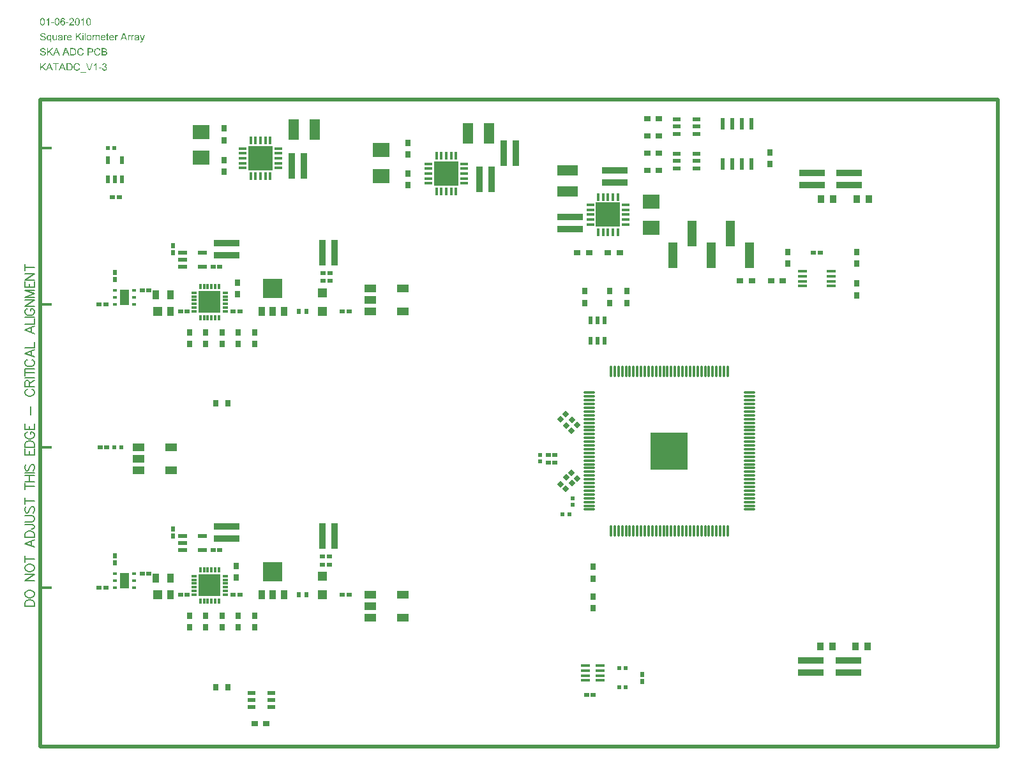
<source format=gtp>
%FSLAX44Y44*%
%MOMM*%
G71*
G01*
G75*
G04 Layer_Color=8421504*
%ADD10C,0.1524*%
%ADD11C,0.1524*%
%ADD12C,0.9672*%
%ADD13R,1.5240X0.4064*%
%ADD14C,1.5000*%
%ADD15R,0.6000X1.5500*%
%ADD16R,1.0500X0.3500*%
%ADD17R,0.3500X1.0500*%
%ADD18R,3.2500X3.2500*%
%ADD19R,1.1500X0.6000*%
%ADD20R,0.5000X0.4500*%
%ADD21R,1.2500X2.0500*%
%ADD22R,0.6000X1.1000*%
%ADD23R,1.1500X0.4000*%
%ADD24R,0.6000X1.0500*%
%ADD25O,1.6000X0.3000*%
%ADD26O,0.3000X1.6000*%
%ADD27R,5.0000X5.0000*%
%ADD28R,0.8636X1.2700*%
%ADD29R,2.5000X2.5000*%
%ADD30O,1.2000X0.4000*%
%ADD31R,1.5500X1.0000*%
%ADD32R,0.6000X0.6000*%
%ADD33R,1.2700X3.4290*%
%ADD34R,0.6000X0.7000*%
%ADD35R,0.9000X1.0000*%
%ADD36R,1.3000X1.2000*%
%ADD37R,0.7000X0.8000*%
%ADD38R,2.2860X1.9050*%
%ADD39R,0.7620X0.9652*%
%ADD40R,2.7000X1.3500*%
%ADD41R,0.6000X0.6500*%
%ADD42R,3.4500X0.9500*%
%ADD43R,0.7000X0.3000*%
%ADD44R,0.3000X0.7000*%
%ADD45R,2.9500X2.9500*%
%ADD46R,0.8890X1.2954*%
%ADD47R,1.1938X1.2954*%
%ADD48C,1.0000*%
%ADD49R,1.3500X2.7000*%
%ADD50R,0.6500X0.6000*%
%ADD51R,0.9500X3.4500*%
G04:AMPARAMS|DCode=52|XSize=0.65mm|YSize=0.6mm|CornerRadius=0mm|HoleSize=0mm|Usage=FLASHONLY|Rotation=315.000|XOffset=0mm|YOffset=0mm|HoleType=Round|Shape=Rectangle|*
%AMROTATEDRECTD52*
4,1,4,-0.4419,0.0177,-0.0177,0.4419,0.4419,-0.0177,0.0177,-0.4419,-0.4419,0.0177,0.0*
%
%ADD52ROTATEDRECTD52*%

G04:AMPARAMS|DCode=53|XSize=0.65mm|YSize=0.6mm|CornerRadius=0mm|HoleSize=0mm|Usage=FLASHONLY|Rotation=45.000|XOffset=0mm|YOffset=0mm|HoleType=Round|Shape=Rectangle|*
%AMROTATEDRECTD53*
4,1,4,-0.0177,-0.4419,-0.4419,-0.0177,0.0177,0.4419,0.4419,0.0177,-0.0177,-0.4419,0.0*
%
%ADD53ROTATEDRECTD53*%

%ADD54R,0.9652X0.7620*%
%ADD55P,0.8485X4X90.0*%
%ADD56P,0.8485X4X360.0*%
%ADD57R,0.6000X0.6000*%
%ADD58R,1.0500X0.6000*%
%ADD59R,3.2500X3.2500*%
%ADD60C,0.3000*%
%ADD61C,0.5000*%
%ADD62C,0.5080*%
%ADD63C,0.3048*%
%ADD64C,0.3500*%
%ADD65C,0.4001*%
%ADD66C,0.3500*%
%ADD67C,0.3000*%
%ADD68C,0.2540*%
%ADD69C,0.4501*%
%ADD70C,0.4432*%
%ADD71C,0.3810*%
%ADD72C,0.6000*%
%ADD73C,0.5999*%
%ADD74C,0.4433*%
%ADD75C,0.2851*%
%ADD76C,0.8636*%
%ADD77C,0.4521*%
%ADD78C,0.2845*%
%ADD79C,0.1270*%
%ADD80C,0.6350*%
%ADD81C,1.5240*%
%ADD82C,1.0500*%
%ADD83C,6.3500*%
%ADD84C,0.6500*%
%ADD85C,0.5500*%
%ADD86C,3.3020*%
%ADD87C,0.5099*%
%ADD88C,0.5499*%
%ADD89C,1.0000*%
%ADD90C,1.9160*%
%ADD91C,1.6160*%
%ADD92C,1.2660*%
%ADD93C,2.2160*%
%ADD94C,4.8160*%
%ADD95C,3.2160*%
%ADD96C,0.5001*%
%ADD97O,0.3302X1.6510*%
%ADD98C,0.2000*%
%ADD99C,0.3302*%
%ADD100C,0.2500*%
%ADD101C,0.2300*%
%ADD102C,0.2499*%
%ADD103C,0.1000*%
%ADD104R,0.8000X0.9000*%
G36*
X234090Y580844D02*
X215490D01*
Y599444D01*
X234090D01*
Y580844D01*
D02*
G37*
G36*
X115160Y212920D02*
X108360D01*
Y227720D01*
X115160D01*
Y212920D01*
D02*
G37*
G36*
X234090Y204924D02*
X215490D01*
Y223524D01*
X234090D01*
Y204924D01*
D02*
G37*
G36*
X115160Y588840D02*
X108360D01*
Y603640D01*
X115160D01*
Y588840D01*
D02*
G37*
G36*
X301850Y771300D02*
X282350D01*
Y790800D01*
X301850D01*
Y771300D01*
D02*
G37*
G36*
X548230Y750980D02*
X528730D01*
Y770480D01*
X548230D01*
Y750980D01*
D02*
G37*
G36*
X762860Y696370D02*
X743360D01*
Y715870D01*
X762860D01*
Y696370D01*
D02*
G37*
G36*
X115613Y937430D02*
X114176D01*
X113063Y940342D01*
X109039D01*
X107990Y937430D01*
X106653D01*
X110314Y947040D01*
X111701D01*
X115613Y937430D01*
D02*
G37*
G36*
X128697Y944528D02*
X128897Y944516D01*
X129122Y944491D01*
X129372Y944453D01*
X129597Y944403D01*
X129822Y944328D01*
X129834D01*
X129847Y944316D01*
X129909Y944291D01*
X130009Y944241D01*
X130134Y944178D01*
X130272Y944103D01*
X130409Y944016D01*
X130534Y943903D01*
X130646Y943791D01*
X130659Y943778D01*
X130684Y943741D01*
X130734Y943666D01*
X130796Y943578D01*
X130859Y943466D01*
X130921Y943328D01*
X130971Y943178D01*
X131021Y943004D01*
Y942991D01*
X131034Y942941D01*
X131046Y942866D01*
X131059Y942754D01*
Y942604D01*
X131071Y942416D01*
X131084Y942191D01*
Y941916D01*
Y940342D01*
Y940329D01*
Y940267D01*
Y940192D01*
Y940079D01*
Y939954D01*
Y939804D01*
Y939642D01*
X131096Y939467D01*
Y939117D01*
X131109Y938780D01*
X131121Y938617D01*
Y938480D01*
X131134Y938367D01*
X131146Y938267D01*
Y938242D01*
X131159Y938192D01*
X131184Y938105D01*
X131209Y938005D01*
X131259Y937867D01*
X131309Y937730D01*
X131371Y937580D01*
X131446Y937430D01*
X130209D01*
X130197Y937442D01*
X130184Y937493D01*
X130147Y937568D01*
X130122Y937680D01*
X130072Y937805D01*
X130047Y937955D01*
X130009Y938117D01*
X129984Y938305D01*
X129972D01*
X129959Y938280D01*
X129922Y938255D01*
X129872Y938217D01*
X129747Y938117D01*
X129572Y937992D01*
X129384Y937867D01*
X129172Y937730D01*
X128934Y937605D01*
X128709Y937505D01*
X128697D01*
X128685Y937493D01*
X128647Y937480D01*
X128610Y937467D01*
X128485Y937430D01*
X128322Y937393D01*
X128135Y937355D01*
X127910Y937318D01*
X127672Y937292D01*
X127422Y937280D01*
X127310D01*
X127235Y937292D01*
X127135D01*
X127022Y937305D01*
X126772Y937355D01*
X126485Y937418D01*
X126198Y937517D01*
X125910Y937655D01*
X125785Y937730D01*
X125660Y937830D01*
X125648Y937842D01*
X125635Y937855D01*
X125560Y937930D01*
X125473Y938055D01*
X125360Y938217D01*
X125248Y938430D01*
X125148Y938667D01*
X125073Y938942D01*
X125060Y939092D01*
X125048Y939255D01*
Y939279D01*
Y939342D01*
X125060Y939442D01*
X125073Y939567D01*
X125098Y939704D01*
X125148Y939867D01*
X125198Y940029D01*
X125273Y940192D01*
X125285Y940217D01*
X125310Y940267D01*
X125373Y940342D01*
X125435Y940442D01*
X125523Y940542D01*
X125635Y940654D01*
X125748Y940767D01*
X125885Y940867D01*
X125898Y940879D01*
X125948Y940904D01*
X126035Y940954D01*
X126135Y941017D01*
X126260Y941079D01*
X126398Y941142D01*
X126560Y941204D01*
X126735Y941254D01*
X126748D01*
X126798Y941266D01*
X126885Y941292D01*
X126997Y941304D01*
X127147Y941341D01*
X127322Y941367D01*
X127535Y941392D01*
X127785Y941429D01*
X127797D01*
X127847Y941441D01*
X127922D01*
X128022Y941467D01*
X128135Y941479D01*
X128272Y941491D01*
X128422Y941516D01*
X128584Y941541D01*
X128922Y941604D01*
X129272Y941679D01*
X129597Y941754D01*
X129747Y941804D01*
X129884Y941841D01*
Y941854D01*
Y941879D01*
Y941916D01*
X129897Y941966D01*
Y942066D01*
Y942116D01*
Y942141D01*
Y942154D01*
Y942179D01*
Y942216D01*
Y942254D01*
X129884Y942391D01*
X129859Y942541D01*
X129809Y942716D01*
X129759Y942879D01*
X129672Y943041D01*
X129559Y943166D01*
X129534Y943178D01*
X129472Y943229D01*
X129372Y943291D01*
X129222Y943366D01*
X129022Y943441D01*
X128797Y943503D01*
X128522Y943553D01*
X128210Y943566D01*
X128072D01*
X127922Y943553D01*
X127747Y943528D01*
X127535Y943491D01*
X127335Y943441D01*
X127135Y943366D01*
X126972Y943266D01*
X126960Y943253D01*
X126910Y943216D01*
X126835Y943141D01*
X126760Y943029D01*
X126660Y942891D01*
X126573Y942716D01*
X126473Y942491D01*
X126398Y942241D01*
X125248Y942404D01*
Y942416D01*
X125260Y942441D01*
Y942479D01*
X125273Y942529D01*
X125310Y942666D01*
X125373Y942829D01*
X125435Y943016D01*
X125523Y943216D01*
X125635Y943416D01*
X125760Y943591D01*
X125773Y943616D01*
X125823Y943666D01*
X125910Y943741D01*
X126023Y943853D01*
X126173Y943966D01*
X126348Y944078D01*
X126560Y944191D01*
X126798Y944291D01*
X126810D01*
X126835Y944303D01*
X126873Y944316D01*
X126923Y944328D01*
X126985Y944353D01*
X127060Y944366D01*
X127260Y944416D01*
X127485Y944466D01*
X127760Y944503D01*
X128060Y944528D01*
X128385Y944541D01*
X128610D01*
X128697Y944528D01*
D02*
G37*
G36*
X22174Y937430D02*
X21124D01*
Y938455D01*
X21112Y938442D01*
X21087Y938405D01*
X21037Y938342D01*
X20975Y938267D01*
X20887Y938180D01*
X20787Y938080D01*
X20675Y937980D01*
X20537Y937867D01*
X20387Y937755D01*
X20225Y937655D01*
X20037Y937555D01*
X19850Y937467D01*
X19637Y937393D01*
X19412Y937330D01*
X19162Y937292D01*
X18913Y937280D01*
X18813D01*
X18688Y937292D01*
X18538Y937305D01*
X18363Y937330D01*
X18175Y937380D01*
X17963Y937430D01*
X17763Y937505D01*
X17738Y937517D01*
X17675Y937542D01*
X17576Y937605D01*
X17463Y937667D01*
X17338Y937755D01*
X17200Y937855D01*
X17076Y937967D01*
X16963Y938092D01*
X16951Y938105D01*
X16926Y938155D01*
X16876Y938230D01*
X16826Y938342D01*
X16763Y938467D01*
X16701Y938617D01*
X16651Y938792D01*
X16601Y938980D01*
Y938992D01*
X16588Y939042D01*
X16576Y939130D01*
Y939255D01*
X16563Y939405D01*
X16551Y939592D01*
X16538Y939817D01*
Y940079D01*
Y944391D01*
X17713D01*
Y940529D01*
Y940517D01*
Y940492D01*
Y940442D01*
Y940379D01*
Y940304D01*
Y940217D01*
X17725Y940029D01*
Y939817D01*
X17738Y939617D01*
X17750Y939429D01*
X17763Y939342D01*
X17775Y939279D01*
Y939255D01*
X17800Y939204D01*
X17825Y939117D01*
X17875Y939017D01*
X17938Y938905D01*
X18025Y938780D01*
X18125Y938667D01*
X18250Y938555D01*
X18263Y938542D01*
X18313Y938517D01*
X18388Y938467D01*
X18500Y938430D01*
X18625Y938380D01*
X18775Y938330D01*
X18950Y938305D01*
X19138Y938292D01*
X19225D01*
X19338Y938305D01*
X19462Y938330D01*
X19612Y938355D01*
X19787Y938405D01*
X19962Y938467D01*
X20137Y938555D01*
X20162Y938567D01*
X20212Y938605D01*
X20300Y938667D01*
X20400Y938755D01*
X20512Y938855D01*
X20612Y938980D01*
X20712Y939130D01*
X20800Y939292D01*
X20812Y939317D01*
X20837Y939380D01*
X20862Y939492D01*
X20900Y939642D01*
X20937Y939829D01*
X20975Y940067D01*
X20987Y940342D01*
X21000Y940654D01*
Y944391D01*
X22174D01*
Y937430D01*
D02*
G37*
G36*
X60227D02*
X59052D01*
Y947040D01*
X60227D01*
Y937430D01*
D02*
G37*
G36*
X89544Y944391D02*
X90732D01*
Y943478D01*
X89544D01*
Y939405D01*
Y939380D01*
Y939317D01*
Y939230D01*
X89557Y939130D01*
Y939017D01*
X89570Y938905D01*
X89582Y938817D01*
X89594Y938742D01*
X89607Y938717D01*
X89644Y938667D01*
X89707Y938592D01*
X89795Y938517D01*
X89807D01*
X89819Y938505D01*
X89857Y938492D01*
X89907Y938480D01*
X90032Y938455D01*
X90207Y938442D01*
X90344D01*
X90419Y938455D01*
X90519D01*
X90619Y938467D01*
X90732Y938480D01*
X90894Y937442D01*
X90869D01*
X90807Y937430D01*
X90719Y937418D01*
X90594Y937393D01*
X90457Y937380D01*
X90307Y937355D01*
X89994Y937343D01*
X89894D01*
X89769Y937355D01*
X89632Y937367D01*
X89469Y937393D01*
X89307Y937430D01*
X89145Y937480D01*
X89007Y937542D01*
X88995Y937555D01*
X88945Y937580D01*
X88895Y937617D01*
X88820Y937680D01*
X88732Y937755D01*
X88645Y937855D01*
X88570Y937955D01*
X88507Y938067D01*
Y938080D01*
X88482Y938142D01*
X88470Y938230D01*
X88445Y938367D01*
X88432Y938455D01*
X88420Y938555D01*
X88407Y938667D01*
X88395Y938805D01*
X88382Y938942D01*
Y939105D01*
X88370Y939279D01*
Y939467D01*
Y943478D01*
X87495D01*
Y944391D01*
X88370D01*
Y946103D01*
X89544Y946815D01*
Y944391D01*
D02*
G37*
G36*
X27273Y944528D02*
X27473Y944516D01*
X27698Y944491D01*
X27948Y944453D01*
X28173Y944403D01*
X28398Y944328D01*
X28410D01*
X28423Y944316D01*
X28485Y944291D01*
X28585Y944241D01*
X28710Y944178D01*
X28848Y944103D01*
X28985Y944016D01*
X29110Y943903D01*
X29223Y943791D01*
X29235Y943778D01*
X29260Y943741D01*
X29310Y943666D01*
X29372Y943578D01*
X29435Y943466D01*
X29497Y943328D01*
X29547Y943178D01*
X29597Y943004D01*
Y942991D01*
X29610Y942941D01*
X29622Y942866D01*
X29635Y942754D01*
Y942604D01*
X29647Y942416D01*
X29660Y942191D01*
Y941916D01*
Y940342D01*
Y940329D01*
Y940267D01*
Y940192D01*
Y940079D01*
Y939954D01*
Y939804D01*
Y939642D01*
X29672Y939467D01*
Y939117D01*
X29685Y938780D01*
X29697Y938617D01*
Y938480D01*
X29710Y938367D01*
X29722Y938267D01*
Y938242D01*
X29735Y938192D01*
X29760Y938105D01*
X29785Y938005D01*
X29835Y937867D01*
X29885Y937730D01*
X29947Y937580D01*
X30022Y937430D01*
X28785D01*
X28773Y937442D01*
X28760Y937493D01*
X28723Y937568D01*
X28698Y937680D01*
X28648Y937805D01*
X28623Y937955D01*
X28585Y938117D01*
X28560Y938305D01*
X28548D01*
X28535Y938280D01*
X28498Y938255D01*
X28448Y938217D01*
X28323Y938117D01*
X28148Y937992D01*
X27960Y937867D01*
X27748Y937730D01*
X27510Y937605D01*
X27285Y937505D01*
X27273D01*
X27260Y937493D01*
X27223Y937480D01*
X27185Y937467D01*
X27060Y937430D01*
X26898Y937393D01*
X26711Y937355D01*
X26486Y937318D01*
X26248Y937292D01*
X25998Y937280D01*
X25886D01*
X25811Y937292D01*
X25711D01*
X25598Y937305D01*
X25348Y937355D01*
X25061Y937418D01*
X24774Y937517D01*
X24486Y937655D01*
X24361Y937730D01*
X24236Y937830D01*
X24224Y937842D01*
X24211Y937855D01*
X24136Y937930D01*
X24049Y938055D01*
X23936Y938217D01*
X23824Y938430D01*
X23724Y938667D01*
X23649Y938942D01*
X23636Y939092D01*
X23624Y939255D01*
Y939279D01*
Y939342D01*
X23636Y939442D01*
X23649Y939567D01*
X23674Y939704D01*
X23724Y939867D01*
X23774Y940029D01*
X23849Y940192D01*
X23861Y940217D01*
X23886Y940267D01*
X23949Y940342D01*
X24011Y940442D01*
X24099Y940542D01*
X24211Y940654D01*
X24324Y940767D01*
X24461Y940867D01*
X24474Y940879D01*
X24524Y940904D01*
X24611Y940954D01*
X24711Y941017D01*
X24836Y941079D01*
X24974Y941142D01*
X25136Y941204D01*
X25311Y941254D01*
X25324D01*
X25373Y941266D01*
X25461Y941292D01*
X25573Y941304D01*
X25723Y941341D01*
X25898Y941367D01*
X26111Y941392D01*
X26361Y941429D01*
X26373D01*
X26423Y941441D01*
X26498D01*
X26598Y941467D01*
X26711Y941479D01*
X26848Y941491D01*
X26998Y941516D01*
X27160Y941541D01*
X27498Y941604D01*
X27848Y941679D01*
X28173Y941754D01*
X28323Y941804D01*
X28460Y941841D01*
Y941854D01*
Y941879D01*
Y941916D01*
X28473Y941966D01*
Y942066D01*
Y942116D01*
Y942141D01*
Y942154D01*
Y942179D01*
Y942216D01*
Y942254D01*
X28460Y942391D01*
X28435Y942541D01*
X28385Y942716D01*
X28335Y942879D01*
X28248Y943041D01*
X28135Y943166D01*
X28110Y943178D01*
X28048Y943229D01*
X27948Y943291D01*
X27798Y943366D01*
X27598Y943441D01*
X27373Y943503D01*
X27098Y943553D01*
X26786Y943566D01*
X26648D01*
X26498Y943553D01*
X26323Y943528D01*
X26111Y943491D01*
X25911Y943441D01*
X25711Y943366D01*
X25548Y943266D01*
X25536Y943253D01*
X25486Y943216D01*
X25411Y943141D01*
X25336Y943029D01*
X25236Y942891D01*
X25148Y942716D01*
X25048Y942491D01*
X24974Y942241D01*
X23824Y942404D01*
Y942416D01*
X23836Y942441D01*
Y942479D01*
X23849Y942529D01*
X23886Y942666D01*
X23949Y942829D01*
X24011Y943016D01*
X24099Y943216D01*
X24211Y943416D01*
X24336Y943591D01*
X24349Y943616D01*
X24399Y943666D01*
X24486Y943741D01*
X24599Y943853D01*
X24749Y943966D01*
X24924Y944078D01*
X25136Y944191D01*
X25373Y944291D01*
X25386D01*
X25411Y944303D01*
X25448Y944316D01*
X25498Y944328D01*
X25561Y944353D01*
X25636Y944366D01*
X25836Y944416D01*
X26061Y944466D01*
X26336Y944503D01*
X26636Y944528D01*
X26961Y944541D01*
X27185D01*
X27273Y944528D01*
D02*
G37*
G36*
X57265Y937430D02*
X56091D01*
Y944391D01*
X57265D01*
Y937430D01*
D02*
G37*
G36*
X135970Y937318D02*
Y937305D01*
X135958Y937268D01*
X135933Y937205D01*
X135895Y937130D01*
X135870Y937043D01*
X135820Y936930D01*
X135733Y936693D01*
X135620Y936430D01*
X135508Y936168D01*
X135408Y935930D01*
X135358Y935830D01*
X135308Y935743D01*
X135295Y935718D01*
X135258Y935656D01*
X135183Y935543D01*
X135095Y935418D01*
X134995Y935281D01*
X134870Y935143D01*
X134733Y935006D01*
X134583Y934893D01*
X134571Y934881D01*
X134508Y934856D01*
X134433Y934806D01*
X134308Y934756D01*
X134171Y934706D01*
X134008Y934656D01*
X133821Y934631D01*
X133621Y934618D01*
X133558D01*
X133483Y934631D01*
X133396Y934643D01*
X133283Y934656D01*
X133146Y934681D01*
X133008Y934718D01*
X132858Y934768D01*
X132733Y935868D01*
X132746D01*
X132796Y935855D01*
X132871Y935830D01*
X132958Y935818D01*
X133058Y935793D01*
X133171Y935768D01*
X133396Y935755D01*
X133458D01*
X133533Y935768D01*
X133621D01*
X133833Y935818D01*
X133933Y935843D01*
X134021Y935893D01*
X134033D01*
X134058Y935918D01*
X134108Y935943D01*
X134158Y935980D01*
X134283Y936093D01*
X134408Y936255D01*
Y936268D01*
X134433Y936293D01*
X134458Y936343D01*
X134495Y936430D01*
X134545Y936555D01*
X134608Y936705D01*
X134683Y936905D01*
X134720Y937018D01*
X134770Y937143D01*
X134783Y937155D01*
X134795Y937218D01*
X134833Y937305D01*
X134883Y937430D01*
X132234Y944391D01*
X133483D01*
X134945Y940367D01*
Y940354D01*
X134958Y940329D01*
X134970Y940292D01*
X134995Y940229D01*
X135020Y940167D01*
X135045Y940079D01*
X135108Y939879D01*
X135183Y939642D01*
X135270Y939367D01*
X135358Y939067D01*
X135445Y938755D01*
Y938767D01*
X135458Y938792D01*
X135470Y938830D01*
X135483Y938892D01*
X135508Y938967D01*
X135533Y939055D01*
X135583Y939255D01*
X135658Y939492D01*
X135745Y939754D01*
X135845Y940042D01*
X135945Y940329D01*
X137432Y944391D01*
X138607D01*
X135970Y937318D01*
D02*
G37*
G36*
X119274Y944516D02*
X119424Y944491D01*
X119612Y944441D01*
X119824Y944378D01*
X120037Y944278D01*
X120274Y944153D01*
X119862Y943066D01*
X119837Y943079D01*
X119787Y943103D01*
X119699Y943141D01*
X119587Y943191D01*
X119462Y943241D01*
X119312Y943279D01*
X119149Y943304D01*
X118987Y943316D01*
X118925D01*
X118849Y943304D01*
X118750Y943291D01*
X118650Y943253D01*
X118525Y943216D01*
X118412Y943154D01*
X118287Y943079D01*
X118275Y943066D01*
X118237Y943041D01*
X118187Y942979D01*
X118125Y942904D01*
X118050Y942816D01*
X117975Y942704D01*
X117912Y942579D01*
X117850Y942429D01*
Y942416D01*
X117837Y942404D01*
Y942366D01*
X117825Y942316D01*
X117787Y942191D01*
X117762Y942029D01*
X117725Y941816D01*
X117687Y941591D01*
X117675Y941329D01*
X117662Y941054D01*
Y937430D01*
X116488D01*
Y944391D01*
X117550D01*
Y943328D01*
X117562Y943354D01*
X117587Y943391D01*
X117612Y943441D01*
X117700Y943566D01*
X117787Y943716D01*
X117900Y943891D01*
X118025Y944053D01*
X118162Y944191D01*
X118287Y944303D01*
X118300Y944316D01*
X118350Y944341D01*
X118425Y944378D01*
X118512Y944428D01*
X118625Y944466D01*
X118762Y944503D01*
X118899Y944528D01*
X119050Y944541D01*
X119149D01*
X119274Y944516D01*
D02*
G37*
G36*
X123748D02*
X123898Y944491D01*
X124086Y944441D01*
X124298Y944378D01*
X124511Y944278D01*
X124748Y944153D01*
X124336Y943066D01*
X124311Y943079D01*
X124261Y943103D01*
X124173Y943141D01*
X124061Y943191D01*
X123936Y943241D01*
X123786Y943279D01*
X123623Y943304D01*
X123461Y943316D01*
X123398D01*
X123323Y943304D01*
X123223Y943291D01*
X123123Y943253D01*
X122999Y943216D01*
X122886Y943154D01*
X122761Y943079D01*
X122748Y943066D01*
X122711Y943041D01*
X122661Y942979D01*
X122599Y942904D01*
X122524Y942816D01*
X122449Y942704D01*
X122386Y942579D01*
X122324Y942429D01*
Y942416D01*
X122311Y942404D01*
Y942366D01*
X122299Y942316D01*
X122261Y942191D01*
X122236Y942029D01*
X122199Y941816D01*
X122161Y941591D01*
X122149Y941329D01*
X122136Y941054D01*
Y937430D01*
X120962D01*
Y944391D01*
X122024D01*
Y943328D01*
X122036Y943354D01*
X122061Y943391D01*
X122086Y943441D01*
X122174Y943566D01*
X122261Y943716D01*
X122374Y943891D01*
X122499Y944053D01*
X122636Y944191D01*
X122761Y944303D01*
X122774Y944316D01*
X122823Y944341D01*
X122899Y944378D01*
X122986Y944428D01*
X123098Y944466D01*
X123236Y944503D01*
X123373Y944528D01*
X123523Y944541D01*
X123623D01*
X123748Y944516D01*
D02*
G37*
G36*
X3891Y947190D02*
X3991D01*
X4116Y947178D01*
X4254Y947165D01*
X4541Y947115D01*
X4854Y947053D01*
X5179Y946965D01*
X5491Y946853D01*
X5504D01*
X5529Y946840D01*
X5566Y946815D01*
X5628Y946790D01*
X5778Y946703D01*
X5953Y946590D01*
X6166Y946453D01*
X6366Y946278D01*
X6578Y946065D01*
X6753Y945828D01*
Y945815D01*
X6778Y945803D01*
X6791Y945765D01*
X6828Y945715D01*
X6853Y945653D01*
X6891Y945578D01*
X6978Y945390D01*
X7066Y945165D01*
X7141Y944916D01*
X7203Y944628D01*
X7228Y944328D01*
X6003Y944241D01*
Y944253D01*
Y944278D01*
X5991Y944328D01*
X5978Y944391D01*
X5966Y944466D01*
X5941Y944553D01*
X5878Y944753D01*
X5791Y944966D01*
X5678Y945191D01*
X5529Y945415D01*
X5329Y945603D01*
X5304Y945628D01*
X5266Y945640D01*
X5229Y945678D01*
X5166Y945715D01*
X5091Y945753D01*
X5004Y945790D01*
X4916Y945840D01*
X4804Y945878D01*
X4679Y945915D01*
X4541Y945953D01*
X4391Y945990D01*
X4229Y946028D01*
X4054Y946040D01*
X3866Y946065D01*
X3479D01*
X3379Y946053D01*
X3279Y946040D01*
X3029Y946015D01*
X2754Y945965D01*
X2479Y945890D01*
X2217Y945778D01*
X2092Y945715D01*
X1992Y945640D01*
X1967Y945615D01*
X1904Y945565D01*
X1830Y945478D01*
X1729Y945353D01*
X1629Y945203D01*
X1555Y945028D01*
X1492Y944828D01*
X1467Y944616D01*
Y944591D01*
Y944528D01*
X1492Y944441D01*
X1517Y944316D01*
X1555Y944178D01*
X1617Y944041D01*
X1705Y943903D01*
X1830Y943766D01*
X1855Y943753D01*
X1880Y943728D01*
X1917Y943716D01*
X1967Y943678D01*
X2029Y943641D01*
X2117Y943603D01*
X2204Y943566D01*
X2329Y943516D01*
X2467Y943454D01*
X2617Y943403D01*
X2792Y943341D01*
X2992Y943279D01*
X3217Y943216D01*
X3467Y943154D01*
X3742Y943091D01*
X3754D01*
X3804Y943079D01*
X3891Y943054D01*
X3991Y943029D01*
X4116Y943004D01*
X4266Y942966D01*
X4416Y942929D01*
X4591Y942879D01*
X4941Y942791D01*
X5291Y942691D01*
X5454Y942629D01*
X5616Y942579D01*
X5753Y942529D01*
X5866Y942479D01*
X5878D01*
X5903Y942466D01*
X5941Y942441D01*
X6003Y942404D01*
X6153Y942329D01*
X6341Y942216D01*
X6541Y942066D01*
X6741Y941904D01*
X6941Y941704D01*
X7103Y941491D01*
Y941479D01*
X7116Y941467D01*
X7141Y941429D01*
X7166Y941392D01*
X7228Y941266D01*
X7316Y941104D01*
X7391Y940904D01*
X7453Y940667D01*
X7503Y940417D01*
X7516Y940129D01*
Y940117D01*
Y940092D01*
Y940054D01*
X7503Y940004D01*
Y939929D01*
X7491Y939854D01*
X7466Y939667D01*
X7403Y939442D01*
X7328Y939204D01*
X7216Y938942D01*
X7066Y938692D01*
Y938680D01*
X7041Y938667D01*
X7016Y938630D01*
X6991Y938580D01*
X6878Y938455D01*
X6741Y938305D01*
X6566Y938142D01*
X6353Y937967D01*
X6091Y937792D01*
X5803Y937642D01*
X5791D01*
X5766Y937630D01*
X5716Y937605D01*
X5666Y937580D01*
X5579Y937555D01*
X5491Y937530D01*
X5391Y937493D01*
X5266Y937455D01*
X5004Y937393D01*
X4691Y937330D01*
X4341Y937280D01*
X3966Y937268D01*
X3841D01*
X3754Y937280D01*
X3641D01*
X3504Y937292D01*
X3367Y937305D01*
X3204Y937318D01*
X2867Y937355D01*
X2492Y937430D01*
X2129Y937517D01*
X1779Y937642D01*
X1767D01*
X1742Y937655D01*
X1692Y937680D01*
X1629Y937717D01*
X1567Y937755D01*
X1480Y937805D01*
X1280Y937930D01*
X1055Y938092D01*
X830Y938292D01*
X605Y938530D01*
X405Y938792D01*
Y938805D01*
X380Y938830D01*
X355Y938867D01*
X330Y938930D01*
X292Y939005D01*
X242Y939080D01*
X205Y939180D01*
X155Y939292D01*
X55Y939555D01*
X-33Y939842D01*
X-95Y940179D01*
X-120Y940529D01*
X1080Y940629D01*
Y940617D01*
Y940592D01*
X1092Y940554D01*
Y940504D01*
X1117Y940379D01*
X1155Y940204D01*
X1205Y940017D01*
X1280Y939817D01*
X1367Y939617D01*
X1467Y939429D01*
X1480Y939405D01*
X1530Y939354D01*
X1604Y939267D01*
X1705Y939167D01*
X1842Y939042D01*
X2004Y938917D01*
X2204Y938792D01*
X2429Y938680D01*
X2442D01*
X2454Y938667D01*
X2492Y938655D01*
X2542Y938642D01*
X2604Y938617D01*
X2679Y938592D01*
X2867Y938542D01*
X3079Y938492D01*
X3329Y938442D01*
X3604Y938417D01*
X3904Y938405D01*
X4029D01*
X4166Y938417D01*
X4341Y938430D01*
X4529Y938455D01*
X4754Y938492D01*
X4966Y938542D01*
X5179Y938617D01*
X5191D01*
X5204Y938630D01*
X5266Y938655D01*
X5366Y938705D01*
X5491Y938767D01*
X5628Y938855D01*
X5766Y938955D01*
X5903Y939067D01*
X6016Y939204D01*
X6028Y939217D01*
X6053Y939267D01*
X6103Y939354D01*
X6153Y939454D01*
X6203Y939579D01*
X6253Y939717D01*
X6278Y939867D01*
X6291Y940029D01*
Y940054D01*
Y940104D01*
X6278Y940192D01*
X6253Y940292D01*
X6228Y940417D01*
X6178Y940554D01*
X6103Y940692D01*
X6016Y940817D01*
X6003Y940829D01*
X5966Y940879D01*
X5903Y940942D01*
X5816Y941017D01*
X5691Y941104D01*
X5541Y941191D01*
X5366Y941292D01*
X5154Y941379D01*
X5129Y941392D01*
X5079Y941404D01*
X5029Y941429D01*
X4966Y941441D01*
X4891Y941467D01*
X4791Y941491D01*
X4691Y941529D01*
X4566Y941554D01*
X4429Y941591D01*
X4266Y941641D01*
X4091Y941679D01*
X3891Y941729D01*
X3679Y941779D01*
X3442Y941841D01*
X3429D01*
X3379Y941854D01*
X3317Y941879D01*
X3229Y941891D01*
X3117Y941929D01*
X3004Y941954D01*
X2717Y942041D01*
X2417Y942129D01*
X2104Y942241D01*
X1830Y942341D01*
X1705Y942404D01*
X1592Y942454D01*
X1579D01*
X1567Y942466D01*
X1530Y942491D01*
X1480Y942516D01*
X1355Y942591D01*
X1205Y942704D01*
X1042Y942829D01*
X867Y942979D01*
X705Y943154D01*
X567Y943341D01*
Y943354D01*
X555Y943366D01*
X517Y943441D01*
X467Y943541D01*
X405Y943691D01*
X342Y943866D01*
X292Y944078D01*
X255Y944303D01*
X242Y944541D01*
Y944553D01*
Y944578D01*
Y944616D01*
X255Y944666D01*
X267Y944803D01*
X292Y944991D01*
X342Y945203D01*
X417Y945428D01*
X517Y945665D01*
X655Y945903D01*
Y945915D01*
X680Y945928D01*
X730Y946003D01*
X830Y946128D01*
X955Y946265D01*
X1130Y946415D01*
X1330Y946578D01*
X1579Y946728D01*
X1855Y946865D01*
X1867D01*
X1892Y946878D01*
X1929Y946903D01*
X1992Y946915D01*
X2067Y946940D01*
X2154Y946978D01*
X2254Y947003D01*
X2367Y947040D01*
X2629Y947090D01*
X2929Y947152D01*
X3267Y947190D01*
X3616Y947203D01*
X3792D01*
X3891Y947190D01*
D02*
G37*
G36*
X102129Y944516D02*
X102279Y944491D01*
X102466Y944441D01*
X102679Y944378D01*
X102891Y944278D01*
X103128Y944153D01*
X102716Y943066D01*
X102691Y943079D01*
X102641Y943103D01*
X102554Y943141D01*
X102441Y943191D01*
X102316Y943241D01*
X102166Y943279D01*
X102004Y943304D01*
X101841Y943316D01*
X101779D01*
X101704Y943304D01*
X101604Y943291D01*
X101504Y943253D01*
X101379Y943216D01*
X101266Y943154D01*
X101142Y943079D01*
X101129Y943066D01*
X101092Y943041D01*
X101042Y942979D01*
X100979Y942904D01*
X100904Y942816D01*
X100829Y942704D01*
X100767Y942579D01*
X100704Y942429D01*
Y942416D01*
X100692Y942404D01*
Y942366D01*
X100679Y942316D01*
X100642Y942191D01*
X100617Y942029D01*
X100579Y941816D01*
X100542Y941591D01*
X100529Y941329D01*
X100517Y941054D01*
Y937430D01*
X99342D01*
Y944391D01*
X100404D01*
Y943328D01*
X100417Y943354D01*
X100442Y943391D01*
X100467Y943441D01*
X100554Y943566D01*
X100642Y943716D01*
X100754Y943891D01*
X100879Y944053D01*
X101017Y944191D01*
X101142Y944303D01*
X101154Y944316D01*
X101204Y944341D01*
X101279Y944378D01*
X101367Y944428D01*
X101479Y944466D01*
X101616Y944503D01*
X101754Y944528D01*
X101904Y944541D01*
X102004D01*
X102129Y944516D01*
D02*
G37*
G36*
X50979Y943129D02*
X55191Y937430D01*
X53504D01*
X50080Y942266D01*
X48517Y940754D01*
Y937430D01*
X47243D01*
Y947040D01*
X48517D01*
Y942279D01*
X53291Y947040D01*
X55016D01*
X50979Y943129D01*
D02*
G37*
G36*
X76973Y944528D02*
X77060D01*
X77160Y944516D01*
X77398Y944466D01*
X77648Y944403D01*
X77910Y944303D01*
X78172Y944153D01*
X78285Y944066D01*
X78397Y943966D01*
X78410Y943953D01*
X78422Y943941D01*
X78447Y943903D01*
X78485Y943853D01*
X78522Y943791D01*
X78572Y943716D01*
X78622Y943628D01*
X78685Y943528D01*
X78735Y943416D01*
X78785Y943279D01*
X78835Y943141D01*
X78872Y942979D01*
X78910Y942804D01*
X78935Y942616D01*
X78960Y942404D01*
Y942191D01*
Y937430D01*
X77785D01*
Y941804D01*
Y941816D01*
Y941829D01*
Y941866D01*
Y941916D01*
Y942041D01*
X77772Y942191D01*
X77760Y942354D01*
X77735Y942529D01*
X77710Y942679D01*
X77673Y942816D01*
Y942829D01*
X77648Y942866D01*
X77623Y942929D01*
X77573Y942991D01*
X77523Y943079D01*
X77448Y943154D01*
X77360Y943241D01*
X77248Y943316D01*
X77235Y943328D01*
X77198Y943354D01*
X77135Y943379D01*
X77048Y943416D01*
X76948Y943454D01*
X76823Y943491D01*
X76698Y943503D01*
X76548Y943516D01*
X76473D01*
X76423Y943503D01*
X76285Y943491D01*
X76111Y943454D01*
X75911Y943391D01*
X75711Y943304D01*
X75498Y943178D01*
X75311Y943016D01*
X75286Y942991D01*
X75236Y942929D01*
X75161Y942804D01*
X75073Y942641D01*
X75023Y942541D01*
X74973Y942429D01*
X74936Y942291D01*
X74898Y942154D01*
X74873Y942004D01*
X74848Y941841D01*
X74823Y941654D01*
Y941467D01*
Y937430D01*
X73649D01*
Y941941D01*
Y941954D01*
Y941979D01*
Y942016D01*
Y942066D01*
X73636Y942216D01*
X73611Y942379D01*
X73574Y942579D01*
X73524Y942766D01*
X73461Y942954D01*
X73361Y943116D01*
X73349Y943129D01*
X73311Y943178D01*
X73236Y943241D01*
X73136Y943316D01*
X73011Y943391D01*
X72849Y943454D01*
X72649Y943503D01*
X72424Y943516D01*
X72336D01*
X72249Y943503D01*
X72124Y943478D01*
X71974Y943454D01*
X71824Y943403D01*
X71662Y943341D01*
X71499Y943253D01*
X71487Y943241D01*
X71424Y943204D01*
X71349Y943141D01*
X71262Y943054D01*
X71162Y942954D01*
X71062Y942816D01*
X70962Y942654D01*
X70874Y942479D01*
X70862Y942454D01*
X70849Y942391D01*
X70812Y942266D01*
X70787Y942116D01*
X70749Y941904D01*
X70712Y941654D01*
X70699Y941367D01*
X70687Y941029D01*
Y937430D01*
X69512D01*
Y944391D01*
X70562D01*
Y943403D01*
X70574Y943428D01*
X70624Y943491D01*
X70699Y943578D01*
X70799Y943703D01*
X70924Y943828D01*
X71074Y943966D01*
X71249Y944103D01*
X71437Y944228D01*
X71449D01*
X71462Y944241D01*
X71537Y944278D01*
X71649Y944328D01*
X71799Y944391D01*
X71986Y944441D01*
X72186Y944491D01*
X72424Y944528D01*
X72674Y944541D01*
X72799D01*
X72949Y944528D01*
X73124Y944503D01*
X73324Y944466D01*
X73536Y944403D01*
X73736Y944328D01*
X73936Y944216D01*
X73961Y944203D01*
X74023Y944153D01*
X74111Y944078D01*
X74211Y943978D01*
X74336Y943853D01*
X74448Y943703D01*
X74561Y943516D01*
X74648Y943316D01*
X74661Y943328D01*
X74686Y943366D01*
X74736Y943428D01*
X74798Y943503D01*
X74886Y943603D01*
X74986Y943703D01*
X75098Y943816D01*
X75223Y943928D01*
X75373Y944041D01*
X75536Y944153D01*
X75711Y944253D01*
X75898Y944353D01*
X76111Y944428D01*
X76323Y944491D01*
X76560Y944528D01*
X76798Y944541D01*
X76898D01*
X76973Y944528D01*
D02*
G37*
G36*
X34259Y944516D02*
X34409Y944491D01*
X34596Y944441D01*
X34808Y944378D01*
X35021Y944278D01*
X35258Y944153D01*
X34846Y943066D01*
X34821Y943079D01*
X34771Y943103D01*
X34684Y943141D01*
X34571Y943191D01*
X34446Y943241D01*
X34296Y943279D01*
X34134Y943304D01*
X33971Y943316D01*
X33909D01*
X33834Y943304D01*
X33734Y943291D01*
X33634Y943253D01*
X33509Y943216D01*
X33396Y943154D01*
X33271Y943079D01*
X33259Y943066D01*
X33221Y943041D01*
X33172Y942979D01*
X33109Y942904D01*
X33034Y942816D01*
X32959Y942704D01*
X32896Y942579D01*
X32834Y942429D01*
Y942416D01*
X32822Y942404D01*
Y942366D01*
X32809Y942316D01*
X32772Y942191D01*
X32747Y942029D01*
X32709Y941816D01*
X32672Y941591D01*
X32659Y941329D01*
X32647Y941054D01*
Y937430D01*
X31472D01*
Y944391D01*
X32534D01*
Y943328D01*
X32547Y943354D01*
X32572Y943391D01*
X32597Y943441D01*
X32684Y943566D01*
X32772Y943716D01*
X32884Y943891D01*
X33009Y944053D01*
X33147Y944191D01*
X33271Y944303D01*
X33284Y944316D01*
X33334Y944341D01*
X33409Y944378D01*
X33496Y944428D01*
X33609Y944466D01*
X33746Y944503D01*
X33884Y944528D01*
X34034Y944541D01*
X34134D01*
X34259Y944516D01*
D02*
G37*
G36*
X11777Y957430D02*
X10602D01*
Y964941D01*
X10577Y964928D01*
X10527Y964878D01*
X10427Y964791D01*
X10302Y964691D01*
X10140Y964566D01*
X9940Y964428D01*
X9728Y964278D01*
X9477Y964128D01*
X9465D01*
X9452Y964116D01*
X9415Y964091D01*
X9365Y964066D01*
X9228Y963991D01*
X9065Y963903D01*
X8878Y963803D01*
X8665Y963703D01*
X8453Y963603D01*
X8240Y963516D01*
Y964666D01*
X8253D01*
X8290Y964691D01*
X8340Y964716D01*
X8403Y964753D01*
X8490Y964791D01*
X8590Y964853D01*
X8828Y964978D01*
X9090Y965141D01*
X9390Y965340D01*
X9678Y965553D01*
X9965Y965790D01*
X9977Y965803D01*
X10002Y965815D01*
X10040Y965853D01*
X10090Y965903D01*
X10215Y966028D01*
X10377Y966203D01*
X10540Y966390D01*
X10715Y966615D01*
X10877Y966840D01*
X11015Y967077D01*
X11777D01*
Y957430D01*
D02*
G37*
G36*
X42057Y967065D02*
X42182Y967053D01*
X42319Y967040D01*
X42469Y967015D01*
X42632Y966978D01*
X42981Y966890D01*
X43156Y966828D01*
X43344Y966753D01*
X43531Y966665D01*
X43706Y966553D01*
X43869Y966440D01*
X44031Y966303D01*
X44044Y966290D01*
X44069Y966265D01*
X44106Y966228D01*
X44156Y966165D01*
X44219Y966090D01*
X44294Y966003D01*
X44356Y965903D01*
X44444Y965778D01*
X44519Y965653D01*
X44581Y965503D01*
X44718Y965178D01*
X44769Y965003D01*
X44806Y964816D01*
X44831Y964616D01*
X44844Y964403D01*
Y964378D01*
Y964303D01*
X44831Y964191D01*
X44819Y964041D01*
X44781Y963878D01*
X44743Y963678D01*
X44681Y963478D01*
X44606Y963266D01*
X44594Y963241D01*
X44556Y963166D01*
X44506Y963054D01*
X44419Y962916D01*
X44306Y962741D01*
X44169Y962541D01*
X44006Y962316D01*
X43819Y962091D01*
Y962079D01*
X43794Y962066D01*
X43756Y962029D01*
X43719Y961979D01*
X43656Y961916D01*
X43581Y961841D01*
X43494Y961754D01*
X43381Y961654D01*
X43269Y961542D01*
X43131Y961416D01*
X42981Y961266D01*
X42819Y961117D01*
X42632Y960954D01*
X42444Y960792D01*
X42219Y960604D01*
X41994Y960404D01*
X41982Y960392D01*
X41944Y960367D01*
X41894Y960317D01*
X41819Y960267D01*
X41744Y960192D01*
X41644Y960104D01*
X41432Y959917D01*
X41194Y959717D01*
X40970Y959517D01*
X40869Y959429D01*
X40782Y959342D01*
X40694Y959255D01*
X40632Y959192D01*
X40620Y959180D01*
X40582Y959142D01*
X40532Y959080D01*
X40457Y958992D01*
X40382Y958905D01*
X40295Y958792D01*
X40132Y958567D01*
X44856D01*
Y957430D01*
X38495D01*
Y957455D01*
Y957505D01*
Y957580D01*
X38508Y957692D01*
X38520Y957817D01*
X38545Y957955D01*
X38583Y958092D01*
X38633Y958242D01*
Y958255D01*
X38645Y958267D01*
X38658Y958305D01*
X38682Y958355D01*
X38733Y958480D01*
X38820Y958642D01*
X38932Y958842D01*
X39058Y959055D01*
X39220Y959279D01*
X39407Y959517D01*
X39420Y959529D01*
X39432Y959542D01*
X39470Y959579D01*
X39507Y959629D01*
X39632Y959767D01*
X39807Y959942D01*
X40020Y960154D01*
X40282Y960404D01*
X40595Y960679D01*
X40957Y960979D01*
X40970Y960992D01*
X41020Y961042D01*
X41107Y961104D01*
X41207Y961191D01*
X41332Y961304D01*
X41482Y961429D01*
X41644Y961566D01*
X41807Y961716D01*
X42157Y962041D01*
X42507Y962379D01*
X42669Y962554D01*
X42819Y962716D01*
X42957Y962866D01*
X43069Y963016D01*
X43081Y963029D01*
X43094Y963054D01*
X43119Y963091D01*
X43156Y963141D01*
X43194Y963216D01*
X43244Y963291D01*
X43356Y963478D01*
X43456Y963691D01*
X43544Y963928D01*
X43606Y964191D01*
X43631Y964316D01*
Y964441D01*
Y964453D01*
Y964478D01*
Y964503D01*
X43619Y964553D01*
X43606Y964691D01*
X43569Y964853D01*
X43506Y965041D01*
X43419Y965228D01*
X43294Y965428D01*
X43119Y965615D01*
X43094Y965640D01*
X43031Y965690D01*
X42919Y965765D01*
X42769Y965865D01*
X42582Y965953D01*
X42357Y966028D01*
X42094Y966078D01*
X41807Y966103D01*
X41719D01*
X41669Y966090D01*
X41594D01*
X41507Y966078D01*
X41319Y966040D01*
X41107Y965978D01*
X40869Y965890D01*
X40644Y965765D01*
X40445Y965590D01*
X40420Y965565D01*
X40370Y965503D01*
X40282Y965378D01*
X40195Y965228D01*
X40095Y965016D01*
X40007Y964778D01*
X39957Y964503D01*
X39932Y964178D01*
X38720Y964303D01*
Y964316D01*
X38733Y964366D01*
Y964428D01*
X38745Y964528D01*
X38770Y964641D01*
X38795Y964766D01*
X38832Y964916D01*
X38883Y965066D01*
X38995Y965403D01*
X39070Y965578D01*
X39157Y965740D01*
X39257Y965915D01*
X39370Y966078D01*
X39495Y966228D01*
X39645Y966365D01*
X39657Y966378D01*
X39682Y966390D01*
X39732Y966428D01*
X39795Y966478D01*
X39882Y966528D01*
X39982Y966590D01*
X40095Y966653D01*
X40232Y966728D01*
X40382Y966790D01*
X40545Y966853D01*
X40719Y966915D01*
X40919Y966965D01*
X41119Y967015D01*
X41344Y967053D01*
X41582Y967065D01*
X41832Y967077D01*
X41969D01*
X42057Y967065D01*
D02*
G37*
G36*
X58028Y957430D02*
X56853D01*
Y964941D01*
X56828Y964928D01*
X56778Y964878D01*
X56678Y964791D01*
X56553Y964691D01*
X56391Y964566D01*
X56191Y964428D01*
X55978Y964278D01*
X55728Y964128D01*
X55716D01*
X55703Y964116D01*
X55666Y964091D01*
X55616Y964066D01*
X55478Y963991D01*
X55316Y963903D01*
X55128Y963803D01*
X54916Y963703D01*
X54703Y963603D01*
X54491Y963516D01*
Y964666D01*
X54503D01*
X54541Y964691D01*
X54591Y964716D01*
X54654Y964753D01*
X54741Y964791D01*
X54841Y964853D01*
X55078Y964978D01*
X55341Y965141D01*
X55641Y965340D01*
X55928Y965553D01*
X56216Y965790D01*
X56228Y965803D01*
X56253Y965815D01*
X56290Y965853D01*
X56340Y965903D01*
X56466Y966028D01*
X56628Y966203D01*
X56790Y966390D01*
X56965Y966615D01*
X57128Y966840D01*
X57265Y967077D01*
X58028D01*
Y957430D01*
D02*
G37*
G36*
X64376Y967065D02*
X64451D01*
X64638Y967040D01*
X64851Y967003D01*
X65076Y966940D01*
X65313Y966865D01*
X65538Y966765D01*
X65551D01*
X65563Y966753D01*
X65638Y966703D01*
X65738Y966640D01*
X65876Y966540D01*
X66026Y966403D01*
X66188Y966253D01*
X66350Y966078D01*
X66500Y965865D01*
Y965853D01*
X66513Y965840D01*
X66538Y965803D01*
X66563Y965765D01*
X66625Y965640D01*
X66713Y965465D01*
X66813Y965253D01*
X66913Y965016D01*
X67000Y964728D01*
X67088Y964428D01*
Y964416D01*
X67100Y964391D01*
X67113Y964341D01*
X67125Y964278D01*
X67138Y964191D01*
X67163Y964091D01*
X67175Y963966D01*
X67200Y963828D01*
X67225Y963678D01*
X67238Y963503D01*
X67263Y963328D01*
X67275Y963116D01*
X67288Y962904D01*
X67300Y962679D01*
X67313Y962429D01*
Y962166D01*
Y962141D01*
Y962091D01*
Y962004D01*
Y961879D01*
X67300Y961741D01*
Y961579D01*
X67288Y961392D01*
X67275Y961191D01*
X67225Y960754D01*
X67163Y960292D01*
X67075Y959842D01*
X67025Y959629D01*
X66963Y959429D01*
Y959417D01*
X66950Y959380D01*
X66925Y959330D01*
X66900Y959255D01*
X66863Y959167D01*
X66813Y959067D01*
X66700Y958842D01*
X66550Y958580D01*
X66375Y958317D01*
X66163Y958055D01*
X65913Y957830D01*
X65901D01*
X65888Y957805D01*
X65838Y957780D01*
X65788Y957742D01*
X65726Y957705D01*
X65638Y957655D01*
X65551Y957605D01*
X65438Y957555D01*
X65188Y957442D01*
X64888Y957355D01*
X64551Y957292D01*
X64363Y957280D01*
X64176Y957268D01*
X64113D01*
X64039Y957280D01*
X63951D01*
X63826Y957292D01*
X63701Y957318D01*
X63551Y957355D01*
X63389Y957393D01*
X63214Y957442D01*
X63039Y957505D01*
X62851Y957592D01*
X62664Y957680D01*
X62489Y957792D01*
X62314Y957930D01*
X62151Y958080D01*
X61989Y958255D01*
X61977Y958267D01*
X61952Y958317D01*
X61902Y958380D01*
X61839Y958480D01*
X61777Y958617D01*
X61689Y958780D01*
X61614Y958967D01*
X61527Y959192D01*
X61439Y959454D01*
X61352Y959742D01*
X61264Y960054D01*
X61202Y960417D01*
X61139Y960804D01*
X61089Y961217D01*
X61064Y961679D01*
X61052Y962166D01*
Y962191D01*
Y962241D01*
Y962329D01*
Y962454D01*
X61064Y962591D01*
X61077Y962754D01*
Y962941D01*
X61102Y963141D01*
X61139Y963578D01*
X61202Y964041D01*
X61289Y964491D01*
X61339Y964703D01*
X61402Y964903D01*
Y964916D01*
X61414Y964953D01*
X61439Y965003D01*
X61464Y965078D01*
X61502Y965165D01*
X61552Y965266D01*
X61664Y965503D01*
X61814Y965753D01*
X61989Y966028D01*
X62201Y966290D01*
X62439Y966515D01*
X62452Y966528D01*
X62477Y966540D01*
X62514Y966565D01*
X62564Y966603D01*
X62626Y966640D01*
X62714Y966690D01*
X62801Y966740D01*
X62914Y966803D01*
X63164Y966903D01*
X63464Y966990D01*
X63801Y967053D01*
X63989Y967077D01*
X64301D01*
X64376Y967065D01*
D02*
G37*
G36*
X3204D02*
X3279D01*
X3467Y967040D01*
X3679Y967003D01*
X3904Y966940D01*
X4141Y966865D01*
X4366Y966765D01*
X4379D01*
X4391Y966753D01*
X4466Y966703D01*
X4566Y966640D01*
X4704Y966540D01*
X4854Y966403D01*
X5016Y966253D01*
X5179Y966078D01*
X5329Y965865D01*
Y965853D01*
X5341Y965840D01*
X5366Y965803D01*
X5391Y965765D01*
X5454Y965640D01*
X5541Y965465D01*
X5641Y965253D01*
X5741Y965016D01*
X5828Y964728D01*
X5916Y964428D01*
Y964416D01*
X5928Y964391D01*
X5941Y964341D01*
X5953Y964278D01*
X5966Y964191D01*
X5991Y964091D01*
X6003Y963966D01*
X6028Y963828D01*
X6053Y963678D01*
X6066Y963503D01*
X6091Y963328D01*
X6103Y963116D01*
X6116Y962904D01*
X6128Y962679D01*
X6141Y962429D01*
Y962166D01*
Y962141D01*
Y962091D01*
Y962004D01*
Y961879D01*
X6128Y961741D01*
Y961579D01*
X6116Y961392D01*
X6103Y961191D01*
X6053Y960754D01*
X5991Y960292D01*
X5903Y959842D01*
X5853Y959629D01*
X5791Y959429D01*
Y959417D01*
X5778Y959380D01*
X5753Y959330D01*
X5728Y959255D01*
X5691Y959167D01*
X5641Y959067D01*
X5529Y958842D01*
X5379Y958580D01*
X5204Y958317D01*
X4991Y958055D01*
X4741Y957830D01*
X4729D01*
X4716Y957805D01*
X4666Y957780D01*
X4616Y957742D01*
X4554Y957705D01*
X4466Y957655D01*
X4379Y957605D01*
X4266Y957555D01*
X4016Y957442D01*
X3717Y957355D01*
X3379Y957292D01*
X3192Y957280D01*
X3004Y957268D01*
X2942D01*
X2867Y957280D01*
X2779D01*
X2654Y957292D01*
X2529Y957318D01*
X2379Y957355D01*
X2217Y957393D01*
X2042Y957442D01*
X1867Y957505D01*
X1680Y957592D01*
X1492Y957680D01*
X1317Y957792D01*
X1142Y957930D01*
X980Y958080D01*
X817Y958255D01*
X805Y958267D01*
X780Y958317D01*
X730Y958380D01*
X667Y958480D01*
X605Y958617D01*
X517Y958780D01*
X442Y958967D01*
X355Y959192D01*
X267Y959454D01*
X180Y959742D01*
X92Y960054D01*
X30Y960417D01*
X-33Y960804D01*
X-82Y961217D01*
X-108Y961679D01*
X-120Y962166D01*
Y962191D01*
Y962241D01*
Y962329D01*
Y962454D01*
X-108Y962591D01*
X-95Y962754D01*
Y962941D01*
X-70Y963141D01*
X-33Y963578D01*
X30Y964041D01*
X117Y964491D01*
X167Y964703D01*
X230Y964903D01*
Y964916D01*
X242Y964953D01*
X267Y965003D01*
X292Y965078D01*
X330Y965165D01*
X380Y965266D01*
X492Y965503D01*
X642Y965753D01*
X817Y966028D01*
X1030Y966290D01*
X1267Y966515D01*
X1280Y966528D01*
X1305Y966540D01*
X1342Y966565D01*
X1392Y966603D01*
X1455Y966640D01*
X1542Y966690D01*
X1629Y966740D01*
X1742Y966803D01*
X1992Y966903D01*
X2292Y966990D01*
X2629Y967053D01*
X2817Y967077D01*
X3129D01*
X3204Y967065D01*
D02*
G37*
G36*
X22599D02*
X22674D01*
X22862Y967040D01*
X23074Y967003D01*
X23299Y966940D01*
X23536Y966865D01*
X23761Y966765D01*
X23774D01*
X23786Y966753D01*
X23861Y966703D01*
X23961Y966640D01*
X24099Y966540D01*
X24249Y966403D01*
X24411Y966253D01*
X24574Y966078D01*
X24724Y965865D01*
Y965853D01*
X24736Y965840D01*
X24761Y965803D01*
X24786Y965765D01*
X24849Y965640D01*
X24936Y965465D01*
X25036Y965253D01*
X25136Y965016D01*
X25224Y964728D01*
X25311Y964428D01*
Y964416D01*
X25324Y964391D01*
X25336Y964341D01*
X25348Y964278D01*
X25361Y964191D01*
X25386Y964091D01*
X25398Y963966D01*
X25423Y963828D01*
X25448Y963678D01*
X25461Y963503D01*
X25486Y963328D01*
X25498Y963116D01*
X25511Y962904D01*
X25523Y962679D01*
X25536Y962429D01*
Y962166D01*
Y962141D01*
Y962091D01*
Y962004D01*
Y961879D01*
X25523Y961741D01*
Y961579D01*
X25511Y961392D01*
X25498Y961191D01*
X25448Y960754D01*
X25386Y960292D01*
X25299Y959842D01*
X25248Y959629D01*
X25186Y959429D01*
Y959417D01*
X25173Y959380D01*
X25148Y959330D01*
X25124Y959255D01*
X25086Y959167D01*
X25036Y959067D01*
X24924Y958842D01*
X24774Y958580D01*
X24599Y958317D01*
X24386Y958055D01*
X24136Y957830D01*
X24124D01*
X24111Y957805D01*
X24061Y957780D01*
X24011Y957742D01*
X23949Y957705D01*
X23861Y957655D01*
X23774Y957605D01*
X23661Y957555D01*
X23412Y957442D01*
X23112Y957355D01*
X22774Y957292D01*
X22587Y957280D01*
X22399Y957268D01*
X22337D01*
X22262Y957280D01*
X22174D01*
X22049Y957292D01*
X21924Y957318D01*
X21774Y957355D01*
X21612Y957393D01*
X21437Y957442D01*
X21262Y957505D01*
X21075Y957592D01*
X20887Y957680D01*
X20712Y957792D01*
X20537Y957930D01*
X20375Y958080D01*
X20212Y958255D01*
X20200Y958267D01*
X20175Y958317D01*
X20125Y958380D01*
X20062Y958480D01*
X20000Y958617D01*
X19912Y958780D01*
X19837Y958967D01*
X19750Y959192D01*
X19662Y959454D01*
X19575Y959742D01*
X19488Y960054D01*
X19425Y960417D01*
X19362Y960804D01*
X19312Y961217D01*
X19288Y961679D01*
X19275Y962166D01*
Y962191D01*
Y962241D01*
Y962329D01*
Y962454D01*
X19288Y962591D01*
X19300Y962754D01*
Y962941D01*
X19325Y963141D01*
X19362Y963578D01*
X19425Y964041D01*
X19512Y964491D01*
X19562Y964703D01*
X19625Y964903D01*
Y964916D01*
X19637Y964953D01*
X19662Y965003D01*
X19687Y965078D01*
X19725Y965165D01*
X19775Y965266D01*
X19887Y965503D01*
X20037Y965753D01*
X20212Y966028D01*
X20425Y966290D01*
X20662Y966515D01*
X20675Y966528D01*
X20700Y966540D01*
X20737Y966565D01*
X20787Y966603D01*
X20850Y966640D01*
X20937Y966690D01*
X21025Y966740D01*
X21137Y966803D01*
X21387Y966903D01*
X21687Y966990D01*
X22024Y967053D01*
X22212Y967077D01*
X22524D01*
X22599Y967065D01*
D02*
G37*
G36*
X49455D02*
X49530D01*
X49717Y967040D01*
X49930Y967003D01*
X50155Y966940D01*
X50392Y966865D01*
X50617Y966765D01*
X50630D01*
X50642Y966753D01*
X50717Y966703D01*
X50817Y966640D01*
X50954Y966540D01*
X51104Y966403D01*
X51267Y966253D01*
X51429Y966078D01*
X51579Y965865D01*
Y965853D01*
X51592Y965840D01*
X51617Y965803D01*
X51642Y965765D01*
X51704Y965640D01*
X51792Y965465D01*
X51892Y965253D01*
X51992Y965016D01*
X52079Y964728D01*
X52167Y964428D01*
Y964416D01*
X52179Y964391D01*
X52192Y964341D01*
X52204Y964278D01*
X52217Y964191D01*
X52242Y964091D01*
X52254Y963966D01*
X52279Y963828D01*
X52304Y963678D01*
X52317Y963503D01*
X52342Y963328D01*
X52354Y963116D01*
X52366Y962904D01*
X52379Y962679D01*
X52392Y962429D01*
Y962166D01*
Y962141D01*
Y962091D01*
Y962004D01*
Y961879D01*
X52379Y961741D01*
Y961579D01*
X52366Y961392D01*
X52354Y961191D01*
X52304Y960754D01*
X52242Y960292D01*
X52154Y959842D01*
X52104Y959629D01*
X52042Y959429D01*
Y959417D01*
X52029Y959380D01*
X52004Y959330D01*
X51979Y959255D01*
X51942Y959167D01*
X51892Y959067D01*
X51779Y958842D01*
X51629Y958580D01*
X51454Y958317D01*
X51242Y958055D01*
X50992Y957830D01*
X50979D01*
X50967Y957805D01*
X50917Y957780D01*
X50867Y957742D01*
X50804Y957705D01*
X50717Y957655D01*
X50630Y957605D01*
X50517Y957555D01*
X50267Y957442D01*
X49967Y957355D01*
X49630Y957292D01*
X49442Y957280D01*
X49255Y957268D01*
X49192D01*
X49117Y957280D01*
X49030D01*
X48905Y957292D01*
X48780Y957318D01*
X48630Y957355D01*
X48467Y957393D01*
X48293Y957442D01*
X48118Y957505D01*
X47930Y957592D01*
X47743Y957680D01*
X47568Y957792D01*
X47393Y957930D01*
X47230Y958080D01*
X47068Y958255D01*
X47055Y958267D01*
X47030Y958317D01*
X46980Y958380D01*
X46918Y958480D01*
X46856Y958617D01*
X46768Y958780D01*
X46693Y958967D01*
X46606Y959192D01*
X46518Y959454D01*
X46431Y959742D01*
X46343Y960054D01*
X46281Y960417D01*
X46218Y960804D01*
X46168Y961217D01*
X46143Y961679D01*
X46131Y962166D01*
Y962191D01*
Y962241D01*
Y962329D01*
Y962454D01*
X46143Y962591D01*
X46156Y962754D01*
Y962941D01*
X46181Y963141D01*
X46218Y963578D01*
X46281Y964041D01*
X46368Y964491D01*
X46418Y964703D01*
X46481Y964903D01*
Y964916D01*
X46493Y964953D01*
X46518Y965003D01*
X46543Y965078D01*
X46581Y965165D01*
X46631Y965266D01*
X46743Y965503D01*
X46893Y965753D01*
X47068Y966028D01*
X47280Y966290D01*
X47518Y966515D01*
X47530Y966528D01*
X47555Y966540D01*
X47593Y966565D01*
X47643Y966603D01*
X47705Y966640D01*
X47793Y966690D01*
X47880Y966740D01*
X47993Y966803D01*
X48243Y966903D01*
X48542Y966990D01*
X48880Y967053D01*
X49067Y967077D01*
X49380D01*
X49455Y967065D01*
D02*
G37*
G36*
X18288Y960317D02*
X14664D01*
Y961504D01*
X18288D01*
Y960317D01*
D02*
G37*
G36*
X65113Y944528D02*
X65238Y944516D01*
X65376Y944491D01*
X65538Y944466D01*
X65713Y944428D01*
X65888Y944378D01*
X66076Y944303D01*
X66276Y944228D01*
X66475Y944141D01*
X66675Y944028D01*
X66863Y943903D01*
X67050Y943753D01*
X67225Y943591D01*
X67238Y943578D01*
X67263Y943553D01*
X67313Y943491D01*
X67363Y943416D01*
X67438Y943328D01*
X67513Y943204D01*
X67600Y943066D01*
X67688Y942916D01*
X67763Y942741D01*
X67850Y942554D01*
X67925Y942341D01*
X68000Y942104D01*
X68050Y941854D01*
X68100Y941591D01*
X68125Y941304D01*
X68137Y941004D01*
Y940992D01*
Y940942D01*
Y940879D01*
Y940779D01*
X68125Y940667D01*
X68113Y940542D01*
X68100Y940392D01*
X68088Y940242D01*
X68038Y939904D01*
X67963Y939555D01*
X67863Y939204D01*
X67800Y939042D01*
X67725Y938892D01*
Y938880D01*
X67713Y938855D01*
X67688Y938817D01*
X67650Y938767D01*
X67563Y938630D01*
X67425Y938455D01*
X67263Y938267D01*
X67063Y938067D01*
X66825Y937880D01*
X66550Y937705D01*
X66538D01*
X66513Y937692D01*
X66475Y937667D01*
X66413Y937642D01*
X66350Y937605D01*
X66263Y937568D01*
X66051Y937493D01*
X65813Y937418D01*
X65526Y937343D01*
X65213Y937292D01*
X64876Y937280D01*
X64813D01*
X64738Y937292D01*
X64638D01*
X64513Y937305D01*
X64376Y937330D01*
X64214Y937355D01*
X64039Y937393D01*
X63851Y937442D01*
X63664Y937505D01*
X63476Y937580D01*
X63276Y937667D01*
X63076Y937780D01*
X62889Y937905D01*
X62701Y938042D01*
X62526Y938205D01*
X62514Y938217D01*
X62489Y938255D01*
X62439Y938305D01*
X62389Y938380D01*
X62314Y938480D01*
X62239Y938592D01*
X62164Y938730D01*
X62077Y938892D01*
X61989Y939080D01*
X61914Y939279D01*
X61839Y939492D01*
X61764Y939742D01*
X61714Y940004D01*
X61664Y940279D01*
X61639Y940579D01*
X61627Y940904D01*
Y940929D01*
Y940992D01*
X61639Y941092D01*
Y941217D01*
X61664Y941379D01*
X61689Y941566D01*
X61714Y941766D01*
X61764Y941979D01*
X61814Y942216D01*
X61889Y942454D01*
X61977Y942691D01*
X62077Y942929D01*
X62201Y943154D01*
X62339Y943379D01*
X62501Y943578D01*
X62689Y943766D01*
X62701Y943778D01*
X62726Y943803D01*
X62776Y943841D01*
X62851Y943891D01*
X62939Y943941D01*
X63039Y944016D01*
X63164Y944078D01*
X63301Y944153D01*
X63451Y944228D01*
X63614Y944291D01*
X63801Y944366D01*
X63989Y944416D01*
X64201Y944466D01*
X64413Y944503D01*
X64638Y944528D01*
X64876Y944541D01*
X65013D01*
X65113Y944528D01*
D02*
G37*
G36*
X83784D02*
X83896Y944516D01*
X84033Y944491D01*
X84196Y944466D01*
X84358Y944428D01*
X84533Y944378D01*
X84721Y944303D01*
X84908Y944228D01*
X85096Y944141D01*
X85296Y944028D01*
X85483Y943903D01*
X85658Y943753D01*
X85833Y943591D01*
X85845Y943578D01*
X85871Y943541D01*
X85920Y943491D01*
X85970Y943416D01*
X86033Y943316D01*
X86108Y943204D01*
X86195Y943066D01*
X86283Y942904D01*
X86358Y942716D01*
X86445Y942516D01*
X86520Y942304D01*
X86583Y942066D01*
X86633Y941804D01*
X86683Y941529D01*
X86708Y941229D01*
X86720Y940917D01*
Y940892D01*
Y940842D01*
Y940742D01*
X86708Y940604D01*
X81522D01*
Y940592D01*
Y940554D01*
X81534Y940492D01*
X81547Y940417D01*
X81559Y940317D01*
X81572Y940204D01*
X81622Y939954D01*
X81709Y939667D01*
X81821Y939380D01*
X81972Y939105D01*
X82059Y938980D01*
X82159Y938855D01*
X82171Y938842D01*
X82184Y938830D01*
X82221Y938805D01*
X82259Y938767D01*
X82396Y938667D01*
X82559Y938555D01*
X82771Y938442D01*
X83021Y938355D01*
X83309Y938280D01*
X83459Y938267D01*
X83621Y938255D01*
X83734D01*
X83846Y938267D01*
X84008Y938292D01*
X84171Y938342D01*
X84358Y938392D01*
X84546Y938480D01*
X84721Y938592D01*
X84746Y938605D01*
X84796Y938655D01*
X84883Y938742D01*
X84983Y938855D01*
X85096Y939005D01*
X85221Y939204D01*
X85346Y939429D01*
X85446Y939692D01*
X86670Y939529D01*
Y939517D01*
X86658Y939480D01*
X86645Y939429D01*
X86608Y939354D01*
X86583Y939267D01*
X86533Y939155D01*
X86433Y938917D01*
X86283Y938655D01*
X86095Y938380D01*
X85871Y938105D01*
X85608Y937867D01*
X85596D01*
X85570Y937842D01*
X85533Y937817D01*
X85471Y937780D01*
X85396Y937730D01*
X85296Y937680D01*
X85196Y937630D01*
X85071Y937580D01*
X84933Y937517D01*
X84783Y937467D01*
X84621Y937418D01*
X84446Y937367D01*
X84058Y937305D01*
X83846Y937292D01*
X83621Y937280D01*
X83559D01*
X83471Y937292D01*
X83371D01*
X83246Y937305D01*
X83096Y937330D01*
X82921Y937355D01*
X82746Y937393D01*
X82559Y937442D01*
X82359Y937505D01*
X82159Y937580D01*
X81959Y937680D01*
X81759Y937780D01*
X81559Y937905D01*
X81372Y938055D01*
X81197Y938217D01*
X81184Y938230D01*
X81159Y938267D01*
X81109Y938317D01*
X81059Y938392D01*
X80997Y938492D01*
X80922Y938605D01*
X80834Y938742D01*
X80759Y938892D01*
X80672Y939080D01*
X80584Y939267D01*
X80509Y939492D01*
X80447Y939717D01*
X80397Y939979D01*
X80347Y940242D01*
X80322Y940529D01*
X80309Y940842D01*
Y940867D01*
Y940917D01*
X80322Y941017D01*
Y941129D01*
X80334Y941279D01*
X80359Y941454D01*
X80384Y941641D01*
X80422Y941841D01*
X80472Y942054D01*
X80534Y942279D01*
X80597Y942504D01*
X80684Y942729D01*
X80797Y942954D01*
X80909Y943178D01*
X81047Y943379D01*
X81209Y943566D01*
X81222Y943578D01*
X81247Y943603D01*
X81297Y943653D01*
X81372Y943716D01*
X81459Y943791D01*
X81572Y943878D01*
X81697Y943966D01*
X81834Y944053D01*
X81996Y944141D01*
X82171Y944228D01*
X82371Y944316D01*
X82571Y944391D01*
X82796Y944453D01*
X83034Y944503D01*
X83284Y944528D01*
X83546Y944541D01*
X83684D01*
X83784Y944528D01*
D02*
G37*
G36*
X94968D02*
X95081Y944516D01*
X95218Y944491D01*
X95380Y944466D01*
X95543Y944428D01*
X95718Y944378D01*
X95905Y944303D01*
X96093Y944228D01*
X96280Y944141D01*
X96480Y944028D01*
X96668Y943903D01*
X96843Y943753D01*
X97018Y943591D01*
X97030Y943578D01*
X97055Y943541D01*
X97105Y943491D01*
X97155Y943416D01*
X97218Y943316D01*
X97292Y943204D01*
X97380Y943066D01*
X97467Y942904D01*
X97542Y942716D01*
X97630Y942516D01*
X97705Y942304D01*
X97767Y942066D01*
X97817Y941804D01*
X97867Y941529D01*
X97892Y941229D01*
X97905Y940917D01*
Y940892D01*
Y940842D01*
Y940742D01*
X97892Y940604D01*
X92706D01*
Y940592D01*
Y940554D01*
X92719Y940492D01*
X92731Y940417D01*
X92744Y940317D01*
X92756Y940204D01*
X92806Y939954D01*
X92894Y939667D01*
X93006Y939380D01*
X93156Y939105D01*
X93244Y938980D01*
X93344Y938855D01*
X93356Y938842D01*
X93369Y938830D01*
X93406Y938805D01*
X93443Y938767D01*
X93581Y938667D01*
X93743Y938555D01*
X93956Y938442D01*
X94206Y938355D01*
X94493Y938280D01*
X94643Y938267D01*
X94806Y938255D01*
X94918D01*
X95031Y938267D01*
X95193Y938292D01*
X95356Y938342D01*
X95543Y938392D01*
X95730Y938480D01*
X95905Y938592D01*
X95930Y938605D01*
X95980Y938655D01*
X96068Y938742D01*
X96168Y938855D01*
X96280Y939005D01*
X96405Y939204D01*
X96530Y939429D01*
X96630Y939692D01*
X97855Y939529D01*
Y939517D01*
X97842Y939480D01*
X97830Y939429D01*
X97792Y939354D01*
X97767Y939267D01*
X97717Y939155D01*
X97618Y938917D01*
X97467Y938655D01*
X97280Y938380D01*
X97055Y938105D01*
X96793Y937867D01*
X96780D01*
X96755Y937842D01*
X96718Y937817D01*
X96655Y937780D01*
X96580Y937730D01*
X96480Y937680D01*
X96380Y937630D01*
X96255Y937580D01*
X96118Y937517D01*
X95968Y937467D01*
X95805Y937418D01*
X95631Y937367D01*
X95243Y937305D01*
X95031Y937292D01*
X94806Y937280D01*
X94743D01*
X94656Y937292D01*
X94556D01*
X94431Y937305D01*
X94281Y937330D01*
X94106Y937355D01*
X93931Y937393D01*
X93743Y937442D01*
X93544Y937505D01*
X93344Y937580D01*
X93144Y937680D01*
X92944Y937780D01*
X92744Y937905D01*
X92556Y938055D01*
X92381Y938217D01*
X92369Y938230D01*
X92344Y938267D01*
X92294Y938317D01*
X92244Y938392D01*
X92181Y938492D01*
X92106Y938605D01*
X92019Y938742D01*
X91944Y938892D01*
X91856Y939080D01*
X91769Y939267D01*
X91694Y939492D01*
X91631Y939717D01*
X91581Y939979D01*
X91531Y940242D01*
X91507Y940529D01*
X91494Y940842D01*
Y940867D01*
Y940917D01*
X91507Y941017D01*
Y941129D01*
X91519Y941279D01*
X91544Y941454D01*
X91569Y941641D01*
X91607Y941841D01*
X91657Y942054D01*
X91719Y942279D01*
X91782Y942504D01*
X91869Y942729D01*
X91981Y942954D01*
X92094Y943178D01*
X92231Y943379D01*
X92394Y943566D01*
X92406Y943578D01*
X92431Y943603D01*
X92481Y943653D01*
X92556Y943716D01*
X92644Y943791D01*
X92756Y943878D01*
X92881Y943966D01*
X93019Y944053D01*
X93181Y944141D01*
X93356Y944228D01*
X93556Y944316D01*
X93756Y944391D01*
X93981Y944453D01*
X94218Y944503D01*
X94468Y944528D01*
X94731Y944541D01*
X94868D01*
X94968Y944528D01*
D02*
G37*
G36*
X39032D02*
X39145Y944516D01*
X39282Y944491D01*
X39445Y944466D01*
X39607Y944428D01*
X39782Y944378D01*
X39970Y944303D01*
X40157Y944228D01*
X40345Y944141D01*
X40545Y944028D01*
X40732Y943903D01*
X40907Y943753D01*
X41082Y943591D01*
X41094Y943578D01*
X41119Y943541D01*
X41169Y943491D01*
X41219Y943416D01*
X41282Y943316D01*
X41357Y943204D01*
X41444Y943066D01*
X41532Y942904D01*
X41607Y942716D01*
X41694Y942516D01*
X41769Y942304D01*
X41832Y942066D01*
X41882Y941804D01*
X41932Y941529D01*
X41957Y941229D01*
X41969Y940917D01*
Y940892D01*
Y940842D01*
Y940742D01*
X41957Y940604D01*
X36771D01*
Y940592D01*
Y940554D01*
X36783Y940492D01*
X36795Y940417D01*
X36808Y940317D01*
X36820Y940204D01*
X36871Y939954D01*
X36958Y939667D01*
X37071Y939380D01*
X37220Y939105D01*
X37308Y938980D01*
X37408Y938855D01*
X37420Y938842D01*
X37433Y938830D01*
X37470Y938805D01*
X37508Y938767D01*
X37645Y938667D01*
X37808Y938555D01*
X38020Y938442D01*
X38270Y938355D01*
X38558Y938280D01*
X38707Y938267D01*
X38870Y938255D01*
X38983D01*
X39095Y938267D01*
X39257Y938292D01*
X39420Y938342D01*
X39607Y938392D01*
X39795Y938480D01*
X39970Y938592D01*
X39995Y938605D01*
X40045Y938655D01*
X40132Y938742D01*
X40232Y938855D01*
X40345Y939005D01*
X40470Y939204D01*
X40595Y939429D01*
X40694Y939692D01*
X41919Y939529D01*
Y939517D01*
X41907Y939480D01*
X41894Y939429D01*
X41857Y939354D01*
X41832Y939267D01*
X41782Y939155D01*
X41682Y938917D01*
X41532Y938655D01*
X41344Y938380D01*
X41119Y938105D01*
X40857Y937867D01*
X40844D01*
X40820Y937842D01*
X40782Y937817D01*
X40719Y937780D01*
X40644Y937730D01*
X40545Y937680D01*
X40445Y937630D01*
X40320Y937580D01*
X40182Y937517D01*
X40032Y937467D01*
X39870Y937418D01*
X39695Y937367D01*
X39307Y937305D01*
X39095Y937292D01*
X38870Y937280D01*
X38807D01*
X38720Y937292D01*
X38620D01*
X38495Y937305D01*
X38345Y937330D01*
X38170Y937355D01*
X37995Y937393D01*
X37808Y937442D01*
X37608Y937505D01*
X37408Y937580D01*
X37208Y937680D01*
X37008Y937780D01*
X36808Y937905D01*
X36621Y938055D01*
X36446Y938217D01*
X36433Y938230D01*
X36408Y938267D01*
X36358Y938317D01*
X36308Y938392D01*
X36246Y938492D01*
X36171Y938605D01*
X36083Y938742D01*
X36008Y938892D01*
X35921Y939080D01*
X35833Y939267D01*
X35758Y939492D01*
X35696Y939717D01*
X35646Y939979D01*
X35596Y940242D01*
X35571Y940529D01*
X35558Y940842D01*
Y940867D01*
Y940917D01*
X35571Y941017D01*
Y941129D01*
X35583Y941279D01*
X35608Y941454D01*
X35633Y941641D01*
X35671Y941841D01*
X35721Y942054D01*
X35783Y942279D01*
X35846Y942504D01*
X35933Y942729D01*
X36046Y942954D01*
X36158Y943178D01*
X36296Y943379D01*
X36458Y943566D01*
X36471Y943578D01*
X36496Y943603D01*
X36546Y943653D01*
X36621Y943716D01*
X36708Y943791D01*
X36820Y943878D01*
X36946Y943966D01*
X37083Y944053D01*
X37245Y944141D01*
X37420Y944228D01*
X37620Y944316D01*
X37820Y944391D01*
X38045Y944453D01*
X38283Y944503D01*
X38533Y944528D01*
X38795Y944541D01*
X38932D01*
X39032Y944528D01*
D02*
G37*
G36*
X37683Y960317D02*
X34059D01*
Y961504D01*
X37683D01*
Y960317D01*
D02*
G37*
G36*
X30310Y967065D02*
X30410Y967053D01*
X30522Y967040D01*
X30647Y967028D01*
X30785Y967003D01*
X31072Y966928D01*
X31384Y966815D01*
X31547Y966740D01*
X31697Y966653D01*
X31847Y966553D01*
X31984Y966440D01*
X31997Y966428D01*
X32022Y966415D01*
X32047Y966378D01*
X32097Y966328D01*
X32159Y966253D01*
X32222Y966178D01*
X32297Y966090D01*
X32372Y965978D01*
X32447Y965865D01*
X32522Y965728D01*
X32584Y965590D01*
X32659Y965428D01*
X32784Y965091D01*
X32822Y964891D01*
X32859Y964691D01*
X31684Y964603D01*
Y964616D01*
X31672Y964628D01*
Y964666D01*
X31659Y964716D01*
X31622Y964841D01*
X31572Y964991D01*
X31509Y965153D01*
X31422Y965315D01*
X31334Y965465D01*
X31235Y965603D01*
X31209Y965628D01*
X31147Y965678D01*
X31047Y965765D01*
X30910Y965853D01*
X30735Y965940D01*
X30535Y966028D01*
X30297Y966078D01*
X30047Y966103D01*
X29947D01*
X29847Y966090D01*
X29710Y966065D01*
X29560Y966028D01*
X29385Y965965D01*
X29223Y965890D01*
X29048Y965778D01*
X29023Y965765D01*
X28960Y965703D01*
X28860Y965615D01*
X28735Y965478D01*
X28598Y965315D01*
X28448Y965116D01*
X28310Y964878D01*
X28173Y964603D01*
Y964591D01*
X28160Y964566D01*
X28148Y964528D01*
X28123Y964466D01*
X28098Y964378D01*
X28073Y964278D01*
X28048Y964166D01*
X28010Y964041D01*
X27985Y963891D01*
X27960Y963716D01*
X27935Y963541D01*
X27910Y963341D01*
X27885Y963129D01*
X27860Y962891D01*
X27848Y962641D01*
Y962391D01*
X27873Y962404D01*
X27923Y962491D01*
X28010Y962604D01*
X28135Y962741D01*
X28285Y962904D01*
X28460Y963054D01*
X28660Y963216D01*
X28885Y963341D01*
X28898D01*
X28910Y963354D01*
X28948Y963366D01*
X28997Y963391D01*
X29110Y963441D01*
X29272Y963503D01*
X29472Y963566D01*
X29685Y963616D01*
X29922Y963653D01*
X30172Y963666D01*
X30285D01*
X30372Y963653D01*
X30472Y963641D01*
X30597Y963616D01*
X30722Y963591D01*
X30872Y963553D01*
X31022Y963516D01*
X31184Y963454D01*
X31347Y963379D01*
X31522Y963304D01*
X31697Y963191D01*
X31859Y963079D01*
X32022Y962941D01*
X32184Y962791D01*
X32197Y962779D01*
X32222Y962754D01*
X32259Y962704D01*
X32322Y962629D01*
X32384Y962541D01*
X32447Y962441D01*
X32522Y962316D01*
X32609Y962179D01*
X32684Y962029D01*
X32759Y961854D01*
X32822Y961679D01*
X32896Y961479D01*
X32947Y961254D01*
X32984Y961029D01*
X33009Y960792D01*
X33022Y960542D01*
Y960529D01*
Y960504D01*
Y960454D01*
Y960392D01*
X33009Y960304D01*
X32996Y960217D01*
X32971Y959992D01*
X32922Y959742D01*
X32859Y959454D01*
X32759Y959167D01*
X32622Y958867D01*
Y958855D01*
X32609Y958830D01*
X32584Y958792D01*
X32547Y958742D01*
X32459Y958605D01*
X32347Y958430D01*
X32184Y958242D01*
X32009Y958042D01*
X31797Y957855D01*
X31547Y957680D01*
X31534D01*
X31522Y957667D01*
X31484Y957643D01*
X31434Y957617D01*
X31359Y957580D01*
X31284Y957555D01*
X31097Y957480D01*
X30872Y957393D01*
X30610Y957330D01*
X30322Y957280D01*
X30010Y957268D01*
X29947D01*
X29872Y957280D01*
X29760D01*
X29635Y957305D01*
X29497Y957330D01*
X29335Y957355D01*
X29160Y957405D01*
X28972Y957455D01*
X28773Y957530D01*
X28573Y957617D01*
X28373Y957717D01*
X28173Y957842D01*
X27973Y957992D01*
X27785Y958155D01*
X27598Y958342D01*
X27585Y958355D01*
X27560Y958392D01*
X27510Y958455D01*
X27448Y958555D01*
X27385Y958667D01*
X27311Y958817D01*
X27223Y958992D01*
X27136Y959192D01*
X27048Y959429D01*
X26961Y959692D01*
X26886Y959992D01*
X26823Y960304D01*
X26761Y960667D01*
X26711Y961054D01*
X26686Y961467D01*
X26673Y961916D01*
Y961929D01*
Y961954D01*
Y961991D01*
Y962041D01*
Y962104D01*
X26686Y962179D01*
Y962366D01*
X26711Y962604D01*
X26723Y962866D01*
X26761Y963154D01*
X26798Y963466D01*
X26861Y963791D01*
X26923Y964128D01*
X27011Y964466D01*
X27111Y964803D01*
X27223Y965128D01*
X27360Y965428D01*
X27523Y965715D01*
X27698Y965965D01*
X27710Y965978D01*
X27735Y966015D01*
X27785Y966065D01*
X27860Y966140D01*
X27948Y966228D01*
X28060Y966315D01*
X28198Y966415D01*
X28335Y966528D01*
X28498Y966628D01*
X28685Y966728D01*
X28885Y966815D01*
X29097Y966903D01*
X29335Y966978D01*
X29585Y967028D01*
X29847Y967065D01*
X30122Y967077D01*
X30235D01*
X30310Y967065D01*
D02*
G37*
G36*
X11739Y944528D02*
X11827D01*
X11939Y944503D01*
X12064Y944478D01*
X12202Y944453D01*
X12352Y944403D01*
X12514Y944353D01*
X12677Y944278D01*
X12839Y944191D01*
X13014Y944078D01*
X13177Y943953D01*
X13339Y943816D01*
X13489Y943641D01*
X13639Y943454D01*
Y944391D01*
X14701D01*
Y934768D01*
X13527D01*
Y938180D01*
X13514Y938167D01*
X13477Y938117D01*
X13414Y938042D01*
X13326Y937955D01*
X13214Y937855D01*
X13089Y937742D01*
X12927Y937630D01*
X12752Y937530D01*
X12727Y937517D01*
X12664Y937493D01*
X12564Y937455D01*
X12439Y937405D01*
X12289Y937355D01*
X12114Y937318D01*
X11914Y937292D01*
X11715Y937280D01*
X11665D01*
X11589Y937292D01*
X11502D01*
X11402Y937305D01*
X11277Y937330D01*
X11127Y937367D01*
X10977Y937405D01*
X10815Y937455D01*
X10640Y937517D01*
X10465Y937605D01*
X10277Y937692D01*
X10102Y937805D01*
X9915Y937942D01*
X9740Y938092D01*
X9565Y938267D01*
X9553Y938280D01*
X9528Y938317D01*
X9477Y938367D01*
X9427Y938455D01*
X9365Y938555D01*
X9290Y938667D01*
X9203Y938817D01*
X9128Y938980D01*
X9040Y939155D01*
X8953Y939354D01*
X8878Y939579D01*
X8815Y939817D01*
X8765Y940079D01*
X8715Y940354D01*
X8690Y940654D01*
X8678Y940967D01*
Y940979D01*
Y941017D01*
Y941067D01*
Y941142D01*
X8690Y941242D01*
X8703Y941341D01*
Y941467D01*
X8728Y941591D01*
X8765Y941891D01*
X8828Y942204D01*
X8915Y942529D01*
X9040Y942841D01*
Y942854D01*
X9053Y942879D01*
X9078Y942916D01*
X9103Y942979D01*
X9190Y943129D01*
X9303Y943316D01*
X9452Y943516D01*
X9640Y943728D01*
X9852Y943928D01*
X10090Y944103D01*
X10102D01*
X10127Y944128D01*
X10165Y944141D01*
X10215Y944178D01*
X10277Y944203D01*
X10352Y944241D01*
X10540Y944328D01*
X10765Y944403D01*
X11027Y944478D01*
X11315Y944528D01*
X11615Y944541D01*
X11677D01*
X11739Y944528D01*
D02*
G37*
G36*
X49067Y907190D02*
X49192Y907178D01*
X49342Y907165D01*
X49505Y907140D01*
X49680Y907115D01*
X50055Y907028D01*
X50255Y906965D01*
X50467Y906890D01*
X50667Y906803D01*
X50867Y906715D01*
X51067Y906590D01*
X51254Y906465D01*
X51267Y906453D01*
X51292Y906428D01*
X51354Y906390D01*
X51417Y906328D01*
X51492Y906253D01*
X51592Y906165D01*
X51692Y906053D01*
X51804Y905928D01*
X51917Y905790D01*
X52029Y905640D01*
X52142Y905465D01*
X52254Y905291D01*
X52367Y905090D01*
X52467Y904878D01*
X52566Y904641D01*
X52642Y904403D01*
X51392Y904103D01*
Y904116D01*
X51379Y904153D01*
X51354Y904203D01*
X51329Y904278D01*
X51292Y904366D01*
X51254Y904466D01*
X51142Y904691D01*
X51004Y904941D01*
X50842Y905191D01*
X50642Y905428D01*
X50529Y905528D01*
X50417Y905628D01*
X50405D01*
X50392Y905653D01*
X50355Y905678D01*
X50305Y905703D01*
X50242Y905740D01*
X50167Y905778D01*
X49980Y905878D01*
X49742Y905965D01*
X49467Y906040D01*
X49155Y906090D01*
X48805Y906115D01*
X48692D01*
X48618Y906103D01*
X48530D01*
X48418Y906090D01*
X48293Y906065D01*
X48155Y906053D01*
X47868Y905990D01*
X47555Y905890D01*
X47243Y905753D01*
X47093Y905678D01*
X46943Y905578D01*
X46930D01*
X46905Y905553D01*
X46868Y905528D01*
X46818Y905478D01*
X46693Y905366D01*
X46543Y905203D01*
X46368Y905003D01*
X46193Y904753D01*
X46031Y904478D01*
X45906Y904153D01*
Y904141D01*
X45893Y904116D01*
X45881Y904066D01*
X45856Y904003D01*
X45831Y903916D01*
X45806Y903816D01*
X45781Y903703D01*
X45756Y903591D01*
X45706Y903304D01*
X45656Y902991D01*
X45618Y902654D01*
X45606Y902304D01*
Y902291D01*
Y902254D01*
Y902191D01*
Y902104D01*
X45618Y901991D01*
X45631Y901866D01*
Y901729D01*
X45656Y901579D01*
X45693Y901242D01*
X45756Y900892D01*
X45843Y900517D01*
X45956Y900167D01*
Y900154D01*
X45968Y900129D01*
X45993Y900079D01*
X46031Y900017D01*
X46068Y899942D01*
X46106Y899854D01*
X46231Y899654D01*
X46393Y899429D01*
X46581Y899205D01*
X46806Y898992D01*
X47068Y898805D01*
X47080D01*
X47105Y898780D01*
X47143Y898767D01*
X47205Y898730D01*
X47268Y898705D01*
X47355Y898667D01*
X47555Y898580D01*
X47805Y898492D01*
X48080Y898430D01*
X48380Y898380D01*
X48705Y898355D01*
X48805D01*
X48880Y898367D01*
X48980Y898380D01*
X49080Y898392D01*
X49205Y898405D01*
X49330Y898430D01*
X49617Y898505D01*
X49917Y898617D01*
X50080Y898680D01*
X50230Y898767D01*
X50380Y898855D01*
X50517Y898967D01*
X50529Y898980D01*
X50554Y898992D01*
X50592Y899030D01*
X50642Y899080D01*
X50692Y899142D01*
X50767Y899230D01*
X50842Y899317D01*
X50917Y899429D01*
X51004Y899542D01*
X51092Y899679D01*
X51167Y899829D01*
X51254Y899992D01*
X51329Y900179D01*
X51404Y900367D01*
X51467Y900567D01*
X51529Y900792D01*
X52804Y900467D01*
Y900454D01*
X52779Y900404D01*
X52754Y900317D01*
X52729Y900204D01*
X52679Y900079D01*
X52617Y899929D01*
X52554Y899767D01*
X52467Y899579D01*
X52379Y899392D01*
X52267Y899192D01*
X52154Y899005D01*
X52017Y898805D01*
X51879Y898605D01*
X51717Y898417D01*
X51542Y898242D01*
X51354Y898080D01*
X51342Y898067D01*
X51304Y898042D01*
X51254Y898005D01*
X51167Y897955D01*
X51067Y897892D01*
X50942Y897817D01*
X50805Y897755D01*
X50655Y897680D01*
X50467Y897592D01*
X50280Y897530D01*
X50067Y897455D01*
X49842Y897393D01*
X49605Y897343D01*
X49355Y897305D01*
X49092Y897280D01*
X48818Y897268D01*
X48667D01*
X48555Y897280D01*
X48430Y897292D01*
X48268Y897305D01*
X48105Y897318D01*
X47918Y897343D01*
X47518Y897418D01*
X47093Y897530D01*
X46880Y897605D01*
X46668Y897692D01*
X46468Y897780D01*
X46281Y897892D01*
X46268Y897905D01*
X46243Y897917D01*
X46193Y897955D01*
X46118Y898017D01*
X46043Y898080D01*
X45943Y898155D01*
X45843Y898255D01*
X45731Y898367D01*
X45606Y898480D01*
X45493Y898617D01*
X45368Y898767D01*
X45243Y898942D01*
X45118Y899117D01*
X45006Y899305D01*
X44893Y899517D01*
X44794Y899729D01*
Y899742D01*
X44769Y899779D01*
X44743Y899854D01*
X44718Y899942D01*
X44681Y900054D01*
X44631Y900179D01*
X44594Y900329D01*
X44544Y900504D01*
X44494Y900692D01*
X44456Y900892D01*
X44406Y901104D01*
X44369Y901317D01*
X44319Y901804D01*
X44294Y902304D01*
Y902316D01*
Y902366D01*
Y902454D01*
X44306Y902554D01*
Y902691D01*
X44319Y902841D01*
X44344Y903004D01*
X44369Y903191D01*
X44394Y903391D01*
X44431Y903603D01*
X44531Y904041D01*
X44668Y904478D01*
X44756Y904703D01*
X44856Y904916D01*
X44868Y904928D01*
X44881Y904966D01*
X44918Y905028D01*
X44969Y905103D01*
X45019Y905191D01*
X45093Y905303D01*
X45181Y905415D01*
X45281Y905553D01*
X45506Y905828D01*
X45793Y906103D01*
X46118Y906378D01*
X46306Y906503D01*
X46493Y906615D01*
X46506Y906628D01*
X46543Y906640D01*
X46606Y906665D01*
X46680Y906703D01*
X46781Y906753D01*
X46893Y906803D01*
X47030Y906853D01*
X47180Y906915D01*
X47355Y906965D01*
X47530Y907015D01*
X47930Y907115D01*
X48368Y907178D01*
X48593Y907203D01*
X48967D01*
X49067Y907190D01*
D02*
G37*
G36*
X26111Y917430D02*
X24674D01*
X23561Y920342D01*
X19538D01*
X18488Y917430D01*
X17151D01*
X20812Y927040D01*
X22199D01*
X26111Y917430D01*
D02*
G37*
G36*
X38782D02*
X37345D01*
X36233Y920342D01*
X32209D01*
X31160Y917430D01*
X29822D01*
X33484Y927040D01*
X34871D01*
X38782Y917430D01*
D02*
G37*
G36*
X81247Y900317D02*
X77623D01*
Y901504D01*
X81247D01*
Y900317D01*
D02*
G37*
G36*
X3617Y903129D02*
X7828Y897430D01*
X6141D01*
X2717Y902266D01*
X1155Y900754D01*
Y897430D01*
X-120D01*
Y907040D01*
X1155D01*
Y902279D01*
X5929Y907040D01*
X7653D01*
X3617Y903129D01*
D02*
G37*
G36*
X85433Y907065D02*
X85521D01*
X85708Y907040D01*
X85933Y906990D01*
X86170Y906940D01*
X86420Y906853D01*
X86670Y906740D01*
X86683D01*
X86695Y906728D01*
X86733Y906703D01*
X86783Y906678D01*
X86895Y906603D01*
X87045Y906503D01*
X87208Y906365D01*
X87383Y906203D01*
X87545Y906028D01*
X87683Y905815D01*
Y905803D01*
X87695Y905790D01*
X87745Y905715D01*
X87795Y905590D01*
X87870Y905441D01*
X87933Y905253D01*
X87995Y905041D01*
X88032Y904816D01*
X88045Y904578D01*
Y904566D01*
Y904553D01*
Y904478D01*
X88032Y904353D01*
X88007Y904203D01*
X87957Y904028D01*
X87907Y903841D01*
X87820Y903641D01*
X87708Y903441D01*
X87695Y903416D01*
X87645Y903354D01*
X87570Y903266D01*
X87458Y903154D01*
X87320Y903016D01*
X87145Y902879D01*
X86945Y902754D01*
X86720Y902629D01*
X86733D01*
X86758Y902616D01*
X86808Y902604D01*
X86858Y902591D01*
X86933Y902566D01*
X87020Y902529D01*
X87208Y902454D01*
X87420Y902341D01*
X87633Y902191D01*
X87858Y902016D01*
X88045Y901804D01*
Y901791D01*
X88070Y901779D01*
X88095Y901741D01*
X88120Y901691D01*
X88157Y901629D01*
X88195Y901566D01*
X88282Y901379D01*
X88370Y901154D01*
X88445Y900892D01*
X88495Y900604D01*
X88520Y900267D01*
Y900254D01*
Y900217D01*
Y900142D01*
X88507Y900054D01*
X88495Y899942D01*
X88470Y899817D01*
X88445Y899679D01*
X88407Y899529D01*
X88357Y899367D01*
X88295Y899192D01*
X88220Y899017D01*
X88132Y898830D01*
X88020Y898655D01*
X87895Y898467D01*
X87758Y898292D01*
X87595Y898130D01*
X87583Y898117D01*
X87558Y898092D01*
X87508Y898055D01*
X87433Y897992D01*
X87345Y897930D01*
X87233Y897855D01*
X87108Y897780D01*
X86970Y897705D01*
X86808Y897617D01*
X86633Y897542D01*
X86445Y897467D01*
X86233Y897405D01*
X86020Y897343D01*
X85783Y897305D01*
X85546Y897280D01*
X85283Y897268D01*
X85158D01*
X85071Y897280D01*
X84971Y897292D01*
X84846Y897305D01*
X84696Y897330D01*
X84546Y897367D01*
X84221Y897455D01*
X84046Y897517D01*
X83871Y897580D01*
X83684Y897667D01*
X83509Y897767D01*
X83346Y897880D01*
X83184Y898017D01*
X83171Y898030D01*
X83146Y898055D01*
X83109Y898092D01*
X83046Y898155D01*
X82984Y898230D01*
X82909Y898317D01*
X82834Y898430D01*
X82746Y898542D01*
X82671Y898680D01*
X82584Y898830D01*
X82509Y898992D01*
X82434Y899167D01*
X82359Y899354D01*
X82309Y899542D01*
X82259Y899754D01*
X82234Y899979D01*
X83409Y900142D01*
Y900129D01*
X83421Y900092D01*
X83434Y900042D01*
X83446Y899979D01*
X83471Y899892D01*
X83496Y899804D01*
X83571Y899579D01*
X83659Y899342D01*
X83784Y899105D01*
X83921Y898867D01*
X83996Y898767D01*
X84083Y898680D01*
X84108Y898667D01*
X84171Y898617D01*
X84271Y898542D01*
X84421Y898467D01*
X84596Y898380D01*
X84796Y898317D01*
X85033Y898267D01*
X85283Y898242D01*
X85371D01*
X85421Y898255D01*
X85496D01*
X85583Y898267D01*
X85771Y898317D01*
X85996Y898380D01*
X86233Y898480D01*
X86470Y898630D01*
X86583Y898717D01*
X86695Y898817D01*
X86708Y898830D01*
X86720Y898842D01*
X86745Y898880D01*
X86783Y898917D01*
X86883Y899042D01*
X86983Y899217D01*
X87083Y899417D01*
X87183Y899667D01*
X87245Y899942D01*
X87270Y900092D01*
Y900242D01*
Y900254D01*
Y900279D01*
Y900317D01*
X87258Y900379D01*
Y900442D01*
X87245Y900529D01*
X87208Y900717D01*
X87145Y900929D01*
X87045Y901154D01*
X86908Y901367D01*
X86833Y901479D01*
X86733Y901579D01*
X86708Y901604D01*
X86633Y901666D01*
X86520Y901741D01*
X86370Y901841D01*
X86170Y901941D01*
X85946Y902016D01*
X85683Y902079D01*
X85383Y902104D01*
X85246D01*
X85158Y902091D01*
X85033Y902079D01*
X84883Y902054D01*
X84721Y902016D01*
X84546Y901979D01*
X84683Y903016D01*
X84708D01*
X84746Y903004D01*
X84808Y902991D01*
X84946D01*
X84996Y903004D01*
X85146Y903016D01*
X85321Y903041D01*
X85533Y903091D01*
X85758Y903154D01*
X85996Y903253D01*
X86220Y903379D01*
X86233D01*
X86245Y903403D01*
X86320Y903454D01*
X86420Y903553D01*
X86533Y903678D01*
X86645Y903853D01*
X86733Y904066D01*
X86808Y904316D01*
X86820Y904453D01*
X86833Y904603D01*
Y904616D01*
Y904628D01*
X86820Y904716D01*
X86808Y904828D01*
X86783Y904978D01*
X86720Y905141D01*
X86645Y905315D01*
X86533Y905503D01*
X86383Y905665D01*
X86358Y905690D01*
X86308Y905740D01*
X86208Y905803D01*
X86083Y905890D01*
X85920Y905965D01*
X85721Y906040D01*
X85508Y906090D01*
X85258Y906103D01*
X85196D01*
X85146Y906090D01*
X85008Y906078D01*
X84846Y906053D01*
X84671Y905990D01*
X84471Y905915D01*
X84283Y905815D01*
X84096Y905665D01*
X84071Y905640D01*
X84021Y905590D01*
X83946Y905490D01*
X83858Y905340D01*
X83758Y905165D01*
X83659Y904941D01*
X83584Y904678D01*
X83521Y904378D01*
X82346Y904591D01*
Y904603D01*
X82359Y904641D01*
X82371Y904703D01*
X82396Y904791D01*
X82421Y904878D01*
X82459Y905003D01*
X82496Y905128D01*
X82546Y905266D01*
X82684Y905553D01*
X82846Y905853D01*
X83059Y906153D01*
X83184Y906290D01*
X83321Y906415D01*
X83334Y906428D01*
X83359Y906440D01*
X83396Y906478D01*
X83459Y906515D01*
X83534Y906565D01*
X83621Y906628D01*
X83734Y906690D01*
X83846Y906753D01*
X83983Y906803D01*
X84121Y906865D01*
X84446Y906978D01*
X84821Y907053D01*
X85021Y907065D01*
X85233Y907077D01*
X85371D01*
X85433Y907065D01*
D02*
G37*
G36*
X43519Y927028D02*
X43756D01*
X44031Y927003D01*
X44319Y926978D01*
X44594Y926940D01*
X44831Y926890D01*
X44844D01*
X44868Y926878D01*
X44918Y926865D01*
X44969Y926853D01*
X45043Y926828D01*
X45131Y926803D01*
X45318Y926740D01*
X45543Y926640D01*
X45781Y926528D01*
X46018Y926378D01*
X46243Y926203D01*
X46256Y926190D01*
X46281Y926178D01*
X46318Y926140D01*
X46368Y926090D01*
X46431Y926028D01*
X46506Y925953D01*
X46581Y925865D01*
X46668Y925765D01*
X46856Y925528D01*
X47043Y925240D01*
X47230Y924928D01*
X47380Y924566D01*
Y924553D01*
X47393Y924516D01*
X47418Y924466D01*
X47443Y924391D01*
X47468Y924291D01*
X47505Y924178D01*
X47543Y924053D01*
X47580Y923903D01*
X47605Y923741D01*
X47643Y923566D01*
X47680Y923379D01*
X47705Y923178D01*
X47755Y922741D01*
X47768Y922279D01*
Y922266D01*
Y922229D01*
Y922179D01*
Y922091D01*
X47755Y922004D01*
Y921891D01*
X47743Y921766D01*
X47730Y921629D01*
X47705Y921329D01*
X47655Y921004D01*
X47593Y920667D01*
X47505Y920342D01*
Y920329D01*
X47493Y920304D01*
X47480Y920254D01*
X47455Y920204D01*
X47430Y920129D01*
X47405Y920042D01*
X47330Y919854D01*
X47243Y919630D01*
X47130Y919392D01*
X46993Y919155D01*
X46856Y918942D01*
X46843Y918917D01*
X46781Y918855D01*
X46705Y918755D01*
X46593Y918630D01*
X46468Y918492D01*
X46318Y918342D01*
X46143Y918205D01*
X45968Y918067D01*
X45943Y918055D01*
X45881Y918017D01*
X45781Y917955D01*
X45643Y917892D01*
X45481Y917817D01*
X45281Y917730D01*
X45056Y917655D01*
X44819Y917592D01*
X44806D01*
X44794Y917580D01*
X44756D01*
X44706Y917568D01*
X44644Y917555D01*
X44569Y917542D01*
X44381Y917517D01*
X44156Y917480D01*
X43894Y917455D01*
X43594Y917442D01*
X43281Y917430D01*
X39820D01*
Y927040D01*
X43406D01*
X43519Y927028D01*
D02*
G37*
G36*
X53916Y927190D02*
X54041Y927178D01*
X54191Y927165D01*
X54354Y927140D01*
X54528Y927115D01*
X54903Y927028D01*
X55103Y926965D01*
X55316Y926890D01*
X55516Y926803D01*
X55716Y926715D01*
X55916Y926590D01*
X56103Y926465D01*
X56116Y926453D01*
X56141Y926428D01*
X56203Y926390D01*
X56266Y926328D01*
X56341Y926253D01*
X56441Y926165D01*
X56540Y926053D01*
X56653Y925928D01*
X56765Y925790D01*
X56878Y925640D01*
X56990Y925465D01*
X57103Y925291D01*
X57215Y925091D01*
X57315Y924878D01*
X57415Y924641D01*
X57490Y924403D01*
X56241Y924103D01*
Y924116D01*
X56228Y924153D01*
X56203Y924203D01*
X56178Y924278D01*
X56141Y924366D01*
X56103Y924466D01*
X55991Y924691D01*
X55853Y924941D01*
X55691Y925191D01*
X55491Y925428D01*
X55378Y925528D01*
X55266Y925628D01*
X55253D01*
X55241Y925653D01*
X55203Y925678D01*
X55153Y925703D01*
X55091Y925740D01*
X55016Y925778D01*
X54828Y925878D01*
X54591Y925965D01*
X54316Y926040D01*
X54004Y926090D01*
X53654Y926115D01*
X53541D01*
X53466Y926103D01*
X53379D01*
X53266Y926090D01*
X53141Y926065D01*
X53004Y926053D01*
X52716Y925990D01*
X52404Y925890D01*
X52092Y925753D01*
X51942Y925678D01*
X51792Y925578D01*
X51779D01*
X51754Y925553D01*
X51717Y925528D01*
X51667Y925478D01*
X51542Y925366D01*
X51392Y925203D01*
X51217Y925003D01*
X51042Y924753D01*
X50880Y924478D01*
X50754Y924153D01*
Y924141D01*
X50742Y924116D01*
X50729Y924066D01*
X50704Y924003D01*
X50679Y923916D01*
X50655Y923816D01*
X50630Y923703D01*
X50605Y923591D01*
X50554Y923304D01*
X50504Y922991D01*
X50467Y922654D01*
X50455Y922304D01*
Y922291D01*
Y922254D01*
Y922191D01*
Y922104D01*
X50467Y921991D01*
X50480Y921866D01*
Y921729D01*
X50504Y921579D01*
X50542Y921242D01*
X50605Y920892D01*
X50692Y920517D01*
X50805Y920167D01*
Y920154D01*
X50817Y920129D01*
X50842Y920079D01*
X50880Y920017D01*
X50917Y919942D01*
X50954Y919854D01*
X51079Y919654D01*
X51242Y919429D01*
X51429Y919205D01*
X51654Y918992D01*
X51917Y918805D01*
X51929D01*
X51954Y918780D01*
X51992Y918767D01*
X52054Y918730D01*
X52117Y918705D01*
X52204Y918667D01*
X52404Y918580D01*
X52654Y918492D01*
X52929Y918430D01*
X53229Y918380D01*
X53554Y918355D01*
X53654D01*
X53729Y918367D01*
X53829Y918380D01*
X53929Y918392D01*
X54054Y918405D01*
X54179Y918430D01*
X54466Y918505D01*
X54766Y918617D01*
X54928Y918680D01*
X55078Y918767D01*
X55228Y918855D01*
X55366Y918967D01*
X55378Y918980D01*
X55403Y918992D01*
X55441Y919030D01*
X55491Y919080D01*
X55541Y919142D01*
X55616Y919230D01*
X55691Y919317D01*
X55766Y919429D01*
X55853Y919542D01*
X55941Y919679D01*
X56016Y919829D01*
X56103Y919992D01*
X56178Y920179D01*
X56253Y920367D01*
X56316Y920567D01*
X56378Y920792D01*
X57653Y920467D01*
Y920454D01*
X57628Y920404D01*
X57603Y920317D01*
X57578Y920204D01*
X57528Y920079D01*
X57465Y919929D01*
X57403Y919767D01*
X57315Y919579D01*
X57228Y919392D01*
X57115Y919192D01*
X57003Y919005D01*
X56865Y918805D01*
X56728Y918605D01*
X56565Y918417D01*
X56391Y918242D01*
X56203Y918080D01*
X56191Y918067D01*
X56153Y918042D01*
X56103Y918005D01*
X56016Y917955D01*
X55916Y917892D01*
X55791Y917817D01*
X55653Y917755D01*
X55503Y917680D01*
X55316Y917592D01*
X55128Y917530D01*
X54916Y917455D01*
X54691Y917393D01*
X54454Y917343D01*
X54204Y917305D01*
X53941Y917280D01*
X53666Y917268D01*
X53516D01*
X53404Y917280D01*
X53279Y917293D01*
X53116Y917305D01*
X52954Y917318D01*
X52766Y917343D01*
X52367Y917418D01*
X51942Y917530D01*
X51729Y917605D01*
X51517Y917692D01*
X51317Y917780D01*
X51129Y917892D01*
X51117Y917905D01*
X51092Y917917D01*
X51042Y917955D01*
X50967Y918017D01*
X50892Y918080D01*
X50792Y918155D01*
X50692Y918255D01*
X50580Y918367D01*
X50455Y918480D01*
X50342Y918617D01*
X50217Y918767D01*
X50092Y918942D01*
X49967Y919117D01*
X49855Y919305D01*
X49742Y919517D01*
X49642Y919729D01*
Y919742D01*
X49617Y919779D01*
X49592Y919854D01*
X49567Y919942D01*
X49530Y920054D01*
X49480Y920179D01*
X49442Y920329D01*
X49392Y920504D01*
X49342Y920692D01*
X49305Y920892D01*
X49255Y921104D01*
X49217Y921317D01*
X49167Y921804D01*
X49142Y922304D01*
Y922316D01*
Y922366D01*
Y922454D01*
X49155Y922554D01*
Y922691D01*
X49167Y922841D01*
X49192Y923004D01*
X49217Y923191D01*
X49242Y923391D01*
X49280Y923603D01*
X49380Y924041D01*
X49517Y924478D01*
X49605Y924703D01*
X49705Y924916D01*
X49717Y924928D01*
X49730Y924966D01*
X49767Y925028D01*
X49817Y925103D01*
X49867Y925191D01*
X49942Y925303D01*
X50030Y925415D01*
X50130Y925553D01*
X50355Y925828D01*
X50642Y926103D01*
X50967Y926378D01*
X51154Y926503D01*
X51342Y926615D01*
X51354Y926628D01*
X51392Y926640D01*
X51454Y926665D01*
X51529Y926703D01*
X51629Y926753D01*
X51742Y926803D01*
X51879Y926853D01*
X52029Y926915D01*
X52204Y926965D01*
X52379Y927015D01*
X52779Y927115D01*
X53216Y927178D01*
X53441Y927203D01*
X53816D01*
X53916Y927190D01*
D02*
G37*
G36*
X76285D02*
X76410Y927178D01*
X76560Y927165D01*
X76723Y927140D01*
X76898Y927115D01*
X77273Y927028D01*
X77473Y926965D01*
X77685Y926890D01*
X77885Y926803D01*
X78085Y926715D01*
X78285Y926590D01*
X78472Y926465D01*
X78485Y926453D01*
X78510Y926428D01*
X78572Y926390D01*
X78635Y926328D01*
X78710Y926253D01*
X78810Y926165D01*
X78910Y926053D01*
X79022Y925928D01*
X79135Y925790D01*
X79247Y925640D01*
X79360Y925465D01*
X79472Y925291D01*
X79585Y925091D01*
X79685Y924878D01*
X79784Y924641D01*
X79859Y924403D01*
X78610Y924103D01*
Y924116D01*
X78597Y924153D01*
X78572Y924203D01*
X78547Y924278D01*
X78510Y924366D01*
X78472Y924466D01*
X78360Y924691D01*
X78222Y924941D01*
X78060Y925191D01*
X77860Y925428D01*
X77748Y925528D01*
X77635Y925628D01*
X77623D01*
X77610Y925653D01*
X77573Y925678D01*
X77523Y925703D01*
X77460Y925740D01*
X77385Y925778D01*
X77198Y925878D01*
X76960Y925965D01*
X76685Y926040D01*
X76373Y926090D01*
X76023Y926115D01*
X75911D01*
X75836Y926103D01*
X75748D01*
X75636Y926090D01*
X75511Y926065D01*
X75373Y926053D01*
X75086Y925990D01*
X74773Y925890D01*
X74461Y925753D01*
X74311Y925678D01*
X74161Y925578D01*
X74149D01*
X74124Y925553D01*
X74086Y925528D01*
X74036Y925478D01*
X73911Y925366D01*
X73761Y925203D01*
X73586Y925003D01*
X73411Y924753D01*
X73249Y924478D01*
X73124Y924153D01*
Y924141D01*
X73111Y924116D01*
X73099Y924066D01*
X73074Y924003D01*
X73049Y923916D01*
X73024Y923816D01*
X72999Y923703D01*
X72974Y923591D01*
X72924Y923304D01*
X72874Y922991D01*
X72836Y922654D01*
X72824Y922304D01*
Y922291D01*
Y922254D01*
Y922191D01*
Y922104D01*
X72836Y921991D01*
X72849Y921866D01*
Y921729D01*
X72874Y921579D01*
X72911Y921242D01*
X72974Y920892D01*
X73061Y920517D01*
X73174Y920167D01*
Y920154D01*
X73186Y920129D01*
X73211Y920079D01*
X73249Y920017D01*
X73286Y919942D01*
X73324Y919854D01*
X73449Y919654D01*
X73611Y919429D01*
X73799Y919205D01*
X74023Y918992D01*
X74286Y918805D01*
X74299D01*
X74323Y918780D01*
X74361Y918767D01*
X74423Y918730D01*
X74486Y918705D01*
X74573Y918667D01*
X74773Y918580D01*
X75023Y918492D01*
X75298Y918430D01*
X75598Y918380D01*
X75923Y918355D01*
X76023D01*
X76098Y918367D01*
X76198Y918380D01*
X76298Y918392D01*
X76423Y918405D01*
X76548Y918430D01*
X76835Y918505D01*
X77135Y918617D01*
X77298Y918680D01*
X77448Y918767D01*
X77598Y918855D01*
X77735Y918967D01*
X77748Y918980D01*
X77773Y918992D01*
X77810Y919030D01*
X77860Y919080D01*
X77910Y919142D01*
X77985Y919230D01*
X78060Y919317D01*
X78135Y919429D01*
X78222Y919542D01*
X78310Y919679D01*
X78385Y919829D01*
X78472Y919992D01*
X78547Y920179D01*
X78622Y920367D01*
X78685Y920567D01*
X78747Y920792D01*
X80022Y920467D01*
Y920454D01*
X79997Y920404D01*
X79972Y920317D01*
X79947Y920204D01*
X79897Y920079D01*
X79834Y919929D01*
X79772Y919767D01*
X79685Y919579D01*
X79597Y919392D01*
X79485Y919192D01*
X79372Y919005D01*
X79235Y918805D01*
X79097Y918605D01*
X78935Y918417D01*
X78760Y918242D01*
X78572Y918080D01*
X78560Y918067D01*
X78522Y918042D01*
X78472Y918005D01*
X78385Y917955D01*
X78285Y917892D01*
X78160Y917817D01*
X78022Y917755D01*
X77873Y917680D01*
X77685Y917592D01*
X77498Y917530D01*
X77285Y917455D01*
X77060Y917393D01*
X76823Y917343D01*
X76573Y917305D01*
X76310Y917280D01*
X76035Y917268D01*
X75886D01*
X75773Y917280D01*
X75648Y917293D01*
X75486Y917305D01*
X75323Y917318D01*
X75136Y917343D01*
X74736Y917418D01*
X74311Y917530D01*
X74099Y917605D01*
X73886Y917692D01*
X73686Y917780D01*
X73499Y917892D01*
X73486Y917905D01*
X73461Y917917D01*
X73411Y917955D01*
X73336Y918017D01*
X73261Y918080D01*
X73161Y918155D01*
X73061Y918255D01*
X72949Y918367D01*
X72824Y918480D01*
X72711Y918617D01*
X72586Y918767D01*
X72461Y918942D01*
X72337Y919117D01*
X72224Y919305D01*
X72112Y919517D01*
X72011Y919729D01*
Y919742D01*
X71986Y919779D01*
X71962Y919854D01*
X71937Y919942D01*
X71899Y920054D01*
X71849Y920179D01*
X71812Y920329D01*
X71762Y920504D01*
X71712Y920692D01*
X71674Y920892D01*
X71624Y921104D01*
X71587Y921317D01*
X71537Y921804D01*
X71512Y922304D01*
Y922316D01*
Y922366D01*
Y922454D01*
X71524Y922554D01*
Y922691D01*
X71537Y922841D01*
X71562Y923004D01*
X71587Y923191D01*
X71612Y923391D01*
X71649Y923603D01*
X71749Y924041D01*
X71887Y924478D01*
X71974Y924703D01*
X72074Y924916D01*
X72087Y924928D01*
X72099Y924966D01*
X72137Y925028D01*
X72186Y925103D01*
X72236Y925191D01*
X72312Y925303D01*
X72399Y925415D01*
X72499Y925553D01*
X72724Y925828D01*
X73011Y926103D01*
X73336Y926378D01*
X73524Y926503D01*
X73711Y926615D01*
X73724Y926628D01*
X73761Y926640D01*
X73824Y926665D01*
X73899Y926703D01*
X73998Y926753D01*
X74111Y926803D01*
X74248Y926853D01*
X74398Y926915D01*
X74573Y926965D01*
X74748Y927015D01*
X75148Y927115D01*
X75586Y927178D01*
X75811Y927203D01*
X76185D01*
X76285Y927190D01*
D02*
G37*
G36*
X3891D02*
X3992D01*
X4116Y927178D01*
X4254Y927165D01*
X4541Y927115D01*
X4854Y927053D01*
X5179Y926965D01*
X5491Y926853D01*
X5504D01*
X5529Y926840D01*
X5566Y926815D01*
X5628Y926790D01*
X5778Y926703D01*
X5954Y926590D01*
X6166Y926453D01*
X6366Y926278D01*
X6578Y926065D01*
X6753Y925828D01*
Y925815D01*
X6778Y925803D01*
X6791Y925765D01*
X6828Y925715D01*
X6853Y925653D01*
X6891Y925578D01*
X6978Y925390D01*
X7066Y925165D01*
X7141Y924916D01*
X7203Y924628D01*
X7228Y924328D01*
X6003Y924241D01*
Y924253D01*
Y924278D01*
X5991Y924328D01*
X5978Y924391D01*
X5966Y924466D01*
X5941Y924553D01*
X5878Y924753D01*
X5791Y924966D01*
X5678Y925191D01*
X5529Y925415D01*
X5329Y925603D01*
X5304Y925628D01*
X5266Y925640D01*
X5229Y925678D01*
X5166Y925715D01*
X5091Y925753D01*
X5004Y925790D01*
X4916Y925840D01*
X4804Y925878D01*
X4679Y925915D01*
X4541Y925953D01*
X4391Y925990D01*
X4229Y926028D01*
X4054Y926040D01*
X3866Y926065D01*
X3479D01*
X3379Y926053D01*
X3279Y926040D01*
X3029Y926015D01*
X2754Y925965D01*
X2479Y925890D01*
X2217Y925778D01*
X2092Y925715D01*
X1992Y925640D01*
X1967Y925615D01*
X1904Y925565D01*
X1830Y925478D01*
X1729Y925353D01*
X1630Y925203D01*
X1555Y925028D01*
X1492Y924828D01*
X1467Y924616D01*
Y924591D01*
Y924528D01*
X1492Y924441D01*
X1517Y924316D01*
X1555Y924178D01*
X1617Y924041D01*
X1705Y923903D01*
X1830Y923766D01*
X1855Y923753D01*
X1880Y923728D01*
X1917Y923716D01*
X1967Y923678D01*
X2030Y923641D01*
X2117Y923603D01*
X2204Y923566D01*
X2329Y923516D01*
X2467Y923454D01*
X2617Y923403D01*
X2792Y923341D01*
X2992Y923279D01*
X3217Y923216D01*
X3467Y923154D01*
X3742Y923091D01*
X3754D01*
X3804Y923079D01*
X3891Y923054D01*
X3992Y923029D01*
X4116Y923004D01*
X4266Y922966D01*
X4416Y922929D01*
X4591Y922879D01*
X4941Y922791D01*
X5291Y922691D01*
X5454Y922629D01*
X5616Y922579D01*
X5753Y922529D01*
X5866Y922479D01*
X5878D01*
X5903Y922466D01*
X5941Y922441D01*
X6003Y922404D01*
X6153Y922329D01*
X6341Y922216D01*
X6541Y922066D01*
X6741Y921904D01*
X6941Y921704D01*
X7103Y921491D01*
Y921479D01*
X7116Y921467D01*
X7141Y921429D01*
X7166Y921392D01*
X7228Y921266D01*
X7316Y921104D01*
X7391Y920904D01*
X7453Y920667D01*
X7503Y920417D01*
X7516Y920129D01*
Y920117D01*
Y920092D01*
Y920054D01*
X7503Y920004D01*
Y919929D01*
X7491Y919854D01*
X7466Y919667D01*
X7403Y919442D01*
X7328Y919205D01*
X7216Y918942D01*
X7066Y918692D01*
Y918680D01*
X7041Y918667D01*
X7016Y918630D01*
X6991Y918580D01*
X6878Y918455D01*
X6741Y918305D01*
X6566Y918142D01*
X6353Y917967D01*
X6091Y917792D01*
X5803Y917643D01*
X5791D01*
X5766Y917630D01*
X5716Y917605D01*
X5666Y917580D01*
X5579Y917555D01*
X5491Y917530D01*
X5391Y917493D01*
X5266Y917455D01*
X5004Y917393D01*
X4691Y917330D01*
X4341Y917280D01*
X3966Y917268D01*
X3841D01*
X3754Y917280D01*
X3641D01*
X3504Y917293D01*
X3367Y917305D01*
X3204Y917318D01*
X2867Y917355D01*
X2492Y917430D01*
X2129Y917517D01*
X1779Y917643D01*
X1767D01*
X1742Y917655D01*
X1692Y917680D01*
X1630Y917717D01*
X1567Y917755D01*
X1480Y917805D01*
X1280Y917930D01*
X1055Y918092D01*
X830Y918292D01*
X605Y918530D01*
X405Y918792D01*
Y918805D01*
X380Y918830D01*
X355Y918867D01*
X330Y918930D01*
X292Y919005D01*
X242Y919080D01*
X205Y919180D01*
X155Y919292D01*
X55Y919555D01*
X-33Y919842D01*
X-95Y920179D01*
X-120Y920529D01*
X1080Y920629D01*
Y920617D01*
Y920592D01*
X1092Y920554D01*
Y920504D01*
X1117Y920379D01*
X1155Y920204D01*
X1205Y920017D01*
X1280Y919817D01*
X1367Y919617D01*
X1467Y919429D01*
X1480Y919405D01*
X1530Y919354D01*
X1605Y919267D01*
X1705Y919167D01*
X1842Y919042D01*
X2005Y918917D01*
X2204Y918792D01*
X2429Y918680D01*
X2442D01*
X2454Y918667D01*
X2492Y918655D01*
X2542Y918642D01*
X2604Y918617D01*
X2679Y918592D01*
X2867Y918542D01*
X3079Y918492D01*
X3329Y918442D01*
X3604Y918417D01*
X3904Y918405D01*
X4029D01*
X4166Y918417D01*
X4341Y918430D01*
X4529Y918455D01*
X4754Y918492D01*
X4966Y918542D01*
X5179Y918617D01*
X5191D01*
X5204Y918630D01*
X5266Y918655D01*
X5366Y918705D01*
X5491Y918767D01*
X5628Y918855D01*
X5766Y918955D01*
X5903Y919067D01*
X6016Y919205D01*
X6028Y919217D01*
X6053Y919267D01*
X6103Y919354D01*
X6153Y919454D01*
X6203Y919579D01*
X6253Y919717D01*
X6278Y919867D01*
X6291Y920029D01*
Y920054D01*
Y920104D01*
X6278Y920192D01*
X6253Y920292D01*
X6228Y920417D01*
X6178Y920554D01*
X6103Y920692D01*
X6016Y920817D01*
X6003Y920829D01*
X5966Y920879D01*
X5903Y920942D01*
X5816Y921017D01*
X5691Y921104D01*
X5541Y921192D01*
X5366Y921292D01*
X5154Y921379D01*
X5129Y921392D01*
X5079Y921404D01*
X5029Y921429D01*
X4966Y921441D01*
X4891Y921467D01*
X4791Y921491D01*
X4691Y921529D01*
X4566Y921554D01*
X4429Y921591D01*
X4266Y921641D01*
X4091Y921679D01*
X3891Y921729D01*
X3679Y921779D01*
X3442Y921841D01*
X3429D01*
X3379Y921854D01*
X3317Y921879D01*
X3229Y921891D01*
X3117Y921929D01*
X3004Y921954D01*
X2717Y922041D01*
X2417Y922129D01*
X2104Y922241D01*
X1830Y922341D01*
X1705Y922404D01*
X1592Y922454D01*
X1580D01*
X1567Y922466D01*
X1530Y922491D01*
X1480Y922516D01*
X1355Y922591D01*
X1205Y922704D01*
X1042Y922829D01*
X867Y922979D01*
X705Y923154D01*
X567Y923341D01*
Y923354D01*
X555Y923366D01*
X517Y923441D01*
X467Y923541D01*
X405Y923691D01*
X342Y923866D01*
X292Y924078D01*
X255Y924303D01*
X242Y924541D01*
Y924553D01*
Y924578D01*
Y924616D01*
X255Y924666D01*
X267Y924803D01*
X292Y924991D01*
X342Y925203D01*
X417Y925428D01*
X517Y925665D01*
X655Y925903D01*
Y925915D01*
X680Y925928D01*
X730Y926003D01*
X830Y926128D01*
X955Y926265D01*
X1130Y926415D01*
X1330Y926578D01*
X1580Y926728D01*
X1855Y926865D01*
X1867D01*
X1892Y926878D01*
X1929Y926903D01*
X1992Y926915D01*
X2067Y926940D01*
X2154Y926978D01*
X2254Y927003D01*
X2367Y927040D01*
X2629Y927090D01*
X2929Y927152D01*
X3267Y927190D01*
X3617Y927203D01*
X3792D01*
X3891Y927190D01*
D02*
G37*
G36*
X67100Y927028D02*
X67325Y927015D01*
X67575Y927003D01*
X67813Y926978D01*
X68013Y926940D01*
X68050D01*
X68075Y926928D01*
X68125Y926915D01*
X68263Y926890D01*
X68425Y926840D01*
X68612Y926778D01*
X68800Y926703D01*
X69000Y926603D01*
X69187Y926490D01*
X69212Y926478D01*
X69262Y926428D01*
X69362Y926353D01*
X69462Y926253D01*
X69587Y926128D01*
X69725Y925965D01*
X69850Y925778D01*
X69962Y925565D01*
Y925553D01*
X69975Y925540D01*
X69987Y925503D01*
X70012Y925465D01*
X70062Y925340D01*
X70112Y925178D01*
X70162Y924978D01*
X70212Y924753D01*
X70250Y924516D01*
X70262Y924253D01*
Y924241D01*
Y924203D01*
Y924141D01*
X70250Y924053D01*
X70237Y923941D01*
X70224Y923816D01*
X70199Y923678D01*
X70162Y923541D01*
X70075Y923204D01*
X70012Y923041D01*
X69925Y922866D01*
X69837Y922691D01*
X69737Y922516D01*
X69612Y922341D01*
X69475Y922179D01*
X69462Y922166D01*
X69437Y922141D01*
X69387Y922104D01*
X69325Y922041D01*
X69237Y921979D01*
X69125Y921916D01*
X68987Y921829D01*
X68837Y921754D01*
X68650Y921679D01*
X68450Y921604D01*
X68212Y921529D01*
X67963Y921467D01*
X67675Y921404D01*
X67363Y921367D01*
X67025Y921341D01*
X66663Y921329D01*
X64214D01*
Y917430D01*
X62939D01*
Y927040D01*
X66888D01*
X67100Y927028D01*
D02*
G37*
G36*
X85408D02*
X85521D01*
X85771Y927003D01*
X86045Y926965D01*
X86345Y926915D01*
X86633Y926840D01*
X86895Y926740D01*
X86908D01*
X86920Y926728D01*
X86958Y926715D01*
X87008Y926690D01*
X87120Y926615D01*
X87270Y926515D01*
X87445Y926390D01*
X87607Y926240D01*
X87782Y926053D01*
X87933Y925840D01*
Y925828D01*
X87945Y925815D01*
X87995Y925740D01*
X88057Y925615D01*
X88132Y925453D01*
X88195Y925266D01*
X88257Y925053D01*
X88307Y924828D01*
X88320Y924578D01*
Y924566D01*
Y924553D01*
Y924516D01*
Y924478D01*
X88307Y924353D01*
X88282Y924203D01*
X88232Y924016D01*
X88182Y923816D01*
X88095Y923616D01*
X87983Y923403D01*
X87970Y923379D01*
X87920Y923316D01*
X87845Y923216D01*
X87732Y923091D01*
X87583Y922954D01*
X87408Y922816D01*
X87208Y922666D01*
X86970Y922541D01*
X86983D01*
X87008Y922529D01*
X87058Y922516D01*
X87120Y922491D01*
X87183Y922466D01*
X87270Y922429D01*
X87470Y922329D01*
X87683Y922204D01*
X87907Y922054D01*
X88120Y921866D01*
X88307Y921654D01*
Y921641D01*
X88332Y921629D01*
X88357Y921591D01*
X88382Y921542D01*
X88457Y921416D01*
X88545Y921242D01*
X88632Y921029D01*
X88707Y920779D01*
X88757Y920504D01*
X88782Y920204D01*
Y920192D01*
Y920179D01*
Y920142D01*
Y920092D01*
X88770Y919967D01*
X88745Y919792D01*
X88707Y919604D01*
X88657Y919392D01*
X88595Y919180D01*
X88495Y918955D01*
X88482Y918930D01*
X88445Y918855D01*
X88382Y918755D01*
X88295Y918630D01*
X88195Y918480D01*
X88070Y918330D01*
X87933Y918192D01*
X87782Y918055D01*
X87770Y918042D01*
X87708Y918005D01*
X87620Y917942D01*
X87495Y917880D01*
X87345Y917805D01*
X87170Y917717D01*
X86958Y917643D01*
X86733Y917580D01*
X86708D01*
X86670Y917568D01*
X86620Y917555D01*
X86558Y917542D01*
X86483Y917530D01*
X86308Y917505D01*
X86083Y917480D01*
X85821Y917455D01*
X85521Y917442D01*
X85183Y917430D01*
X81534D01*
Y927040D01*
X85321D01*
X85408Y927028D01*
D02*
G37*
G36*
X12939Y923129D02*
X17151Y917430D01*
X15464D01*
X12039Y922266D01*
X10477Y920754D01*
Y917430D01*
X9203D01*
Y927040D01*
X10477D01*
Y922279D01*
X15251Y927040D01*
X16976D01*
X12939Y923129D01*
D02*
G37*
G36*
X33934Y897430D02*
X32497D01*
X31384Y900342D01*
X27360D01*
X26311Y897430D01*
X24974D01*
X28635Y907040D01*
X30022D01*
X33934Y897430D01*
D02*
G37*
G36*
X38670Y907028D02*
X38907D01*
X39182Y907003D01*
X39470Y906978D01*
X39745Y906940D01*
X39982Y906890D01*
X39995D01*
X40020Y906878D01*
X40070Y906865D01*
X40120Y906853D01*
X40195Y906828D01*
X40282Y906803D01*
X40470Y906740D01*
X40695Y906640D01*
X40932Y906528D01*
X41169Y906378D01*
X41394Y906203D01*
X41407Y906190D01*
X41432Y906178D01*
X41469Y906140D01*
X41519Y906090D01*
X41582Y906028D01*
X41657Y905953D01*
X41732Y905865D01*
X41819Y905765D01*
X42007Y905528D01*
X42194Y905240D01*
X42382Y904928D01*
X42532Y904566D01*
Y904553D01*
X42544Y904516D01*
X42569Y904466D01*
X42594Y904391D01*
X42619Y904291D01*
X42657Y904178D01*
X42694Y904053D01*
X42731Y903903D01*
X42757Y903741D01*
X42794Y903566D01*
X42832Y903379D01*
X42856Y903178D01*
X42906Y902741D01*
X42919Y902279D01*
Y902266D01*
Y902229D01*
Y902179D01*
Y902091D01*
X42906Y902004D01*
Y901891D01*
X42894Y901766D01*
X42881Y901629D01*
X42856Y901329D01*
X42807Y901004D01*
X42744Y900667D01*
X42657Y900342D01*
Y900329D01*
X42644Y900304D01*
X42632Y900254D01*
X42607Y900204D01*
X42582Y900129D01*
X42557Y900042D01*
X42482Y899854D01*
X42394Y899629D01*
X42282Y899392D01*
X42144Y899155D01*
X42007Y898942D01*
X41994Y898917D01*
X41932Y898855D01*
X41857Y898755D01*
X41744Y898630D01*
X41619Y898492D01*
X41469Y898342D01*
X41294Y898205D01*
X41119Y898067D01*
X41094Y898055D01*
X41032Y898017D01*
X40932Y897955D01*
X40795Y897892D01*
X40632Y897817D01*
X40432Y897730D01*
X40207Y897655D01*
X39970Y897592D01*
X39957D01*
X39945Y897580D01*
X39907D01*
X39857Y897568D01*
X39795Y897555D01*
X39720Y897542D01*
X39532Y897517D01*
X39307Y897480D01*
X39045Y897455D01*
X38745Y897442D01*
X38433Y897430D01*
X34971D01*
Y907040D01*
X38558D01*
X38670Y907028D01*
D02*
G37*
G36*
X74736Y897430D02*
X73561D01*
Y904941D01*
X73536Y904928D01*
X73486Y904878D01*
X73386Y904791D01*
X73261Y904691D01*
X73099Y904566D01*
X72899Y904428D01*
X72686Y904278D01*
X72436Y904128D01*
X72424D01*
X72411Y904116D01*
X72374Y904091D01*
X72324Y904066D01*
X72186Y903991D01*
X72024Y903903D01*
X71837Y903803D01*
X71624Y903703D01*
X71412Y903603D01*
X71199Y903516D01*
Y904666D01*
X71212D01*
X71249Y904691D01*
X71299Y904716D01*
X71362Y904753D01*
X71449Y904791D01*
X71549Y904853D01*
X71787Y904978D01*
X72049Y905141D01*
X72349Y905340D01*
X72636Y905553D01*
X72924Y905790D01*
X72936Y905803D01*
X72961Y905815D01*
X72999Y905853D01*
X73049Y905903D01*
X73174Y906028D01*
X73336Y906203D01*
X73499Y906390D01*
X73674Y906615D01*
X73836Y906840D01*
X73973Y907077D01*
X74736D01*
Y897430D01*
D02*
G37*
G36*
X24699Y905903D02*
X21537D01*
Y897430D01*
X20262D01*
Y905903D01*
X17101D01*
Y907040D01*
X24699D01*
Y905903D01*
D02*
G37*
G36*
X57265Y945690D02*
X56091D01*
Y947040D01*
X57265D01*
Y945690D01*
D02*
G37*
G36*
X60939Y894768D02*
X53129D01*
Y895618D01*
X60939D01*
Y894768D01*
D02*
G37*
G36*
X16788Y897430D02*
X15351D01*
X14239Y900342D01*
X10215D01*
X9165Y897430D01*
X7828D01*
X11489Y907040D01*
X12877D01*
X16788Y897430D01*
D02*
G37*
G36*
X65888D02*
X64563D01*
X60839Y907040D01*
X62227D01*
X64726Y900054D01*
Y900042D01*
X64738Y900017D01*
X64751Y899967D01*
X64776Y899917D01*
X64801Y899842D01*
X64826Y899754D01*
X64901Y899542D01*
X64976Y899305D01*
X65063Y899042D01*
X65151Y898755D01*
X65226Y898480D01*
Y898492D01*
X65238Y898517D01*
X65251Y898555D01*
X65263Y898617D01*
X65288Y898692D01*
X65313Y898767D01*
X65376Y898967D01*
X65451Y899205D01*
X65538Y899480D01*
X65638Y899767D01*
X65751Y900054D01*
X68350Y907040D01*
X69637D01*
X65888Y897430D01*
D02*
G37*
%LPC*%
G36*
X2992Y966103D02*
X2917D01*
X2854Y966090D01*
X2704Y966065D01*
X2529Y966015D01*
X2317Y965928D01*
X2104Y965803D01*
X1992Y965728D01*
X1892Y965640D01*
X1792Y965528D01*
X1692Y965403D01*
X1680Y965390D01*
X1667Y965366D01*
X1642Y965303D01*
X1604Y965228D01*
X1555Y965128D01*
X1505Y965003D01*
X1455Y964853D01*
X1392Y964666D01*
X1342Y964466D01*
X1280Y964228D01*
X1230Y963966D01*
X1192Y963666D01*
X1142Y963341D01*
X1117Y962979D01*
X1105Y962591D01*
X1092Y962166D01*
Y962154D01*
Y962141D01*
Y962066D01*
Y961941D01*
X1105Y961779D01*
Y961591D01*
X1117Y961379D01*
X1142Y961142D01*
X1167Y960879D01*
X1230Y960354D01*
X1267Y960092D01*
X1330Y959842D01*
X1392Y959592D01*
X1467Y959380D01*
X1542Y959180D01*
X1642Y959017D01*
X1655Y959005D01*
X1667Y958980D01*
X1705Y958942D01*
X1742Y958892D01*
X1855Y958767D01*
X2017Y958630D01*
X2217Y958492D01*
X2454Y958367D01*
X2579Y958317D01*
X2717Y958280D01*
X2854Y958255D01*
X3004Y958242D01*
X3079D01*
X3142Y958255D01*
X3204Y958267D01*
X3292Y958280D01*
X3479Y958342D01*
X3692Y958430D01*
X3804Y958492D01*
X3916Y958567D01*
X4041Y958655D01*
X4154Y958767D01*
X4266Y958880D01*
X4366Y959017D01*
X4379Y959030D01*
X4391Y959055D01*
X4416Y959105D01*
X4454Y959180D01*
X4491Y959267D01*
X4541Y959392D01*
X4591Y959529D01*
X4654Y959704D01*
X4704Y959904D01*
X4754Y960129D01*
X4804Y960392D01*
X4841Y960679D01*
X4879Y961004D01*
X4904Y961354D01*
X4929Y961741D01*
Y962166D01*
Y962179D01*
Y962191D01*
Y962266D01*
Y962391D01*
X4916Y962554D01*
Y962741D01*
X4904Y962954D01*
X4879Y963204D01*
X4854Y963454D01*
X4791Y963978D01*
X4741Y964241D01*
X4691Y964503D01*
X4629Y964741D01*
X4554Y964953D01*
X4466Y965153D01*
X4366Y965315D01*
Y965328D01*
X4341Y965353D01*
X4316Y965390D01*
X4266Y965441D01*
X4154Y965565D01*
X3991Y965715D01*
X3792Y965853D01*
X3554Y965978D01*
X3429Y966028D01*
X3292Y966065D01*
X3142Y966090D01*
X2992Y966103D01*
D02*
G37*
G36*
X34146Y926040D02*
Y926028D01*
X34134Y926003D01*
X34121Y925953D01*
X34109Y925878D01*
X34096Y925790D01*
X34071Y925690D01*
X34046Y925578D01*
X34009Y925453D01*
X33934Y925178D01*
X33846Y924866D01*
X33746Y924528D01*
X33621Y924191D01*
X32572Y921379D01*
X35833D01*
X34834Y924028D01*
Y924041D01*
X34809Y924078D01*
X34784Y924141D01*
X34759Y924228D01*
X34721Y924328D01*
X34671Y924453D01*
X34621Y924591D01*
X34571Y924741D01*
X34459Y925053D01*
X34346Y925390D01*
X34246Y925728D01*
X34146Y926040D01*
D02*
G37*
G36*
X22387Y966103D02*
X22312D01*
X22249Y966090D01*
X22099Y966065D01*
X21924Y966015D01*
X21712Y965928D01*
X21499Y965803D01*
X21387Y965728D01*
X21287Y965640D01*
X21187Y965528D01*
X21087Y965403D01*
X21075Y965390D01*
X21062Y965366D01*
X21037Y965303D01*
X21000Y965228D01*
X20950Y965128D01*
X20900Y965003D01*
X20850Y964853D01*
X20787Y964666D01*
X20737Y964466D01*
X20675Y964228D01*
X20625Y963966D01*
X20587Y963666D01*
X20537Y963341D01*
X20512Y962979D01*
X20500Y962591D01*
X20487Y962166D01*
Y962154D01*
Y962141D01*
Y962066D01*
Y961941D01*
X20500Y961779D01*
Y961591D01*
X20512Y961379D01*
X20537Y961142D01*
X20562Y960879D01*
X20625Y960354D01*
X20662Y960092D01*
X20725Y959842D01*
X20787Y959592D01*
X20862Y959380D01*
X20937Y959180D01*
X21037Y959017D01*
X21050Y959005D01*
X21062Y958980D01*
X21100Y958942D01*
X21137Y958892D01*
X21249Y958767D01*
X21412Y958630D01*
X21612Y958492D01*
X21849Y958367D01*
X21974Y958317D01*
X22112Y958280D01*
X22249Y958255D01*
X22399Y958242D01*
X22474D01*
X22537Y958255D01*
X22599Y958267D01*
X22687Y958280D01*
X22874Y958342D01*
X23087Y958430D01*
X23199Y958492D01*
X23312Y958567D01*
X23437Y958655D01*
X23549Y958767D01*
X23661Y958880D01*
X23761Y959017D01*
X23774Y959030D01*
X23786Y959055D01*
X23811Y959105D01*
X23849Y959180D01*
X23886Y959267D01*
X23936Y959392D01*
X23986Y959529D01*
X24049Y959704D01*
X24099Y959904D01*
X24149Y960129D01*
X24199Y960392D01*
X24236Y960679D01*
X24274Y961004D01*
X24299Y961354D01*
X24324Y961741D01*
Y962166D01*
Y962179D01*
Y962191D01*
Y962266D01*
Y962391D01*
X24311Y962554D01*
Y962741D01*
X24299Y962954D01*
X24274Y963204D01*
X24249Y963454D01*
X24186Y963978D01*
X24136Y964241D01*
X24086Y964503D01*
X24024Y964741D01*
X23949Y964953D01*
X23861Y965153D01*
X23761Y965315D01*
Y965328D01*
X23736Y965353D01*
X23711Y965390D01*
X23661Y965441D01*
X23549Y965565D01*
X23386Y965715D01*
X23187Y965853D01*
X22949Y965978D01*
X22824Y966028D01*
X22687Y966065D01*
X22537Y966090D01*
X22387Y966103D01*
D02*
G37*
G36*
X49242D02*
X49167D01*
X49105Y966090D01*
X48955Y966065D01*
X48780Y966015D01*
X48568Y965928D01*
X48355Y965803D01*
X48243Y965728D01*
X48143Y965640D01*
X48043Y965528D01*
X47943Y965403D01*
X47930Y965390D01*
X47918Y965366D01*
X47893Y965303D01*
X47855Y965228D01*
X47805Y965128D01*
X47755Y965003D01*
X47705Y964853D01*
X47643Y964666D01*
X47593Y964466D01*
X47530Y964228D01*
X47480Y963966D01*
X47443Y963666D01*
X47393Y963341D01*
X47368Y962979D01*
X47355Y962591D01*
X47343Y962166D01*
Y962154D01*
Y962141D01*
Y962066D01*
Y961941D01*
X47355Y961779D01*
Y961591D01*
X47368Y961379D01*
X47393Y961142D01*
X47418Y960879D01*
X47480Y960354D01*
X47518Y960092D01*
X47580Y959842D01*
X47643Y959592D01*
X47718Y959380D01*
X47793Y959180D01*
X47893Y959017D01*
X47905Y959005D01*
X47918Y958980D01*
X47955Y958942D01*
X47993Y958892D01*
X48105Y958767D01*
X48268Y958630D01*
X48467Y958492D01*
X48705Y958367D01*
X48830Y958317D01*
X48967Y958280D01*
X49105Y958255D01*
X49255Y958242D01*
X49330D01*
X49392Y958255D01*
X49455Y958267D01*
X49542Y958280D01*
X49730Y958342D01*
X49942Y958430D01*
X50055Y958492D01*
X50167Y958567D01*
X50292Y958655D01*
X50405Y958767D01*
X50517Y958880D01*
X50617Y959017D01*
X50630Y959030D01*
X50642Y959055D01*
X50667Y959105D01*
X50704Y959180D01*
X50742Y959267D01*
X50792Y959392D01*
X50842Y959529D01*
X50904Y959704D01*
X50954Y959904D01*
X51004Y960129D01*
X51054Y960392D01*
X51092Y960679D01*
X51129Y961004D01*
X51154Y961354D01*
X51179Y961741D01*
Y962166D01*
Y962179D01*
Y962191D01*
Y962266D01*
Y962391D01*
X51167Y962554D01*
Y962741D01*
X51154Y962954D01*
X51129Y963204D01*
X51104Y963454D01*
X51042Y963978D01*
X50992Y964241D01*
X50942Y964503D01*
X50879Y964741D01*
X50804Y964953D01*
X50717Y965153D01*
X50617Y965315D01*
Y965328D01*
X50592Y965353D01*
X50567Y965390D01*
X50517Y965441D01*
X50405Y965565D01*
X50242Y965715D01*
X50042Y965853D01*
X49805Y965978D01*
X49680Y966028D01*
X49542Y966065D01*
X49392Y966090D01*
X49242Y966103D01*
D02*
G37*
G36*
X30085Y962629D02*
X29860D01*
X29797Y962616D01*
X29735D01*
X29647Y962604D01*
X29472Y962554D01*
X29260Y962491D01*
X29023Y962391D01*
X28798Y962241D01*
X28685Y962154D01*
X28585Y962054D01*
Y962041D01*
X28560Y962029D01*
X28535Y961991D01*
X28498Y961954D01*
X28410Y961829D01*
X28310Y961654D01*
X28210Y961429D01*
X28123Y961179D01*
X28060Y960879D01*
X28048Y960717D01*
X28035Y960542D01*
Y960529D01*
Y960517D01*
Y960442D01*
X28048Y960317D01*
X28073Y960167D01*
X28098Y959992D01*
X28135Y959792D01*
X28198Y959579D01*
X28285Y959367D01*
X28298Y959342D01*
X28335Y959279D01*
X28398Y959180D01*
X28473Y959055D01*
X28573Y958917D01*
X28698Y958780D01*
X28848Y958655D01*
X29010Y958530D01*
X29035Y958517D01*
X29085Y958480D01*
X29185Y958442D01*
X29310Y958392D01*
X29447Y958330D01*
X29622Y958292D01*
X29797Y958255D01*
X29985Y958242D01*
X30060D01*
X30110Y958255D01*
X30247Y958280D01*
X30422Y958317D01*
X30635Y958392D01*
X30847Y958492D01*
X31060Y958642D01*
X31172Y958742D01*
X31272Y958842D01*
X31284Y958855D01*
X31297Y958867D01*
X31322Y958905D01*
X31359Y958955D01*
X31397Y959017D01*
X31447Y959092D01*
X31497Y959180D01*
X31547Y959267D01*
X31634Y959504D01*
X31722Y959792D01*
X31784Y960117D01*
X31809Y960292D01*
Y960479D01*
Y960492D01*
Y960529D01*
Y960579D01*
X31797Y960642D01*
Y960729D01*
X31784Y960829D01*
X31747Y961054D01*
X31684Y961304D01*
X31584Y961566D01*
X31447Y961816D01*
X31372Y961941D01*
X31272Y962054D01*
Y962066D01*
X31247Y962079D01*
X31172Y962141D01*
X31060Y962241D01*
X30910Y962341D01*
X30710Y962441D01*
X30485Y962541D01*
X30222Y962604D01*
X30085Y962629D01*
D02*
G37*
G36*
X28460Y940917D02*
X28448D01*
X28435Y940904D01*
X28398Y940892D01*
X28335Y940879D01*
X28273Y940854D01*
X28185Y940829D01*
X28085Y940792D01*
X27973Y940767D01*
X27848Y940729D01*
X27710Y940692D01*
X27548Y940654D01*
X27373Y940617D01*
X27185Y940579D01*
X26985Y940542D01*
X26773Y940504D01*
X26536Y940467D01*
X26498D01*
X26473Y940454D01*
X26423D01*
X26286Y940429D01*
X26136Y940404D01*
X25973Y940367D01*
X25798Y940329D01*
X25636Y940279D01*
X25511Y940229D01*
X25498D01*
X25461Y940204D01*
X25411Y940179D01*
X25336Y940142D01*
X25186Y940017D01*
X25111Y939942D01*
X25048Y939854D01*
X25036Y939842D01*
X25024Y939817D01*
X24999Y939754D01*
X24974Y939692D01*
X24936Y939604D01*
X24911Y939517D01*
X24899Y939405D01*
X24886Y939292D01*
Y939267D01*
Y939217D01*
X24911Y939130D01*
X24936Y939017D01*
X24974Y938905D01*
X25036Y938767D01*
X25124Y938642D01*
X25236Y938517D01*
X25248Y938505D01*
X25299Y938467D01*
X25386Y938417D01*
X25498Y938367D01*
X25648Y938305D01*
X25836Y938255D01*
X26048Y938217D01*
X26286Y938205D01*
X26398D01*
X26523Y938217D01*
X26686Y938242D01*
X26873Y938280D01*
X27073Y938330D01*
X27285Y938392D01*
X27485Y938492D01*
X27498D01*
X27510Y938505D01*
X27573Y938542D01*
X27673Y938617D01*
X27785Y938705D01*
X27910Y938817D01*
X28048Y938967D01*
X28173Y939117D01*
X28273Y939305D01*
X28285Y939330D01*
X28298Y939380D01*
X28335Y939467D01*
X28373Y939604D01*
X28398Y939767D01*
X28435Y939967D01*
X28448Y940204D01*
X28460Y940479D01*
Y940917D01*
D02*
G37*
G36*
X11727Y943616D02*
X11652D01*
X11602Y943603D01*
X11452Y943578D01*
X11277Y943528D01*
X11077Y943454D01*
X10852Y943341D01*
X10752Y943266D01*
X10640Y943178D01*
X10527Y943066D01*
X10427Y942954D01*
Y942941D01*
X10402Y942929D01*
X10377Y942891D01*
X10340Y942829D01*
X10302Y942766D01*
X10252Y942679D01*
X10215Y942579D01*
X10165Y942454D01*
X10115Y942329D01*
X10065Y942179D01*
X10015Y942004D01*
X9977Y941829D01*
X9940Y941629D01*
X9915Y941416D01*
X9902Y941179D01*
X9890Y940929D01*
Y940917D01*
Y940867D01*
Y940804D01*
X9902Y940704D01*
Y940604D01*
X9915Y940467D01*
X9940Y940329D01*
X9965Y940179D01*
X10027Y939854D01*
X10127Y939517D01*
X10265Y939192D01*
X10352Y939055D01*
X10452Y938917D01*
X10465Y938905D01*
X10477Y938892D01*
X10552Y938817D01*
X10677Y938705D01*
X10827Y938592D01*
X11027Y938467D01*
X11265Y938355D01*
X11515Y938280D01*
X11652Y938267D01*
X11802Y938255D01*
X11877D01*
X11927Y938267D01*
X12064Y938292D01*
X12239Y938330D01*
X12452Y938405D01*
X12664Y938530D01*
X12777Y938592D01*
X12877Y938680D01*
X12989Y938780D01*
X13089Y938892D01*
X13102Y938905D01*
X13114Y938917D01*
X13139Y938955D01*
X13177Y939017D01*
X13214Y939080D01*
X13264Y939167D01*
X13314Y939255D01*
X13364Y939380D01*
X13414Y939504D01*
X13464Y939642D01*
X13514Y939804D01*
X13551Y939979D01*
X13589Y940167D01*
X13614Y940379D01*
X13639Y940592D01*
Y940829D01*
Y940842D01*
Y940892D01*
Y940967D01*
X13627Y941054D01*
Y941167D01*
X13614Y941304D01*
X13589Y941454D01*
X13564Y941616D01*
X13501Y941954D01*
X13401Y942291D01*
X13252Y942629D01*
X13164Y942779D01*
X13064Y942916D01*
Y942929D01*
X13039Y942941D01*
X12964Y943029D01*
X12852Y943141D01*
X12689Y943266D01*
X12489Y943391D01*
X12264Y943503D01*
X12002Y943591D01*
X11864Y943603D01*
X11727Y943616D01*
D02*
G37*
G36*
X64876Y943566D02*
X64788D01*
X64726Y943553D01*
X64651Y943541D01*
X64563Y943528D01*
X64363Y943478D01*
X64138Y943403D01*
X63889Y943291D01*
X63764Y943216D01*
X63651Y943129D01*
X63526Y943016D01*
X63414Y942904D01*
Y942891D01*
X63389Y942879D01*
X63364Y942829D01*
X63326Y942779D01*
X63276Y942704D01*
X63226Y942629D01*
X63176Y942529D01*
X63126Y942404D01*
X63076Y942279D01*
X63026Y942129D01*
X62976Y941966D01*
X62926Y941779D01*
X62889Y941591D01*
X62864Y941379D01*
X62851Y941142D01*
X62839Y940904D01*
Y940892D01*
Y940842D01*
Y940779D01*
X62851Y940692D01*
Y940579D01*
X62864Y940454D01*
X62889Y940304D01*
X62914Y940154D01*
X62976Y939842D01*
X63076Y939504D01*
X63226Y939192D01*
X63314Y939055D01*
X63414Y938917D01*
X63426Y938905D01*
X63439Y938892D01*
X63476Y938855D01*
X63514Y938817D01*
X63651Y938705D01*
X63814Y938592D01*
X64026Y938467D01*
X64276Y938355D01*
X64563Y938280D01*
X64713Y938267D01*
X64876Y938255D01*
X64963D01*
X65026Y938267D01*
X65101Y938280D01*
X65188Y938292D01*
X65388Y938342D01*
X65613Y938417D01*
X65863Y938530D01*
X65988Y938605D01*
X66113Y938705D01*
X66226Y938805D01*
X66338Y938917D01*
X66350Y938930D01*
X66363Y938955D01*
X66388Y938992D01*
X66425Y939042D01*
X66475Y939117D01*
X66525Y939204D01*
X66575Y939305D01*
X66638Y939417D01*
X66688Y939555D01*
X66738Y939704D01*
X66788Y939867D01*
X66838Y940054D01*
X66875Y940254D01*
X66900Y940467D01*
X66925Y940692D01*
Y940942D01*
Y940954D01*
Y941004D01*
Y941067D01*
X66913Y941154D01*
Y941266D01*
X66900Y941379D01*
X66875Y941516D01*
X66850Y941666D01*
X66788Y941979D01*
X66675Y942304D01*
X66538Y942616D01*
X66438Y942766D01*
X66338Y942891D01*
X66325Y942904D01*
X66313Y942916D01*
X66276Y942954D01*
X66238Y942991D01*
X66101Y943103D01*
X65938Y943229D01*
X65726Y943354D01*
X65476Y943466D01*
X65188Y943541D01*
X65038Y943553D01*
X64876Y943566D01*
D02*
G37*
G36*
X129884Y940917D02*
X129872D01*
X129859Y940904D01*
X129822Y940892D01*
X129759Y940879D01*
X129697Y940854D01*
X129609Y940829D01*
X129509Y940792D01*
X129397Y940767D01*
X129272Y940729D01*
X129134Y940692D01*
X128972Y940654D01*
X128797Y940617D01*
X128610Y940579D01*
X128410Y940542D01*
X128197Y940504D01*
X127960Y940467D01*
X127922D01*
X127897Y940454D01*
X127847D01*
X127710Y940429D01*
X127560Y940404D01*
X127397Y940367D01*
X127222Y940329D01*
X127060Y940279D01*
X126935Y940229D01*
X126923D01*
X126885Y940204D01*
X126835Y940179D01*
X126760Y940142D01*
X126610Y940017D01*
X126535Y939942D01*
X126473Y939854D01*
X126460Y939842D01*
X126448Y939817D01*
X126423Y939754D01*
X126398Y939692D01*
X126360Y939604D01*
X126335Y939517D01*
X126323Y939405D01*
X126310Y939292D01*
Y939267D01*
Y939217D01*
X126335Y939130D01*
X126360Y939017D01*
X126398Y938905D01*
X126460Y938767D01*
X126547Y938642D01*
X126660Y938517D01*
X126672Y938505D01*
X126722Y938467D01*
X126810Y938417D01*
X126923Y938367D01*
X127072Y938305D01*
X127260Y938255D01*
X127472Y938217D01*
X127710Y938205D01*
X127822D01*
X127947Y938217D01*
X128110Y938242D01*
X128297Y938280D01*
X128497Y938330D01*
X128709Y938392D01*
X128909Y938492D01*
X128922D01*
X128934Y938505D01*
X128997Y938542D01*
X129097Y938617D01*
X129209Y938705D01*
X129334Y938817D01*
X129472Y938967D01*
X129597Y939117D01*
X129697Y939305D01*
X129709Y939330D01*
X129722Y939380D01*
X129759Y939467D01*
X129797Y939604D01*
X129822Y939767D01*
X129859Y939967D01*
X129872Y940204D01*
X129884Y940479D01*
Y940917D01*
D02*
G37*
G36*
X66963Y925903D02*
X64214D01*
Y922466D01*
X66800D01*
X66888Y922479D01*
X66988D01*
X67100Y922491D01*
X67363Y922529D01*
X67650Y922579D01*
X67938Y922654D01*
X68200Y922766D01*
X68325Y922841D01*
X68425Y922916D01*
X68450Y922941D01*
X68512Y923004D01*
X68587Y923104D01*
X68687Y923253D01*
X68787Y923441D01*
X68862Y923666D01*
X68925Y923916D01*
X68950Y924216D01*
Y924228D01*
Y924241D01*
Y924316D01*
X68937Y924428D01*
X68912Y924566D01*
X68875Y924728D01*
X68812Y924903D01*
X68737Y925078D01*
X68637Y925240D01*
X68625Y925266D01*
X68587Y925315D01*
X68512Y925390D01*
X68425Y925478D01*
X68313Y925578D01*
X68175Y925665D01*
X68013Y925753D01*
X67838Y925815D01*
X67825D01*
X67775Y925828D01*
X67688Y925840D01*
X67575Y925865D01*
X67413Y925878D01*
X67213Y925890D01*
X66963Y925903D01*
D02*
G37*
G36*
X85083D02*
X82809D01*
Y923004D01*
X85171D01*
X85346Y923016D01*
X85546Y923029D01*
X85745Y923041D01*
X85933Y923066D01*
X86083Y923104D01*
X86108Y923116D01*
X86158Y923129D01*
X86245Y923166D01*
X86358Y923216D01*
X86483Y923291D01*
X86595Y923366D01*
X86720Y923466D01*
X86820Y923578D01*
X86833Y923591D01*
X86858Y923641D01*
X86895Y923716D01*
X86945Y923816D01*
X86995Y923928D01*
X87033Y924078D01*
X87058Y924241D01*
X87070Y924428D01*
Y924453D01*
Y924503D01*
X87058Y924603D01*
X87045Y924716D01*
X87008Y924841D01*
X86970Y924978D01*
X86908Y925128D01*
X86833Y925266D01*
X86820Y925278D01*
X86795Y925328D01*
X86745Y925390D01*
X86670Y925465D01*
X86570Y925553D01*
X86470Y925628D01*
X86333Y925703D01*
X86183Y925765D01*
X86158Y925778D01*
X86095Y925790D01*
X85996Y925815D01*
X85845Y925840D01*
X85745Y925853D01*
X85646Y925865D01*
X85521D01*
X85383Y925878D01*
X85246Y925890D01*
X85083Y925903D01*
D02*
G37*
G36*
X94743Y943566D02*
X94668D01*
X94606Y943553D01*
X94543D01*
X94456Y943541D01*
X94268Y943503D01*
X94056Y943428D01*
X93818Y943328D01*
X93594Y943204D01*
X93481Y943116D01*
X93369Y943016D01*
X93344Y942991D01*
X93281Y942916D01*
X93194Y942804D01*
X93094Y942641D01*
X92981Y942429D01*
X92881Y942179D01*
X92806Y941904D01*
X92769Y941579D01*
X96655D01*
Y941591D01*
Y941616D01*
X96643Y941666D01*
X96630Y941716D01*
Y941791D01*
X96605Y941879D01*
X96568Y942066D01*
X96505Y942279D01*
X96430Y942491D01*
X96330Y942704D01*
X96205Y942879D01*
Y942891D01*
X96180Y942904D01*
X96143Y942941D01*
X96105Y942991D01*
X95980Y943091D01*
X95818Y943229D01*
X95605Y943354D01*
X95356Y943454D01*
X95068Y943541D01*
X94906Y943553D01*
X94743Y943566D01*
D02*
G37*
G36*
X29297Y906040D02*
Y906028D01*
X29285Y906003D01*
X29272Y905953D01*
X29260Y905878D01*
X29248Y905790D01*
X29223Y905690D01*
X29197Y905578D01*
X29160Y905453D01*
X29085Y905178D01*
X28998Y904866D01*
X28898Y904528D01*
X28773Y904191D01*
X27723Y901379D01*
X30984D01*
X29985Y904028D01*
Y904041D01*
X29960Y904078D01*
X29935Y904141D01*
X29910Y904228D01*
X29872Y904328D01*
X29822Y904453D01*
X29772Y904591D01*
X29722Y904741D01*
X29610Y905053D01*
X29497Y905390D01*
X29397Y905728D01*
X29297Y906040D01*
D02*
G37*
G36*
X83559Y943566D02*
X83484D01*
X83421Y943553D01*
X83359D01*
X83271Y943541D01*
X83084Y943503D01*
X82871Y943428D01*
X82634Y943328D01*
X82409Y943204D01*
X82296Y943116D01*
X82184Y943016D01*
X82159Y942991D01*
X82096Y942916D01*
X82009Y942804D01*
X81909Y942641D01*
X81797Y942429D01*
X81697Y942179D01*
X81622Y941904D01*
X81584Y941579D01*
X85471D01*
Y941591D01*
Y941616D01*
X85458Y941666D01*
X85446Y941716D01*
Y941791D01*
X85421Y941879D01*
X85383Y942066D01*
X85321Y942279D01*
X85246Y942491D01*
X85146Y942704D01*
X85021Y942879D01*
Y942891D01*
X84996Y942904D01*
X84958Y942941D01*
X84921Y942991D01*
X84796Y943091D01*
X84633Y943229D01*
X84421Y943354D01*
X84171Y943454D01*
X83883Y943541D01*
X83721Y943553D01*
X83559Y943566D01*
D02*
G37*
G36*
X110976Y946040D02*
Y946028D01*
X110964Y946003D01*
X110951Y945953D01*
X110939Y945878D01*
X110927Y945790D01*
X110902Y945690D01*
X110877Y945578D01*
X110839Y945453D01*
X110764Y945178D01*
X110677Y944866D01*
X110577Y944528D01*
X110452Y944191D01*
X109402Y941379D01*
X112664D01*
X111664Y944028D01*
Y944041D01*
X111639Y944078D01*
X111614Y944141D01*
X111589Y944228D01*
X111551Y944328D01*
X111501Y944453D01*
X111451Y944591D01*
X111401Y944741D01*
X111289Y945053D01*
X111177Y945390D01*
X111076Y945728D01*
X110976Y946040D01*
D02*
G37*
G36*
X38807Y943566D02*
X38733D01*
X38670Y943553D01*
X38608D01*
X38520Y943541D01*
X38333Y943503D01*
X38120Y943428D01*
X37883Y943328D01*
X37658Y943204D01*
X37545Y943116D01*
X37433Y943016D01*
X37408Y942991D01*
X37345Y942916D01*
X37258Y942804D01*
X37158Y942641D01*
X37046Y942429D01*
X36946Y942179D01*
X36871Y941904D01*
X36833Y941579D01*
X40719D01*
Y941591D01*
Y941616D01*
X40707Y941666D01*
X40694Y941716D01*
Y941791D01*
X40669Y941879D01*
X40632Y942066D01*
X40570Y942279D01*
X40495Y942491D01*
X40395Y942704D01*
X40270Y942879D01*
Y942891D01*
X40245Y942904D01*
X40207Y942941D01*
X40170Y942991D01*
X40045Y943091D01*
X39882Y943229D01*
X39670Y943354D01*
X39420Y943454D01*
X39132Y943541D01*
X38970Y943553D01*
X38807Y943566D01*
D02*
G37*
G36*
X12152Y906040D02*
Y906028D01*
X12139Y906003D01*
X12127Y905953D01*
X12114Y905878D01*
X12102Y905790D01*
X12077Y905690D01*
X12052Y905578D01*
X12014Y905453D01*
X11939Y905178D01*
X11852Y904866D01*
X11752Y904528D01*
X11627Y904191D01*
X10577Y901379D01*
X13839D01*
X12839Y904028D01*
Y904041D01*
X12814Y904078D01*
X12789Y904141D01*
X12764Y904228D01*
X12727Y904328D01*
X12677Y904453D01*
X12627Y904591D01*
X12577Y904741D01*
X12464Y905053D01*
X12352Y905390D01*
X12252Y905728D01*
X12152Y906040D01*
D02*
G37*
G36*
X21474Y926040D02*
Y926028D01*
X21462Y926003D01*
X21449Y925953D01*
X21437Y925878D01*
X21425Y925790D01*
X21400Y925690D01*
X21374Y925578D01*
X21337Y925453D01*
X21262Y925178D01*
X21175Y924866D01*
X21075Y924528D01*
X20950Y924191D01*
X19900Y921379D01*
X23161D01*
X22162Y924028D01*
Y924041D01*
X22137Y924078D01*
X22112Y924141D01*
X22087Y924228D01*
X22049Y924328D01*
X21999Y924453D01*
X21949Y924591D01*
X21899Y924741D01*
X21787Y925053D01*
X21674Y925390D01*
X21574Y925728D01*
X21474Y926040D01*
D02*
G37*
G36*
X64163Y966103D02*
X64089D01*
X64026Y966090D01*
X63876Y966065D01*
X63701Y966015D01*
X63489Y965928D01*
X63276Y965803D01*
X63164Y965728D01*
X63064Y965640D01*
X62964Y965528D01*
X62864Y965403D01*
X62851Y965390D01*
X62839Y965366D01*
X62814Y965303D01*
X62776Y965228D01*
X62726Y965128D01*
X62676Y965003D01*
X62626Y964853D01*
X62564Y964666D01*
X62514Y964466D01*
X62452Y964228D01*
X62401Y963966D01*
X62364Y963666D01*
X62314Y963341D01*
X62289Y962979D01*
X62277Y962591D01*
X62264Y962166D01*
Y962154D01*
Y962141D01*
Y962066D01*
Y961941D01*
X62277Y961779D01*
Y961591D01*
X62289Y961379D01*
X62314Y961142D01*
X62339Y960879D01*
X62401Y960354D01*
X62439Y960092D01*
X62501Y959842D01*
X62564Y959592D01*
X62639Y959380D01*
X62714Y959180D01*
X62814Y959017D01*
X62826Y959005D01*
X62839Y958980D01*
X62876Y958942D01*
X62914Y958892D01*
X63026Y958767D01*
X63189Y958630D01*
X63389Y958492D01*
X63626Y958367D01*
X63751Y958317D01*
X63889Y958280D01*
X64026Y958255D01*
X64176Y958242D01*
X64251D01*
X64314Y958255D01*
X64376Y958267D01*
X64463Y958280D01*
X64651Y958342D01*
X64863Y958430D01*
X64976Y958492D01*
X65088Y958567D01*
X65213Y958655D01*
X65326Y958767D01*
X65438Y958880D01*
X65538Y959017D01*
X65551Y959030D01*
X65563Y959055D01*
X65588Y959105D01*
X65626Y959180D01*
X65663Y959267D01*
X65713Y959392D01*
X65763Y959529D01*
X65826Y959704D01*
X65876Y959904D01*
X65926Y960129D01*
X65976Y960392D01*
X66013Y960679D01*
X66051Y961004D01*
X66076Y961354D01*
X66101Y961741D01*
Y962166D01*
Y962179D01*
Y962191D01*
Y962266D01*
Y962391D01*
X66088Y962554D01*
Y962741D01*
X66076Y962954D01*
X66051Y963204D01*
X66026Y963454D01*
X65963Y963978D01*
X65913Y964241D01*
X65863Y964503D01*
X65801Y964741D01*
X65726Y964953D01*
X65638Y965153D01*
X65538Y965315D01*
Y965328D01*
X65513Y965353D01*
X65488Y965390D01*
X65438Y965441D01*
X65326Y965565D01*
X65163Y965715D01*
X64963Y965853D01*
X64726Y965978D01*
X64601Y966028D01*
X64463Y966065D01*
X64314Y966090D01*
X64163Y966103D01*
D02*
G37*
G36*
X85021Y921866D02*
X82809D01*
Y918567D01*
X85533D01*
X85821Y918580D01*
X85946Y918592D01*
X86058Y918605D01*
X86083D01*
X86133Y918617D01*
X86208Y918642D01*
X86308Y918667D01*
X86433Y918705D01*
X86545Y918742D01*
X86670Y918805D01*
X86783Y918867D01*
X86795Y918880D01*
X86833Y918905D01*
X86883Y918942D01*
X86958Y919005D01*
X87033Y919080D01*
X87120Y919180D01*
X87195Y919279D01*
X87270Y919405D01*
X87283Y919417D01*
X87308Y919467D01*
X87333Y919542D01*
X87370Y919642D01*
X87408Y919754D01*
X87445Y919892D01*
X87458Y920054D01*
X87470Y920217D01*
Y920242D01*
Y920304D01*
X87458Y920404D01*
X87433Y920529D01*
X87395Y920679D01*
X87345Y920829D01*
X87283Y920992D01*
X87183Y921142D01*
X87170Y921154D01*
X87133Y921204D01*
X87070Y921279D01*
X86983Y921367D01*
X86870Y921454D01*
X86745Y921554D01*
X86595Y921629D01*
X86420Y921704D01*
X86395Y921716D01*
X86333Y921729D01*
X86220Y921754D01*
X86058Y921791D01*
X85871Y921816D01*
X85621Y921841D01*
X85346Y921854D01*
X85021Y921866D01*
D02*
G37*
G36*
X38470Y905903D02*
X36246D01*
Y898567D01*
X38533D01*
X38620Y898580D01*
X38832Y898592D01*
X39070Y898605D01*
X39320Y898642D01*
X39570Y898680D01*
X39782Y898742D01*
X39795D01*
X39807Y898755D01*
X39870Y898780D01*
X39970Y898817D01*
X40095Y898867D01*
X40232Y898942D01*
X40370Y899017D01*
X40520Y899117D01*
X40645Y899230D01*
X40670Y899255D01*
X40720Y899317D01*
X40795Y899417D01*
X40907Y899555D01*
X41020Y899729D01*
X41132Y899942D01*
X41244Y900179D01*
X41344Y900454D01*
Y900467D01*
X41357Y900492D01*
X41369Y900529D01*
X41382Y900592D01*
X41407Y900667D01*
X41432Y900754D01*
X41457Y900854D01*
X41482Y900967D01*
X41494Y901104D01*
X41519Y901242D01*
X41569Y901554D01*
X41594Y901916D01*
X41607Y902304D01*
Y902316D01*
Y902366D01*
Y902454D01*
X41594Y902554D01*
Y902679D01*
X41582Y902816D01*
X41569Y902979D01*
X41544Y903154D01*
X41482Y903528D01*
X41394Y903916D01*
X41269Y904278D01*
X41194Y904453D01*
X41107Y904616D01*
Y904628D01*
X41082Y904653D01*
X41057Y904691D01*
X41020Y904753D01*
X40907Y904891D01*
X40770Y905053D01*
X40595Y905240D01*
X40395Y905415D01*
X40157Y905578D01*
X40032Y905640D01*
X39907Y905703D01*
X39882Y905715D01*
X39857Y905728D01*
X39807Y905740D01*
X39757Y905753D01*
X39682Y905765D01*
X39607Y905790D01*
X39507Y905803D01*
X39407Y905828D01*
X39282Y905840D01*
X39145Y905853D01*
X38995Y905878D01*
X38832Y905890D01*
X38658D01*
X38470Y905903D01*
D02*
G37*
G36*
X43319Y925903D02*
X41094D01*
Y918567D01*
X43381D01*
X43469Y918580D01*
X43681Y918592D01*
X43919Y918605D01*
X44169Y918642D01*
X44419Y918680D01*
X44631Y918742D01*
X44644D01*
X44656Y918755D01*
X44718Y918780D01*
X44819Y918817D01*
X44943Y918867D01*
X45081Y918942D01*
X45218Y919017D01*
X45368Y919117D01*
X45493Y919230D01*
X45518Y919255D01*
X45568Y919317D01*
X45643Y919417D01*
X45756Y919555D01*
X45868Y919729D01*
X45981Y919942D01*
X46093Y920179D01*
X46193Y920454D01*
Y920467D01*
X46206Y920492D01*
X46218Y920529D01*
X46231Y920592D01*
X46256Y920667D01*
X46281Y920754D01*
X46306Y920854D01*
X46331Y920967D01*
X46343Y921104D01*
X46368Y921242D01*
X46418Y921554D01*
X46443Y921916D01*
X46456Y922304D01*
Y922316D01*
Y922366D01*
Y922454D01*
X46443Y922554D01*
Y922679D01*
X46431Y922816D01*
X46418Y922979D01*
X46393Y923154D01*
X46331Y923529D01*
X46243Y923916D01*
X46118Y924278D01*
X46043Y924453D01*
X45956Y924616D01*
Y924628D01*
X45931Y924653D01*
X45906Y924691D01*
X45868Y924753D01*
X45756Y924891D01*
X45618Y925053D01*
X45443Y925240D01*
X45243Y925415D01*
X45006Y925578D01*
X44881Y925640D01*
X44756Y925703D01*
X44731Y925715D01*
X44706Y925728D01*
X44656Y925740D01*
X44606Y925753D01*
X44531Y925765D01*
X44456Y925790D01*
X44356Y925803D01*
X44256Y925828D01*
X44131Y925840D01*
X43994Y925853D01*
X43844Y925878D01*
X43681Y925890D01*
X43506D01*
X43319Y925903D01*
D02*
G37*
%LPD*%
D13*
X7620Y794781D02*
D03*
Y210820D02*
D03*
Y397670D02*
D03*
Y586740D02*
D03*
D15*
X943610Y827100D02*
D03*
X930910D02*
D03*
X918210D02*
D03*
X905510D02*
D03*
Y773100D02*
D03*
X918210D02*
D03*
X930910D02*
D03*
X943610D02*
D03*
D16*
X776610Y693120D02*
D03*
Y699620D02*
D03*
Y706120D02*
D03*
Y712620D02*
D03*
Y719120D02*
D03*
X729610D02*
D03*
Y712620D02*
D03*
Y706120D02*
D03*
Y699620D02*
D03*
Y693120D02*
D03*
X315600Y768050D02*
D03*
Y774550D02*
D03*
Y781050D02*
D03*
Y787550D02*
D03*
Y794050D02*
D03*
X268600D02*
D03*
Y787550D02*
D03*
Y781050D02*
D03*
Y774550D02*
D03*
Y768050D02*
D03*
X561980Y747730D02*
D03*
Y754230D02*
D03*
Y760730D02*
D03*
Y767230D02*
D03*
Y773730D02*
D03*
X514980D02*
D03*
Y767230D02*
D03*
Y760730D02*
D03*
Y754230D02*
D03*
Y747730D02*
D03*
D17*
X766110Y729620D02*
D03*
X759610D02*
D03*
X753110D02*
D03*
X746610D02*
D03*
X740110D02*
D03*
Y682620D02*
D03*
X746610D02*
D03*
X753110D02*
D03*
X759610D02*
D03*
X766110D02*
D03*
X279100Y757550D02*
D03*
X285600D02*
D03*
X292100D02*
D03*
X298600D02*
D03*
X305100D02*
D03*
Y804550D02*
D03*
X298600D02*
D03*
X292100D02*
D03*
X285600D02*
D03*
X279100D02*
D03*
X525480Y737230D02*
D03*
X531980D02*
D03*
X538480D02*
D03*
X544980D02*
D03*
X551480D02*
D03*
Y784230D02*
D03*
X544980D02*
D03*
X538480D02*
D03*
X531980D02*
D03*
X525480D02*
D03*
D18*
X753110Y706120D02*
D03*
D19*
X188930Y280010D02*
D03*
Y270510D02*
D03*
Y261010D02*
D03*
X214930D02*
D03*
Y280010D02*
D03*
X188930Y655849D02*
D03*
Y646349D02*
D03*
Y636849D02*
D03*
X214930D02*
D03*
Y655849D02*
D03*
D20*
X98760Y605740D02*
D03*
Y596240D02*
D03*
Y586740D02*
D03*
X124760D02*
D03*
Y596240D02*
D03*
Y605740D02*
D03*
X98760Y229820D02*
D03*
Y220320D02*
D03*
Y210820D02*
D03*
X124760D02*
D03*
Y220320D02*
D03*
Y229820D02*
D03*
D21*
X111760Y596240D02*
D03*
Y220320D02*
D03*
D22*
X89560Y752810D02*
D03*
X99060D02*
D03*
X108560D02*
D03*
Y778810D02*
D03*
X89560D02*
D03*
D23*
X1048970Y611280D02*
D03*
Y617780D02*
D03*
Y624280D02*
D03*
Y630780D02*
D03*
X1010970D02*
D03*
Y624280D02*
D03*
Y617780D02*
D03*
Y611280D02*
D03*
D24*
X729640Y538950D02*
D03*
X739140D02*
D03*
X748640D02*
D03*
Y565950D02*
D03*
X739140D02*
D03*
X729640D02*
D03*
D25*
X728390Y469930D02*
D03*
Y464930D02*
D03*
Y459930D02*
D03*
Y454930D02*
D03*
Y449930D02*
D03*
Y444930D02*
D03*
Y439930D02*
D03*
Y434930D02*
D03*
Y429930D02*
D03*
Y424930D02*
D03*
Y419930D02*
D03*
Y414930D02*
D03*
Y409930D02*
D03*
Y404930D02*
D03*
Y399930D02*
D03*
Y394930D02*
D03*
Y389930D02*
D03*
Y384930D02*
D03*
Y379930D02*
D03*
Y374930D02*
D03*
Y369930D02*
D03*
Y364930D02*
D03*
Y359930D02*
D03*
Y354930D02*
D03*
Y349930D02*
D03*
Y344930D02*
D03*
Y339930D02*
D03*
Y334930D02*
D03*
Y329930D02*
D03*
Y324930D02*
D03*
Y319930D02*
D03*
Y314930D02*
D03*
X940390D02*
D03*
Y319930D02*
D03*
Y324930D02*
D03*
Y329930D02*
D03*
Y334930D02*
D03*
Y339930D02*
D03*
Y344930D02*
D03*
Y349930D02*
D03*
Y354930D02*
D03*
Y359930D02*
D03*
Y364930D02*
D03*
Y369930D02*
D03*
Y374930D02*
D03*
Y379930D02*
D03*
Y384930D02*
D03*
Y389930D02*
D03*
Y394930D02*
D03*
Y399930D02*
D03*
Y404930D02*
D03*
Y409930D02*
D03*
Y414930D02*
D03*
Y419930D02*
D03*
Y424930D02*
D03*
Y429930D02*
D03*
Y434930D02*
D03*
Y439930D02*
D03*
Y444930D02*
D03*
Y449930D02*
D03*
Y454930D02*
D03*
Y459930D02*
D03*
Y464930D02*
D03*
Y469930D02*
D03*
D26*
X756890Y286430D02*
D03*
X761890D02*
D03*
X766890D02*
D03*
X771890D02*
D03*
X776890D02*
D03*
X781890D02*
D03*
X786890D02*
D03*
X791890D02*
D03*
X796890D02*
D03*
X801890D02*
D03*
X806890D02*
D03*
X811890D02*
D03*
X816890D02*
D03*
X821890D02*
D03*
X826890D02*
D03*
X831890D02*
D03*
X836890D02*
D03*
X841890D02*
D03*
X846890D02*
D03*
X851890D02*
D03*
X856890D02*
D03*
X861890D02*
D03*
X866890D02*
D03*
X871890D02*
D03*
X876890D02*
D03*
X881890D02*
D03*
X886890D02*
D03*
X891890D02*
D03*
X896890D02*
D03*
X901890D02*
D03*
X906890D02*
D03*
X911890D02*
D03*
Y498430D02*
D03*
X906890D02*
D03*
X901890D02*
D03*
X896890D02*
D03*
X891890D02*
D03*
X886890D02*
D03*
X881890D02*
D03*
X876890D02*
D03*
X871890D02*
D03*
X866890D02*
D03*
X861890D02*
D03*
X856890D02*
D03*
X851890D02*
D03*
X846890D02*
D03*
X841890D02*
D03*
X836890D02*
D03*
X831890D02*
D03*
X826890D02*
D03*
X821890D02*
D03*
X816890D02*
D03*
X811890D02*
D03*
X806890D02*
D03*
X801890D02*
D03*
X796890D02*
D03*
X791890D02*
D03*
X786890D02*
D03*
X781890D02*
D03*
X776890D02*
D03*
X771890D02*
D03*
X766890D02*
D03*
X761890D02*
D03*
X756890D02*
D03*
D27*
X834390Y392430D02*
D03*
D28*
X293624Y577644D02*
D03*
X308610D02*
D03*
X323596D02*
D03*
X293624Y201724D02*
D03*
X308610D02*
D03*
X323596D02*
D03*
D29*
X308610Y608124D02*
D03*
Y232204D02*
D03*
D30*
X742790Y88040D02*
D03*
Y94540D02*
D03*
Y101040D02*
D03*
Y107540D02*
D03*
X722790D02*
D03*
Y101040D02*
D03*
Y94540D02*
D03*
Y88040D02*
D03*
D31*
X438150Y608124D02*
D03*
Y592884D02*
D03*
Y577644D02*
D03*
X481330D02*
D03*
Y608124D02*
D03*
X438150Y201724D02*
D03*
Y186484D02*
D03*
Y171244D02*
D03*
X481330D02*
D03*
Y201724D02*
D03*
X130810Y397670D02*
D03*
Y382430D02*
D03*
Y367190D02*
D03*
X173990D02*
D03*
Y397670D02*
D03*
D32*
X767660Y78740D02*
D03*
X776660D02*
D03*
X767660Y104140D02*
D03*
X776660D02*
D03*
X692730Y308610D02*
D03*
X701730D02*
D03*
X98370Y397670D02*
D03*
X107370D02*
D03*
X89480Y794781D02*
D03*
X98480D02*
D03*
D33*
X941070Y652145D02*
D03*
X915670Y681355D02*
D03*
X890270Y652145D02*
D03*
X864870Y681355D02*
D03*
X839470Y652145D02*
D03*
D34*
X342980Y201724D02*
D03*
X352980D02*
D03*
X342980Y577644D02*
D03*
X352980D02*
D03*
D35*
X1097660Y133350D02*
D03*
X1081660D02*
D03*
X1050670D02*
D03*
X1034670D02*
D03*
X1035940Y726440D02*
D03*
X1051940D02*
D03*
X1082930D02*
D03*
X1098930D02*
D03*
D36*
X374650Y602644D02*
D03*
Y577644D02*
D03*
Y226724D02*
D03*
Y201724D02*
D03*
D38*
X810260Y688975D02*
D03*
Y723265D02*
D03*
X213360Y781685D02*
D03*
Y815975D02*
D03*
X452120Y757555D02*
D03*
Y791845D02*
D03*
D39*
X261620Y616204D02*
D03*
Y600456D02*
D03*
X198120Y550164D02*
D03*
Y534416D02*
D03*
X284480D02*
D03*
Y550164D02*
D03*
X241300D02*
D03*
Y534416D02*
D03*
X219710Y550164D02*
D03*
Y534416D02*
D03*
X262890Y550164D02*
D03*
Y534416D02*
D03*
X260350Y240284D02*
D03*
Y224536D02*
D03*
X284480Y158496D02*
D03*
Y174244D02*
D03*
X198120D02*
D03*
Y158496D02*
D03*
X219710Y174244D02*
D03*
Y158496D02*
D03*
X241300Y174244D02*
D03*
Y158496D02*
D03*
X262890Y174244D02*
D03*
Y158496D02*
D03*
X243840Y804926D02*
D03*
Y820674D02*
D03*
X487680Y785876D02*
D03*
Y801624D02*
D03*
X722630Y604774D02*
D03*
Y589026D02*
D03*
X1083310Y656844D02*
D03*
Y641096D02*
D03*
Y599186D02*
D03*
Y614934D02*
D03*
X991870Y641096D02*
D03*
Y656844D02*
D03*
X243840Y763016D02*
D03*
Y778764D02*
D03*
X487680Y745236D02*
D03*
Y760984D02*
D03*
X778510Y589026D02*
D03*
Y604774D02*
D03*
X967740Y773176D02*
D03*
Y788924D02*
D03*
X733298Y183896D02*
D03*
Y199644D02*
D03*
X755650Y604774D02*
D03*
Y589026D02*
D03*
X733298Y223266D02*
D03*
Y239014D02*
D03*
D40*
X699770Y736570D02*
D03*
Y764570D02*
D03*
D41*
X99060Y244420D02*
D03*
Y253420D02*
D03*
X176530Y279980D02*
D03*
Y288980D02*
D03*
Y655900D02*
D03*
Y664900D02*
D03*
X798830Y86940D02*
D03*
Y95940D02*
D03*
X99060Y620340D02*
D03*
Y629340D02*
D03*
D42*
X247650Y652400D02*
D03*
Y668400D02*
D03*
X1071880Y114680D02*
D03*
Y98680D02*
D03*
X1022350Y114680D02*
D03*
Y98680D02*
D03*
X1023620Y745110D02*
D03*
Y761110D02*
D03*
X1073150Y745110D02*
D03*
Y761110D02*
D03*
X247650Y276480D02*
D03*
Y292480D02*
D03*
X762000Y748920D02*
D03*
Y764920D02*
D03*
X702500Y703000D02*
D03*
Y687000D02*
D03*
D43*
X204290Y602644D02*
D03*
Y597644D02*
D03*
Y592644D02*
D03*
Y587644D02*
D03*
Y582644D02*
D03*
Y577644D02*
D03*
X245290D02*
D03*
Y582644D02*
D03*
Y587644D02*
D03*
Y592644D02*
D03*
Y597644D02*
D03*
Y602644D02*
D03*
X204290Y226724D02*
D03*
Y221724D02*
D03*
Y216724D02*
D03*
Y211724D02*
D03*
Y206724D02*
D03*
Y201724D02*
D03*
X245290D02*
D03*
Y206724D02*
D03*
Y211724D02*
D03*
Y216724D02*
D03*
Y221724D02*
D03*
Y226724D02*
D03*
D44*
X212290Y569644D02*
D03*
X217290D02*
D03*
X222290D02*
D03*
X227290D02*
D03*
X232290D02*
D03*
X237290D02*
D03*
Y610644D02*
D03*
X232290D02*
D03*
X227290D02*
D03*
X222290D02*
D03*
X217290D02*
D03*
X212290D02*
D03*
Y193724D02*
D03*
X217290D02*
D03*
X222290D02*
D03*
X227290D02*
D03*
X232290D02*
D03*
X237290D02*
D03*
Y234724D02*
D03*
X232290D02*
D03*
X227290D02*
D03*
X222290D02*
D03*
X217290D02*
D03*
X212290D02*
D03*
D45*
X224790Y590144D02*
D03*
Y214224D02*
D03*
D46*
X172720Y599742D02*
D03*
Y577644D02*
D03*
X153670Y599742D02*
D03*
X172720Y223822D02*
D03*
Y201724D02*
D03*
X153670Y223822D02*
D03*
D47*
X155702Y577644D02*
D03*
Y201724D02*
D03*
D49*
X567660Y814070D02*
D03*
X595660D02*
D03*
X336520Y819150D02*
D03*
X364520D02*
D03*
D50*
X229180Y261010D02*
D03*
X238180D02*
D03*
X229180Y636849D02*
D03*
X238180D02*
D03*
X78050Y586740D02*
D03*
X87050D02*
D03*
X135200Y605790D02*
D03*
X144200D02*
D03*
X255850Y577644D02*
D03*
X264850D02*
D03*
X186000D02*
D03*
X195000D02*
D03*
X400630D02*
D03*
X409630D02*
D03*
X375230Y618490D02*
D03*
X384230D02*
D03*
X375230Y628650D02*
D03*
X384230D02*
D03*
X733480Y68580D02*
D03*
X724480D02*
D03*
X1025470Y655320D02*
D03*
X1034470D02*
D03*
X673680Y387510D02*
D03*
X682680D02*
D03*
X673680Y377350D02*
D03*
X682680D02*
D03*
X79320Y397670D02*
D03*
X88320D02*
D03*
X186000Y201724D02*
D03*
X195000D02*
D03*
X255850D02*
D03*
X264850D02*
D03*
X400630D02*
D03*
X409630D02*
D03*
X374651Y241300D02*
D03*
X383651D02*
D03*
X374651Y252730D02*
D03*
X383651D02*
D03*
X135200Y229870D02*
D03*
X144200D02*
D03*
X78050Y210820D02*
D03*
X87050D02*
D03*
X104830Y728980D02*
D03*
X95830D02*
D03*
D51*
X374651Y279400D02*
D03*
X390651D02*
D03*
X374651Y655320D02*
D03*
X390651D02*
D03*
X333630Y770890D02*
D03*
X349630D02*
D03*
X582550Y753110D02*
D03*
X598550D02*
D03*
X614500Y787500D02*
D03*
X630500D02*
D03*
D52*
X697858Y426092D02*
D03*
X704222Y419728D02*
D03*
X705478Y433712D02*
D03*
X711842Y427348D02*
D03*
D53*
X697858Y357498D02*
D03*
X704222Y363862D02*
D03*
X705478Y349878D02*
D03*
X711842Y356242D02*
D03*
D54*
X727964Y655320D02*
D03*
X712216D02*
D03*
X804926Y833120D02*
D03*
X820674D02*
D03*
X804926Y810260D02*
D03*
X820674D02*
D03*
X804926Y787400D02*
D03*
X820674D02*
D03*
X804926Y764540D02*
D03*
X820674D02*
D03*
X984892Y618039D02*
D03*
X969144D02*
D03*
X768604Y655320D02*
D03*
X752856D02*
D03*
X284226Y30480D02*
D03*
X299974D02*
D03*
X944001Y618291D02*
D03*
X928253D02*
D03*
D55*
X690238Y434968D02*
D03*
X696602Y441332D02*
D03*
D56*
X690238Y348622D02*
D03*
X696602Y342258D02*
D03*
D57*
X662750Y387500D02*
D03*
Y378500D02*
D03*
X705790Y321108D02*
D03*
Y330108D02*
D03*
D58*
X870750Y813460D02*
D03*
Y822960D02*
D03*
Y832460D02*
D03*
X843750D02*
D03*
Y822960D02*
D03*
Y813460D02*
D03*
X279870Y71730D02*
D03*
Y62230D02*
D03*
Y52730D02*
D03*
X306870D02*
D03*
Y62230D02*
D03*
Y71730D02*
D03*
X870750Y767740D02*
D03*
Y777240D02*
D03*
Y786740D02*
D03*
X843750D02*
D03*
Y777240D02*
D03*
Y767740D02*
D03*
D59*
X292100Y781050D02*
D03*
X538480Y760730D02*
D03*
D61*
X0Y0D02*
X1270000D01*
X0D02*
Y858500D01*
X1270000Y0D02*
Y858500D01*
X0D02*
X1270000D01*
D79*
X-20317Y186690D02*
X-7620D01*
X-20317D02*
Y190922D01*
X-19713Y192736D01*
X-18503Y193946D01*
X-17294Y194550D01*
X-15480Y195155D01*
X-12457D01*
X-10643Y194550D01*
X-9434Y193946D01*
X-8225Y192736D01*
X-7620Y190922D01*
Y186690D01*
X-20317Y201624D02*
X-19713Y200415D01*
X-18503Y199206D01*
X-17294Y198601D01*
X-15480Y197997D01*
X-12457D01*
X-10643Y198601D01*
X-9434Y199206D01*
X-8225Y200415D01*
X-7620Y201624D01*
Y204043D01*
X-8225Y205252D01*
X-9434Y206462D01*
X-10643Y207066D01*
X-12457Y207671D01*
X-15480D01*
X-17294Y207066D01*
X-18503Y206462D01*
X-19713Y205252D01*
X-20317Y204043D01*
Y201624D01*
Y220610D02*
X-7620D01*
X-20317D02*
X-7620Y229075D01*
X-20317D02*
X-7620D01*
X-20317Y236209D02*
X-19713Y235000D01*
X-18503Y233791D01*
X-17294Y233186D01*
X-15480Y232582D01*
X-12457D01*
X-10643Y233186D01*
X-9434Y233791D01*
X-8225Y235000D01*
X-7620Y236209D01*
Y238628D01*
X-8225Y239837D01*
X-9434Y241047D01*
X-10643Y241651D01*
X-12457Y242256D01*
X-15480D01*
X-17294Y241651D01*
X-18503Y241047D01*
X-19713Y239837D01*
X-20317Y238628D01*
Y236209D01*
Y249451D02*
X-7620D01*
X-20317Y245218D02*
Y253683D01*
X-7620Y274845D02*
X-20317Y270008D01*
X-7620Y265171D01*
X-11852Y266985D02*
Y273032D01*
X-20317Y277808D02*
X-7620D01*
X-20317D02*
Y282041D01*
X-19713Y283854D01*
X-18503Y285064D01*
X-17294Y285668D01*
X-15480Y286273D01*
X-12457D01*
X-10643Y285668D01*
X-9434Y285064D01*
X-8225Y283854D01*
X-7620Y282041D01*
Y277808D01*
X-20317Y295161D02*
X-10643D01*
X-8829Y294556D01*
X-8225Y293952D01*
X-7620Y292743D01*
Y291533D01*
X-8225Y290324D01*
X-8829Y289719D01*
X-10643Y289115D01*
X-11852D01*
X-20317Y298426D02*
X-11248D01*
X-9434Y299031D01*
X-8225Y300240D01*
X-7620Y302054D01*
Y303263D01*
X-8225Y305077D01*
X-9434Y306286D01*
X-11248Y306891D01*
X-20317D01*
X-18503Y318863D02*
X-19713Y317653D01*
X-20317Y315840D01*
Y313421D01*
X-19713Y311607D01*
X-18503Y310398D01*
X-17294D01*
X-16085Y311002D01*
X-15480Y311607D01*
X-14876Y312816D01*
X-13666Y316444D01*
X-13062Y317653D01*
X-12457Y318258D01*
X-11248Y318863D01*
X-9434D01*
X-8225Y317653D01*
X-7620Y315840D01*
Y313421D01*
X-8225Y311607D01*
X-9434Y310398D01*
X-20317Y325937D02*
X-7620D01*
X-20317Y321704D02*
Y330169D01*
Y345890D02*
X-7620D01*
X-20317Y341657D02*
Y350122D01*
Y351634D02*
X-7620D01*
X-20317Y360099D02*
X-7620D01*
X-14271Y351634D02*
Y360099D01*
X-20317Y363605D02*
X-7620D01*
X-18503Y374731D02*
X-19713Y373521D01*
X-20317Y371707D01*
Y369289D01*
X-19713Y367475D01*
X-18503Y366266D01*
X-17294D01*
X-16085Y366870D01*
X-15480Y367475D01*
X-14876Y368684D01*
X-13666Y372312D01*
X-13062Y373521D01*
X-12457Y374126D01*
X-11248Y374731D01*
X-9434D01*
X-8225Y373521D01*
X-7620Y371707D01*
Y369289D01*
X-8225Y367475D01*
X-9434Y366266D01*
X-20317Y395409D02*
Y387549D01*
X-7620D01*
Y395409D01*
X-14271Y387549D02*
Y392386D01*
X-20317Y397525D02*
X-7620D01*
X-20317D02*
Y401758D01*
X-19713Y403572D01*
X-18503Y404781D01*
X-17294Y405386D01*
X-15480Y405990D01*
X-12457D01*
X-10643Y405386D01*
X-9434Y404781D01*
X-8225Y403572D01*
X-7620Y401758D01*
Y397525D01*
X-17294Y417901D02*
X-18503Y417297D01*
X-19713Y416087D01*
X-20317Y414878D01*
Y412460D01*
X-19713Y411250D01*
X-18503Y410041D01*
X-17294Y409437D01*
X-15480Y408832D01*
X-12457D01*
X-10643Y409437D01*
X-9434Y410041D01*
X-8225Y411250D01*
X-7620Y412460D01*
Y414878D01*
X-8225Y416087D01*
X-9434Y417297D01*
X-10643Y417901D01*
X-12457D01*
Y414878D02*
Y417901D01*
X-20317Y428664D02*
Y420804D01*
X-7620D01*
Y428664D01*
X-14271Y420804D02*
Y425641D01*
X-13062Y440756D02*
Y451640D01*
X-17294Y474435D02*
X-18503Y473830D01*
X-19713Y472621D01*
X-20317Y471411D01*
Y468993D01*
X-19713Y467784D01*
X-18503Y466574D01*
X-17294Y465970D01*
X-15480Y465365D01*
X-12457D01*
X-10643Y465970D01*
X-9434Y466574D01*
X-8225Y467784D01*
X-7620Y468993D01*
Y471411D01*
X-8225Y472621D01*
X-9434Y473830D01*
X-10643Y474435D01*
X-20317Y478002D02*
X-7620D01*
X-20317D02*
Y483444D01*
X-19713Y485257D01*
X-19108Y485862D01*
X-17899Y486467D01*
X-16689D01*
X-15480Y485862D01*
X-14876Y485257D01*
X-14271Y483444D01*
Y478002D01*
Y482234D02*
X-7620Y486467D01*
X-20317Y489309D02*
X-7620D01*
X-20317Y496201D02*
X-7620D01*
X-20317Y491969D02*
Y500434D01*
Y501945D02*
X-7620D01*
X-17294Y513675D02*
X-18503Y513071D01*
X-19713Y511861D01*
X-20317Y510652D01*
Y508233D01*
X-19713Y507024D01*
X-18503Y505815D01*
X-17294Y505210D01*
X-15480Y504606D01*
X-12457D01*
X-10643Y505210D01*
X-9434Y505815D01*
X-8225Y507024D01*
X-7620Y508233D01*
Y510652D01*
X-8225Y511861D01*
X-9434Y513071D01*
X-10643Y513675D01*
X-7620Y526917D02*
X-20317Y522080D01*
X-7620Y517243D01*
X-11852Y519056D02*
Y525103D01*
X-20317Y529879D02*
X-7620D01*
Y537135D01*
Y558176D02*
X-20317Y553339D01*
X-7620Y548502D01*
X-11852Y550316D02*
Y556362D01*
X-20317Y561139D02*
X-7620D01*
Y568394D01*
X-20317Y569785D02*
X-7620D01*
X-17294Y581515D02*
X-18503Y580910D01*
X-19713Y579701D01*
X-20317Y578492D01*
Y576073D01*
X-19713Y574864D01*
X-18503Y573655D01*
X-17294Y573050D01*
X-15480Y572445D01*
X-12457D01*
X-10643Y573050D01*
X-9434Y573655D01*
X-8225Y574864D01*
X-7620Y576073D01*
Y578492D01*
X-8225Y579701D01*
X-9434Y580910D01*
X-10643Y581515D01*
X-12457D01*
Y578492D02*
Y581515D01*
X-20317Y584417D02*
X-7620D01*
X-20317D02*
X-7620Y592882D01*
X-20317D02*
X-7620D01*
X-20317Y596389D02*
X-7620D01*
X-20317D02*
X-7620Y601226D01*
X-20317Y606063D02*
X-7620Y601226D01*
X-20317Y606063D02*
X-7620D01*
X-20317Y617551D02*
Y609691D01*
X-7620D01*
Y617551D01*
X-14271Y609691D02*
Y614528D01*
X-20317Y619667D02*
X-7620D01*
X-20317D02*
X-7620Y628132D01*
X-20317D02*
X-7620D01*
X-20317Y635871D02*
X-7620D01*
X-20317Y631639D02*
Y640104D01*
D104*
X233300Y455930D02*
D03*
X249300D02*
D03*
X233300Y78740D02*
D03*
X249300D02*
D03*
M02*

</source>
